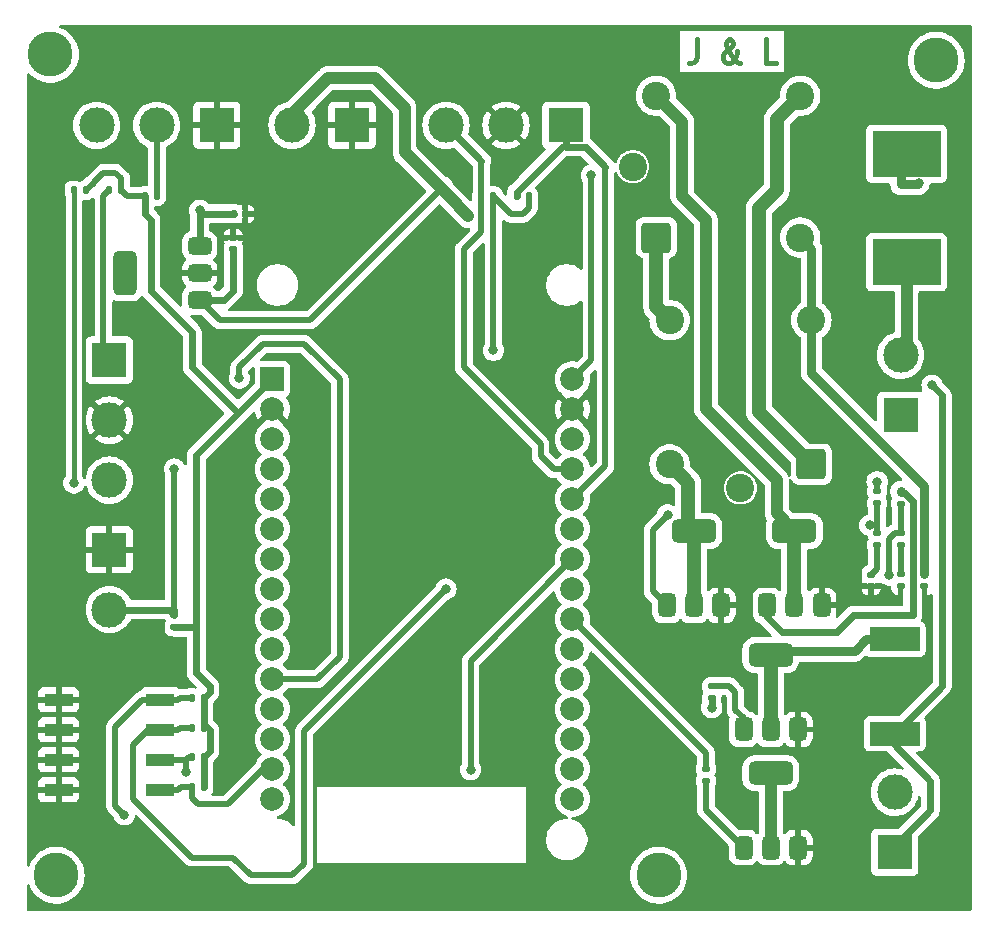
<source format=gbr>
%TF.GenerationSoftware,KiCad,Pcbnew,8.0.2*%
%TF.CreationDate,2025-03-15T23:19:11-04:00*%
%TF.ProjectId,proyecto final,70726f79-6563-4746-9f20-66696e616c2e,rev?*%
%TF.SameCoordinates,Original*%
%TF.FileFunction,Copper,L1,Top*%
%TF.FilePolarity,Positive*%
%FSLAX46Y46*%
G04 Gerber Fmt 4.6, Leading zero omitted, Abs format (unit mm)*
G04 Created by KiCad (PCBNEW 8.0.2) date 2025-03-15 23:19:11*
%MOMM*%
%LPD*%
G01*
G04 APERTURE LIST*
G04 Aperture macros list*
%AMRoundRect*
0 Rectangle with rounded corners*
0 $1 Rounding radius*
0 $2 $3 $4 $5 $6 $7 $8 $9 X,Y pos of 4 corners*
0 Add a 4 corners polygon primitive as box body*
4,1,4,$2,$3,$4,$5,$6,$7,$8,$9,$2,$3,0*
0 Add four circle primitives for the rounded corners*
1,1,$1+$1,$2,$3*
1,1,$1+$1,$4,$5*
1,1,$1+$1,$6,$7*
1,1,$1+$1,$8,$9*
0 Add four rect primitives between the rounded corners*
20,1,$1+$1,$2,$3,$4,$5,0*
20,1,$1+$1,$4,$5,$6,$7,0*
20,1,$1+$1,$6,$7,$8,$9,0*
20,1,$1+$1,$8,$9,$2,$3,0*%
G04 Aperture macros list end*
%ADD10C,0.450000*%
%TA.AperFunction,NonConductor*%
%ADD11C,0.450000*%
%TD*%
%TA.AperFunction,SMDPad,CuDef*%
%ADD12RoundRect,0.140000X0.170000X-0.140000X0.170000X0.140000X-0.170000X0.140000X-0.170000X-0.140000X0*%
%TD*%
%TA.AperFunction,SMDPad,CuDef*%
%ADD13RoundRect,0.140000X-0.140000X-0.170000X0.140000X-0.170000X0.140000X0.170000X-0.140000X0.170000X0*%
%TD*%
%TA.AperFunction,SMDPad,CuDef*%
%ADD14RoundRect,0.375000X0.375000X-0.625000X0.375000X0.625000X-0.375000X0.625000X-0.375000X-0.625000X0*%
%TD*%
%TA.AperFunction,SMDPad,CuDef*%
%ADD15RoundRect,0.500000X1.400000X-0.500000X1.400000X0.500000X-1.400000X0.500000X-1.400000X-0.500000X0*%
%TD*%
%TA.AperFunction,SMDPad,CuDef*%
%ADD16RoundRect,0.135000X0.135000X0.185000X-0.135000X0.185000X-0.135000X-0.185000X0.135000X-0.185000X0*%
%TD*%
%TA.AperFunction,ComponentPad*%
%ADD17C,3.800000*%
%TD*%
%TA.AperFunction,ComponentPad*%
%ADD18R,3.000000X3.000000*%
%TD*%
%TA.AperFunction,ComponentPad*%
%ADD19C,3.000000*%
%TD*%
%TA.AperFunction,SMDPad,CuDef*%
%ADD20RoundRect,0.135000X0.185000X-0.135000X0.185000X0.135000X-0.185000X0.135000X-0.185000X-0.135000X0*%
%TD*%
%TA.AperFunction,SMDPad,CuDef*%
%ADD21RoundRect,0.375000X0.625000X0.375000X-0.625000X0.375000X-0.625000X-0.375000X0.625000X-0.375000X0*%
%TD*%
%TA.AperFunction,SMDPad,CuDef*%
%ADD22RoundRect,0.500000X0.500000X1.400000X-0.500000X1.400000X-0.500000X-1.400000X0.500000X-1.400000X0*%
%TD*%
%TA.AperFunction,SMDPad,CuDef*%
%ADD23R,4.200000X2.000000*%
%TD*%
%TA.AperFunction,SMDPad,CuDef*%
%ADD24RoundRect,0.135000X-0.185000X0.135000X-0.185000X-0.135000X0.185000X-0.135000X0.185000X0.135000X0*%
%TD*%
%TA.AperFunction,SMDPad,CuDef*%
%ADD25RoundRect,0.147500X0.172500X-0.147500X0.172500X0.147500X-0.172500X0.147500X-0.172500X-0.147500X0*%
%TD*%
%TA.AperFunction,SMDPad,CuDef*%
%ADD26RoundRect,0.135000X-0.135000X-0.185000X0.135000X-0.185000X0.135000X0.185000X-0.135000X0.185000X0*%
%TD*%
%TA.AperFunction,SMDPad,CuDef*%
%ADD27R,5.840000X3.940000*%
%TD*%
%TA.AperFunction,ComponentPad*%
%ADD28R,2.000000X2.000000*%
%TD*%
%TA.AperFunction,ComponentPad*%
%ADD29C,2.000000*%
%TD*%
%TA.AperFunction,ComponentPad*%
%ADD30C,2.400000*%
%TD*%
%TA.AperFunction,ComponentPad*%
%ADD31RoundRect,0.250000X1.000000X-1.000000X1.000000X1.000000X-1.000000X1.000000X-1.000000X-1.000000X0*%
%TD*%
%TA.AperFunction,ComponentPad*%
%ADD32RoundRect,0.250000X1.000000X1.000000X-1.000000X1.000000X-1.000000X-1.000000X1.000000X-1.000000X0*%
%TD*%
%TA.AperFunction,SMDPad,CuDef*%
%ADD33R,2.440000X1.120000*%
%TD*%
%TA.AperFunction,ViaPad*%
%ADD34C,0.800000*%
%TD*%
%TA.AperFunction,Conductor*%
%ADD35C,1.000000*%
%TD*%
%TA.AperFunction,Conductor*%
%ADD36C,0.200000*%
%TD*%
%TA.AperFunction,Conductor*%
%ADD37C,0.600000*%
%TD*%
%TA.AperFunction,Conductor*%
%ADD38C,0.500000*%
%TD*%
%TA.AperFunction,Conductor*%
%ADD39C,1.200000*%
%TD*%
%TA.AperFunction,Conductor*%
%ADD40C,0.800000*%
%TD*%
%TA.AperFunction,Conductor*%
%ADD41C,0.400000*%
%TD*%
G04 APERTURE END LIST*
D10*
D11*
X151738909Y-53231838D02*
X151738909Y-54660409D01*
X151738909Y-54660409D02*
X151653194Y-54946123D01*
X151653194Y-54946123D02*
X151481766Y-55136600D01*
X151481766Y-55136600D02*
X151224623Y-55231838D01*
X151224623Y-55231838D02*
X151053194Y-55231838D01*
X155424624Y-55231838D02*
X155338910Y-55231838D01*
X155338910Y-55231838D02*
X155167481Y-55136600D01*
X155167481Y-55136600D02*
X154910338Y-54850885D01*
X154910338Y-54850885D02*
X154481767Y-54279457D01*
X154481767Y-54279457D02*
X154310338Y-53993742D01*
X154310338Y-53993742D02*
X154224624Y-53708028D01*
X154224624Y-53708028D02*
X154224624Y-53517552D01*
X154224624Y-53517552D02*
X154310338Y-53327076D01*
X154310338Y-53327076D02*
X154481767Y-53231838D01*
X154481767Y-53231838D02*
X154567481Y-53231838D01*
X154567481Y-53231838D02*
X154738910Y-53327076D01*
X154738910Y-53327076D02*
X154824624Y-53517552D01*
X154824624Y-53517552D02*
X154824624Y-53612790D01*
X154824624Y-53612790D02*
X154738910Y-53803266D01*
X154738910Y-53803266D02*
X154653195Y-53898504D01*
X154653195Y-53898504D02*
X154138910Y-54279457D01*
X154138910Y-54279457D02*
X154053195Y-54374695D01*
X154053195Y-54374695D02*
X153967481Y-54565171D01*
X153967481Y-54565171D02*
X153967481Y-54850885D01*
X153967481Y-54850885D02*
X154053195Y-55041361D01*
X154053195Y-55041361D02*
X154138910Y-55136600D01*
X154138910Y-55136600D02*
X154310338Y-55231838D01*
X154310338Y-55231838D02*
X154567481Y-55231838D01*
X154567481Y-55231838D02*
X154738910Y-55136600D01*
X154738910Y-55136600D02*
X154824624Y-55041361D01*
X154824624Y-55041361D02*
X155081767Y-54660409D01*
X155081767Y-54660409D02*
X155167481Y-54374695D01*
X155167481Y-54374695D02*
X155167481Y-54184219D01*
X158424624Y-55231838D02*
X157567481Y-55231838D01*
X157567481Y-55231838D02*
X157567481Y-53231838D01*
D12*
%TO.P,C4,1*%
%TO.N,+12V*%
X112500000Y-70980000D03*
%TO.P,C4,2*%
%TO.N,GND*%
X112500000Y-70020000D03*
%TD*%
D13*
%TO.P,C3,1*%
%TO.N,+5V*%
X112520000Y-68000000D03*
%TO.P,C3,2*%
%TO.N,GND*%
X113480000Y-68000000D03*
%TD*%
D14*
%TO.P,Q2,1,B*%
%TO.N,Net-(Q2-B)*%
X155700000Y-121650000D03*
%TO.P,Q2,2,C*%
%TO.N,Net-(J7-Pin_2)*%
X158000000Y-121650000D03*
D15*
X158000000Y-115350000D03*
D14*
%TO.P,Q2,3,E*%
%TO.N,GND*%
X160300000Y-121650000D03*
%TD*%
D16*
%TO.P,R9,1*%
%TO.N,+3.3V*%
X110010000Y-111500000D03*
%TO.P,R9,2*%
%TO.N,Net-(U2-D25)*%
X108990000Y-111500000D03*
%TD*%
D17*
%TO.P,REF\u002A\u002A,1*%
%TO.N,N/C*%
X97000000Y-54500000D03*
%TD*%
D18*
%TO.P,J4,1,Pin_1*%
%TO.N,LSC*%
X140660000Y-60500000D03*
D19*
%TO.P,J4,2,Pin_2*%
%TO.N,GND*%
X135580000Y-60500000D03*
%TO.P,J4,3,Pin_3*%
%TO.N,LSA*%
X130500000Y-60500000D03*
%TD*%
D18*
%TO.P,J5,1,Pin_1*%
%TO.N,GND*%
X102000000Y-96420000D03*
D19*
%TO.P,J5,2,Pin_2*%
%TO.N,pv*%
X102000000Y-101500000D03*
%TD*%
D20*
%TO.P,R15,1*%
%TO.N,GND*%
X171000000Y-99520000D03*
%TO.P,R15,2*%
%TO.N,Net-(K1-Pad14)*%
X171000000Y-98500000D03*
%TD*%
D18*
%TO.P,J3,1,Pin_1*%
%TO.N,GND*%
X111080000Y-60500000D03*
D19*
%TO.P,J3,2,Pin_2*%
%TO.N,Fotocelda*%
X106000000Y-60500000D03*
%TO.P,J3,3,Pin_3*%
%TO.N,+5V*%
X100920000Y-60500000D03*
%TD*%
D16*
%TO.P,R10,1*%
%TO.N,+3.3V*%
X110010000Y-109000000D03*
%TO.P,R10,2*%
%TO.N,Net-(U2-D26)*%
X108990000Y-109000000D03*
%TD*%
D18*
%TO.P,J1,1,Pin_1*%
%TO.N,GND*%
X122540000Y-60500000D03*
D19*
%TO.P,J1,2,Pin_2*%
%TO.N,+12V*%
X117460000Y-60500000D03*
%TD*%
D16*
%TO.P,R3,1*%
%TO.N,+3.3V*%
X134520000Y-66500000D03*
%TO.P,R3,2*%
%TO.N,LSA*%
X133500000Y-66500000D03*
%TD*%
%TO.P,R7,1*%
%TO.N,+3.3V*%
X110010000Y-116500000D03*
%TO.P,R7,2*%
%TO.N,Net-(U2-D22)*%
X108990000Y-116500000D03*
%TD*%
D21*
%TO.P,U1,1,VI*%
%TO.N,+12V*%
X109650000Y-75300000D03*
%TO.P,U1,2,GND*%
%TO.N,GND*%
X109650000Y-73000000D03*
%TO.P,U1,3,VO*%
%TO.N,+5V*%
X109650000Y-70700000D03*
D22*
%TO.P,U1,4*%
%TO.N,N/C*%
X103350000Y-73000000D03*
%TD*%
D20*
%TO.P,R14,1*%
%TO.N,MA*%
X167000000Y-92500000D03*
%TO.P,R14,2*%
%TO.N,Net-(Q3-B)*%
X167000000Y-91480000D03*
%TD*%
%TO.P,R16,1*%
%TO.N,Net-(D3-A)*%
X169000000Y-96020000D03*
%TO.P,R16,2*%
%TO.N,MC*%
X169000000Y-95000000D03*
%TD*%
D18*
%TO.P,J2,1,Pin_1*%
%TO.N,llave B*%
X102000000Y-80380000D03*
D19*
%TO.P,J2,2,Pin_2*%
%TO.N,GND*%
X102000000Y-85460000D03*
%TO.P,J2,3,Pin_3*%
%TO.N,llave A*%
X102000000Y-90540000D03*
%TD*%
D23*
%TO.P,BZ1,1,+*%
%TO.N,+5V*%
X168500000Y-112000000D03*
%TO.P,BZ1,2,-*%
%TO.N,Net-(BZ1--)*%
X168500000Y-104000000D03*
%TD*%
D18*
%TO.P,J7,1,Pin_1*%
%TO.N,+5V*%
X168500000Y-122040000D03*
D19*
%TO.P,J7,2,Pin_2*%
%TO.N,Net-(J7-Pin_2)*%
X168500000Y-116960000D03*
%TD*%
D24*
%TO.P,R12,1*%
%TO.N,LAMP*%
X152500000Y-115000000D03*
%TO.P,R12,2*%
%TO.N,Net-(Q2-B)*%
X152500000Y-116020000D03*
%TD*%
D25*
%TO.P,D3,1,K*%
%TO.N,GND*%
X169000000Y-99495000D03*
%TO.P,D3,2,A*%
%TO.N,Net-(D3-A)*%
X169000000Y-98525000D03*
%TD*%
D20*
%TO.P,R17,1*%
%TO.N,MC*%
X169000000Y-92530000D03*
%TO.P,R17,2*%
%TO.N,Net-(Q4-B)*%
X169000000Y-91510000D03*
%TD*%
D16*
%TO.P,R1,1*%
%TO.N,+3.3V*%
X100010000Y-66000000D03*
%TO.P,R1,2*%
%TO.N,llave A*%
X98990000Y-66000000D03*
%TD*%
D18*
%TO.P,J6,1,Pin_1*%
%TO.N,MO1*%
X169000000Y-85040000D03*
D19*
%TO.P,J6,2,Pin_2*%
%TO.N,Net-(J6-Pin_2)*%
X169000000Y-79960000D03*
%TD*%
D17*
%TO.P,REF\u002A\u002A,1*%
%TO.N,N/C*%
X148500000Y-124000000D03*
%TD*%
D20*
%TO.P,R6,1*%
%TO.N,+3.3V*%
X107500000Y-102980000D03*
%TO.P,R6,2*%
%TO.N,pv*%
X107500000Y-101960000D03*
%TD*%
D16*
%TO.P,R5,1*%
%TO.N,+3.3V*%
X137510000Y-66500000D03*
%TO.P,R5,2*%
%TO.N,LSC*%
X136490000Y-66500000D03*
%TD*%
D20*
%TO.P,R13,1*%
%TO.N,Net-(D2-A)*%
X167000000Y-96020000D03*
%TO.P,R13,2*%
%TO.N,MA*%
X167000000Y-95000000D03*
%TD*%
D26*
%TO.P,R2,1*%
%TO.N,+3.3V*%
X104990000Y-66500000D03*
%TO.P,R2,2*%
%TO.N,Fotocelda*%
X106010000Y-66500000D03*
%TD*%
D16*
%TO.P,R4,1*%
%TO.N,+3.3V*%
X103000000Y-66000000D03*
%TO.P,R4,2*%
%TO.N,llave B*%
X101980000Y-66000000D03*
%TD*%
D17*
%TO.P,REF\u002A\u002A,1*%
%TO.N,N/C*%
X97500000Y-124000000D03*
%TD*%
D27*
%TO.P,R18,1*%
%TO.N,Net-(J6-Pin_2)*%
X169500000Y-72075000D03*
%TO.P,R18,2*%
%TO.N,MO2*%
X169500000Y-62925000D03*
%TD*%
D28*
%TO.P,U2,1,3V3*%
%TO.N,+3.3V*%
X115800000Y-81985000D03*
D29*
%TO.P,U2,2,GND*%
%TO.N,GND*%
X115800000Y-84525000D03*
%TO.P,U2,3,D15*%
%TO.N,unconnected-(U2-D15-Pad3)*%
X115800000Y-87065000D03*
%TO.P,U2,4,D2*%
%TO.N,pv*%
X115800000Y-89605000D03*
%TO.P,U2,5,D4*%
%TO.N,unconnected-(U2-D4-Pad5)*%
X115800000Y-92145000D03*
%TO.P,U2,6,RX2*%
%TO.N,unconnected-(U2-RX2-Pad6)*%
X115800000Y-94685000D03*
%TO.P,U2,7,TX2*%
%TO.N,unconnected-(U2-TX2-Pad7)*%
X115800000Y-97225000D03*
%TO.P,U2,8,D5*%
%TO.N,unconnected-(U2-D5-Pad8)*%
X115800000Y-99765000D03*
%TO.P,U2,9,D18*%
%TO.N,FTC*%
X115800000Y-102305000D03*
%TO.P,U2,10,D19*%
%TO.N,llave A*%
X115800000Y-104845000D03*
%TO.P,U2,11,D21*%
%TO.N,llave B*%
X115800000Y-107385000D03*
%TO.P,U2,12,RX0*%
%TO.N,unconnected-(U2-RX0-Pad12)*%
X115800000Y-109925000D03*
%TO.P,U2,13,TX0*%
%TO.N,unconnected-(U2-TX0-Pad13)*%
X115800000Y-112465000D03*
%TO.P,U2,14,D22*%
%TO.N,Net-(U2-D22)*%
X115800000Y-115005000D03*
%TO.P,U2,15,D23*%
%TO.N,Net-(U2-D23)*%
X115800000Y-117545000D03*
%TO.P,U2,16,EN*%
%TO.N,unconnected-(U2-EN-Pad16)*%
X141200000Y-117545000D03*
%TO.P,U2,17,VP*%
%TO.N,unconnected-(U2-VP-Pad17)*%
X141200000Y-115005000D03*
%TO.P,U2,18,VN*%
%TO.N,unconnected-(U2-VN-Pad18)*%
X141200000Y-112465000D03*
%TO.P,U2,19,D34*%
%TO.N,unconnected-(U2-D34-Pad19)*%
X141200000Y-109925000D03*
%TO.P,U2,20,D35*%
%TO.N,BUZZER*%
X141200000Y-107385000D03*
%TO.P,U2,21,D32*%
%TO.N,MC*%
X141200000Y-104845000D03*
%TO.P,U2,22,D33*%
%TO.N,LAMP*%
X141200000Y-102305000D03*
%TO.P,U2,23,D25*%
%TO.N,Net-(U2-D25)*%
X141200000Y-99765000D03*
%TO.P,U2,24,D26*%
%TO.N,Net-(U2-D26)*%
X141200000Y-97225000D03*
%TO.P,U2,25,D27*%
%TO.N,MA*%
X141200000Y-94685000D03*
%TO.P,U2,26,D14*%
%TO.N,LSC*%
X141200000Y-92145000D03*
%TO.P,U2,27,D12*%
%TO.N,LSA*%
X141200000Y-89605000D03*
%TO.P,U2,28,D13*%
%TO.N,unconnected-(U2-D13-Pad28)*%
X141200000Y-87065000D03*
%TO.P,U2,29,GND*%
%TO.N,GND*%
X141200000Y-84525000D03*
%TO.P,U2,30,VIN*%
%TO.N,+5V*%
X141200000Y-81985000D03*
%TD*%
D14*
%TO.P,Q4,1,B*%
%TO.N,Net-(Q4-B)*%
X157700000Y-101150000D03*
%TO.P,Q4,2,C*%
%TO.N,Net-(Q4-C)*%
X160000000Y-101150000D03*
D15*
X160000000Y-94850000D03*
D14*
%TO.P,Q4,3,E*%
%TO.N,GND*%
X162300000Y-101150000D03*
%TD*%
D16*
%TO.P,R8,1*%
%TO.N,+3.3V*%
X110010000Y-114000000D03*
%TO.P,R8,2*%
%TO.N,Net-(U2-D23)*%
X108990000Y-114000000D03*
%TD*%
D30*
%TO.P,K2,11*%
%TO.N,MO2*%
X146300000Y-64000000D03*
%TO.P,K2,12*%
%TO.N,+12V*%
X160500000Y-58000000D03*
%TO.P,K2,14*%
%TO.N,Net-(K1-Pad14)*%
X160500000Y-70000000D03*
D31*
%TO.P,K2,A1*%
%TO.N,+12V*%
X148300000Y-70000000D03*
D30*
%TO.P,K2,A2*%
%TO.N,Net-(Q4-C)*%
X148300000Y-58000000D03*
%TD*%
D25*
%TO.P,D2,1,K*%
%TO.N,GND*%
X166500000Y-99510000D03*
%TO.P,D2,2,A*%
%TO.N,Net-(D2-A)*%
X166500000Y-98540000D03*
%TD*%
D30*
%TO.P,K1,11*%
%TO.N,MO1*%
X155432500Y-91200000D03*
%TO.P,K1,12*%
%TO.N,+12V*%
X149432500Y-77000000D03*
%TO.P,K1,14*%
%TO.N,Net-(K1-Pad14)*%
X161432500Y-77000000D03*
D32*
%TO.P,K1,A1*%
%TO.N,+12V*%
X161432500Y-89200000D03*
D30*
%TO.P,K1,A2*%
%TO.N,Net-(Q3-C)*%
X149432500Y-89200000D03*
%TD*%
D14*
%TO.P,Q3,1,B*%
%TO.N,Net-(Q3-B)*%
X149200000Y-101150000D03*
%TO.P,Q3,2,C*%
%TO.N,Net-(Q3-C)*%
X151500000Y-101150000D03*
D15*
X151500000Y-94850000D03*
D14*
%TO.P,Q3,3,E*%
%TO.N,GND*%
X153800000Y-101150000D03*
%TD*%
D17*
%TO.P,REF\u002A\u002A,1*%
%TO.N,N/C*%
X172000000Y-55000000D03*
%TD*%
D14*
%TO.P,Q1,1,B*%
%TO.N,Net-(Q1-B)*%
X155700000Y-111650000D03*
%TO.P,Q1,2,C*%
%TO.N,Net-(BZ1--)*%
X158000000Y-111650000D03*
D15*
X158000000Y-105350000D03*
D14*
%TO.P,Q1,3,E*%
%TO.N,GND*%
X160300000Y-111650000D03*
%TD*%
D20*
%TO.P,R11,1*%
%TO.N,BUZZER*%
X153000000Y-109020000D03*
%TO.P,R11,2*%
%TO.N,Net-(Q1-B)*%
X153000000Y-108000000D03*
%TD*%
D33*
%TO.P,SW1,1*%
%TO.N,Net-(U2-D22)*%
X106305000Y-116770000D03*
%TO.P,SW1,2*%
%TO.N,Net-(U2-D23)*%
X106305000Y-114230000D03*
%TO.P,SW1,3*%
%TO.N,Net-(U2-D25)*%
X106305000Y-111690000D03*
%TO.P,SW1,4*%
%TO.N,Net-(U2-D26)*%
X106305000Y-109150000D03*
%TO.P,SW1,5*%
%TO.N,GND*%
X97695000Y-109150000D03*
%TO.P,SW1,6*%
X97695000Y-111690000D03*
%TO.P,SW1,7*%
X97695000Y-114230000D03*
%TO.P,SW1,8*%
X97695000Y-116770000D03*
%TD*%
D34*
%TO.N,+5V*%
X142811000Y-64731500D03*
X171647800Y-82500000D03*
%TO.N,+12V*%
X132379900Y-68297000D03*
X157000000Y-67500000D03*
%TO.N,+5V*%
X109650000Y-67694400D03*
%TO.N,llave B*%
X113000000Y-81907000D03*
%TO.N,llave A*%
X98990000Y-90792500D03*
%TO.N,pv*%
X107500000Y-89605000D03*
%TO.N,Net-(J7-Pin_2)*%
X158000000Y-118063700D03*
%TO.N,MO2*%
X170546700Y-65397700D03*
%TO.N,Net-(Q3-B)*%
X167000000Y-90677400D03*
X149264300Y-93473800D03*
%TO.N,+3.3V*%
X134520000Y-79546000D03*
%TO.N,Net-(U2-D23)*%
X108523400Y-115250000D03*
%TO.N,Net-(U2-D25)*%
X130500000Y-99765000D03*
%TO.N,Net-(U2-D26)*%
X103257800Y-118868900D03*
X132581800Y-115052200D03*
%TO.N,BUZZER*%
X153000000Y-109792900D03*
%TO.N,MA*%
X166392400Y-94360500D03*
%TO.N,MC*%
X168000000Y-98568000D03*
%TD*%
D35*
%TO.N,+12V*%
X127000000Y-59000000D02*
X127000000Y-62787500D01*
X127000000Y-62787500D02*
X130712500Y-66500000D01*
X124500000Y-56500000D02*
X127000000Y-59000000D01*
X120500000Y-56500000D02*
X124500000Y-56500000D01*
X117460000Y-59540000D02*
X120500000Y-56500000D01*
D36*
%TO.N,+5V*%
X109955600Y-68000000D02*
X109650000Y-67694400D01*
D37*
X112520000Y-68000000D02*
X109955600Y-68000000D01*
D38*
%TO.N,+12V*%
X119000000Y-77000000D02*
X130368750Y-65631250D01*
X111350000Y-77000000D02*
X119000000Y-77000000D01*
X109650000Y-75300000D02*
X111350000Y-77000000D01*
D37*
X111700000Y-75300000D02*
X109650000Y-75300000D01*
X112500000Y-74500000D02*
X111700000Y-75300000D01*
X112500000Y-70980000D02*
X112500000Y-74500000D01*
%TO.N,+5V*%
X171500000Y-118500000D02*
X171500000Y-116000000D01*
X172500000Y-83352200D02*
X171647800Y-82500000D01*
X172500000Y-108000000D02*
X172500000Y-83352200D01*
D38*
X141592500Y-81592500D02*
X142811000Y-80374000D01*
D37*
X168500000Y-113000000D02*
X168500000Y-112000000D01*
X168500000Y-112000000D02*
X172500000Y-108000000D01*
X171500000Y-116000000D02*
X168500000Y-113000000D01*
D36*
X141200000Y-81985000D02*
X141592500Y-81592500D01*
D38*
X168500000Y-122040000D02*
X168500000Y-121500000D01*
D37*
X168500000Y-121500000D02*
X171500000Y-118500000D01*
D38*
X142811000Y-80374000D02*
X142811000Y-64731500D01*
D39*
%TO.N,Net-(BZ1--)*%
X158000000Y-111650000D02*
X158000000Y-105350000D01*
D40*
X158350000Y-105000000D02*
X165098300Y-105000000D01*
X166098300Y-104000000D02*
X168500000Y-104000000D01*
D36*
X158000000Y-105350000D02*
X158350000Y-105000000D01*
D40*
X165098300Y-105000000D02*
X166098300Y-104000000D01*
D39*
%TO.N,+12V*%
X161432500Y-89200000D02*
X157000000Y-84767500D01*
D36*
X132379900Y-68297000D02*
X132379900Y-68167400D01*
D39*
X158500000Y-66000000D02*
X158500000Y-60000000D01*
X158500000Y-60000000D02*
X160500000Y-58000000D01*
X149432500Y-77000000D02*
X148300000Y-75867500D01*
X148300000Y-75867500D02*
X148300000Y-70000000D01*
X157000000Y-84767500D02*
X157000000Y-67500000D01*
D40*
X117460000Y-60500000D02*
X117460000Y-59540000D01*
D39*
X157000000Y-67500000D02*
X158500000Y-66000000D01*
D35*
X132379900Y-68167400D02*
X130712500Y-66500000D01*
D37*
%TO.N,+5V*%
X109650000Y-70700000D02*
X109650000Y-67694400D01*
D36*
%TO.N,GND*%
X170982500Y-99502500D02*
X171000000Y-99520000D01*
X169000000Y-99502500D02*
X169000000Y-99495000D01*
X101500000Y-97320800D02*
X101500000Y-96420000D01*
X168992500Y-99510000D02*
X169000000Y-99502500D01*
X97695000Y-111690000D02*
X96934200Y-111690000D01*
X97695000Y-114230000D02*
X96934200Y-114230000D01*
X153915600Y-101034400D02*
X153930800Y-101019200D01*
X153800000Y-101150000D02*
X153915600Y-101034400D01*
X162300000Y-101505000D02*
X162300000Y-101150000D01*
D38*
%TO.N,Net-(D2-A)*%
X166500000Y-98540000D02*
X167000000Y-98040000D01*
X167000000Y-98040000D02*
X167000000Y-96020000D01*
%TO.N,Net-(D3-A)*%
X169000000Y-98525000D02*
X169000000Y-96020000D01*
%TO.N,llave B*%
X102000000Y-80380000D02*
X101500000Y-79880000D01*
X121500000Y-105500000D02*
X119615000Y-107385000D01*
X118500000Y-79000000D02*
X121500000Y-82000000D01*
X115000000Y-79000000D02*
X118500000Y-79000000D01*
X113000000Y-81907000D02*
X113000000Y-81000000D01*
X121500000Y-82000000D02*
X121500000Y-105500000D01*
X119615000Y-107385000D02*
X115800000Y-107385000D01*
X101500000Y-79880000D02*
X101500000Y-66480000D01*
X113000000Y-81000000D02*
X115000000Y-79000000D01*
X101500000Y-66480000D02*
X101980000Y-66000000D01*
D41*
%TO.N,llave A*%
X98990000Y-66000000D02*
X98990000Y-90792500D01*
D38*
%TO.N,Fotocelda*%
X106000000Y-66490000D02*
X106010000Y-66500000D01*
X106000000Y-61080000D02*
X106000000Y-66490000D01*
X105420000Y-60500000D02*
X106000000Y-61080000D01*
%TO.N,LSC*%
X144000000Y-64000000D02*
X144000000Y-89345000D01*
X144000000Y-89345000D02*
X141200000Y-92145000D01*
D37*
X140660000Y-62330000D02*
X142330000Y-62330000D01*
D38*
X140660000Y-62330000D02*
X140311700Y-62330000D01*
D37*
X142330000Y-62330000D02*
X144000000Y-64000000D01*
X140660000Y-61400800D02*
X140660000Y-62330000D01*
X136490000Y-66151700D02*
X136490000Y-66500000D01*
X140660000Y-60500000D02*
X140660000Y-61400800D01*
X140311700Y-62330000D02*
X136490000Y-66151700D01*
D38*
%TO.N,LSA*%
X133500000Y-66500000D02*
X133500000Y-69500000D01*
X133500000Y-69500000D02*
X132000000Y-71000000D01*
D37*
X130500000Y-60500000D02*
X133500000Y-63500000D01*
D38*
X132000000Y-71000000D02*
X132000000Y-81000000D01*
X138500000Y-88500000D02*
X139605000Y-89605000D01*
X139605000Y-89605000D02*
X141200000Y-89605000D01*
X133500000Y-63500000D02*
X133500000Y-66500000D01*
X138500000Y-87500000D02*
X138500000Y-88500000D01*
X132000000Y-81000000D02*
X138500000Y-87500000D01*
D37*
%TO.N,pv*%
X107040000Y-101500000D02*
X101500000Y-101500000D01*
X107500000Y-101960000D02*
X107500000Y-101500000D01*
D38*
X107500000Y-101500000D02*
X107500000Y-89605000D01*
D37*
X107500000Y-101960000D02*
X107040000Y-101500000D01*
D36*
%TO.N,Net-(J6-Pin_2)*%
X169000000Y-79960000D02*
X169500000Y-79460000D01*
D35*
X169500000Y-79460000D02*
X169500000Y-72075000D01*
%TO.N,Net-(J7-Pin_2)*%
X158000000Y-115350000D02*
X158000000Y-118063700D01*
X158000000Y-118063700D02*
X158000000Y-121650000D01*
D39*
%TO.N,Net-(Q3-C)*%
X151000000Y-94350000D02*
X151500000Y-94850000D01*
X151000000Y-90767500D02*
X151000000Y-94350000D01*
X151500000Y-94850000D02*
X151500000Y-101150000D01*
X149432500Y-89200000D02*
X151000000Y-90767500D01*
D40*
%TO.N,Net-(K1-Pad14)*%
X171000000Y-91000000D02*
X171000000Y-98500000D01*
X161432500Y-77000000D02*
X161432500Y-70932500D01*
X161432500Y-81432500D02*
X171000000Y-91000000D01*
X161432500Y-70932500D02*
X160500000Y-70000000D01*
X161432500Y-77000000D02*
X161432500Y-81432500D01*
D36*
%TO.N,MO2*%
X170444400Y-65500000D02*
X170546700Y-65397700D01*
D40*
X169500000Y-62925000D02*
X169000000Y-63425000D01*
X169000000Y-65500000D02*
X170444400Y-65500000D01*
X169000000Y-63425000D02*
X169000000Y-65500000D01*
D35*
%TO.N,Net-(Q4-C)*%
X150500000Y-66500000D02*
X152500000Y-68500000D01*
X152500000Y-84500000D02*
X158500000Y-90500000D01*
X152500000Y-68500000D02*
X152500000Y-84500000D01*
X148300000Y-58000000D02*
X150500000Y-60200000D01*
X158500000Y-93350000D02*
X160000000Y-94850000D01*
D39*
X160000000Y-94850000D02*
X160000000Y-101150000D01*
D35*
X150500000Y-60200000D02*
X150500000Y-66500000D01*
X158500000Y-90500000D02*
X158500000Y-93350000D01*
D38*
%TO.N,Net-(Q1-B)*%
X155000000Y-108500000D02*
X154500000Y-108000000D01*
X155700000Y-110700000D02*
X155000000Y-110000000D01*
X154500000Y-108000000D02*
X153000000Y-108000000D01*
X155000000Y-110000000D02*
X155000000Y-108500000D01*
D36*
X155700000Y-111650000D02*
X155700000Y-110700000D01*
D38*
%TO.N,Net-(Q2-B)*%
X152500000Y-118450000D02*
X152500000Y-116020000D01*
X155700000Y-121650000D02*
X152500000Y-118450000D01*
%TO.N,Net-(Q3-B)*%
X167000000Y-91480000D02*
X167000000Y-90677400D01*
X148000000Y-99950000D02*
X148000000Y-94738100D01*
X148000000Y-94738100D02*
X149264300Y-93473800D01*
X149200000Y-101150000D02*
X148000000Y-99950000D01*
D37*
%TO.N,Net-(Q4-B)*%
X165000000Y-102000000D02*
X170000000Y-102000000D01*
D40*
X169000000Y-91510000D02*
X169000000Y-91500000D01*
D37*
X157700000Y-101150000D02*
X157700000Y-102150000D01*
X163600000Y-103400000D02*
X165000000Y-102000000D01*
X157700000Y-102150000D02*
X158950000Y-103400000D01*
X169201768Y-91510000D02*
X169000000Y-91510000D01*
X158950000Y-103400000D02*
X163600000Y-103400000D01*
X170000000Y-92308232D02*
X169201768Y-91510000D01*
X170000000Y-102000000D02*
X170000000Y-92308232D01*
%TO.N,+3.3V*%
X114445100Y-83339900D02*
X109360500Y-88424500D01*
D38*
X136000000Y-68000000D02*
X137000000Y-68000000D01*
X134520000Y-66520000D02*
X136000000Y-68000000D01*
D37*
X110500000Y-113510000D02*
X110010000Y-114000000D01*
X109000000Y-81000000D02*
X112892500Y-84892500D01*
X109360500Y-102980000D02*
X109360500Y-106860500D01*
X104990000Y-66500000D02*
X104990000Y-67990000D01*
X104990000Y-67990000D02*
X105500000Y-68500000D01*
X109360500Y-106860500D02*
X110500000Y-108000000D01*
D38*
X103000000Y-66000000D02*
X103500000Y-66500000D01*
X137510000Y-67490000D02*
X137510000Y-66500000D01*
D37*
X110010000Y-116500000D02*
X110010000Y-114000000D01*
D38*
X134520000Y-66500000D02*
X134520000Y-79546000D01*
D37*
X110010000Y-110250000D02*
X110010000Y-111500000D01*
X107500000Y-102980000D02*
X109360500Y-102980000D01*
X110500000Y-108000000D02*
X110500000Y-108510000D01*
X110010000Y-110250000D02*
X110010000Y-111221400D01*
X109000000Y-78000000D02*
X109000000Y-81000000D01*
X109360500Y-88424500D02*
X109360500Y-102980000D01*
D38*
X100665100Y-65344900D02*
X100665100Y-65334900D01*
X137000000Y-68000000D02*
X137510000Y-67490000D01*
X134520000Y-66500000D02*
X134520000Y-66520000D01*
D37*
X105500000Y-68500000D02*
X105500000Y-74500000D01*
X115800000Y-81985000D02*
X114445100Y-83339900D01*
X110010000Y-109000000D02*
X110010000Y-110250000D01*
D38*
X103000000Y-65000000D02*
X103000000Y-66000000D01*
X101500000Y-64500000D02*
X102500000Y-64500000D01*
D37*
X105500000Y-74500000D02*
X109000000Y-78000000D01*
D38*
X100010000Y-66000000D02*
X100665100Y-65344900D01*
D37*
X110500000Y-108510000D02*
X110010000Y-109000000D01*
D38*
X104990000Y-66500000D02*
X103500000Y-66500000D01*
X100665100Y-65334900D02*
X101500000Y-64500000D01*
D37*
X110500000Y-111711400D02*
X110500000Y-113510000D01*
D38*
X104990000Y-66500000D02*
X105000000Y-66510000D01*
X102500000Y-64500000D02*
X103000000Y-65000000D01*
D37*
X110010000Y-111221400D02*
X110500000Y-111711400D01*
D38*
%TO.N,Net-(U2-D22)*%
X114995000Y-115005000D02*
X115800000Y-115005000D01*
X108990000Y-116500000D02*
X108990000Y-117490000D01*
X108990000Y-116500000D02*
X108096700Y-116500000D01*
X106305000Y-116770000D02*
X107826700Y-116770000D01*
X109500000Y-118000000D02*
X112000000Y-118000000D01*
X108990000Y-117490000D02*
X109500000Y-118000000D01*
X108096700Y-116500000D02*
X107826700Y-116770000D01*
X112000000Y-118000000D02*
X114995000Y-115005000D01*
%TO.N,Net-(U2-D23)*%
X108523400Y-114230000D02*
X107826700Y-114230000D01*
X108990000Y-114000000D02*
X108753400Y-114000000D01*
X106305000Y-114230000D02*
X107826700Y-114230000D01*
X108753400Y-114000000D02*
X108523400Y-114230000D01*
X108523400Y-114230000D02*
X108523400Y-115250000D01*
%TO.N,Net-(U2-D25)*%
X114000000Y-124000000D02*
X117500000Y-124000000D01*
X112500000Y-122500000D02*
X114000000Y-124000000D01*
X107826700Y-111690000D02*
X108016700Y-111500000D01*
X104000000Y-113000000D02*
X104000000Y-117500000D01*
X104000000Y-117500000D02*
X109000000Y-122500000D01*
X109000000Y-122500000D02*
X112500000Y-122500000D01*
X118500000Y-111765000D02*
X118882500Y-111382500D01*
X130500000Y-99765000D02*
X118882500Y-111382500D01*
X118500000Y-123000000D02*
X118500000Y-111765000D01*
X106305000Y-111690000D02*
X105310000Y-111690000D01*
X106305000Y-111690000D02*
X107826700Y-111690000D01*
X108016700Y-111500000D02*
X108990000Y-111500000D01*
X105310000Y-111690000D02*
X104000000Y-113000000D01*
X117500000Y-124000000D02*
X118500000Y-123000000D01*
%TO.N,Net-(U2-D26)*%
X106305000Y-109150000D02*
X104783300Y-109150000D01*
D36*
X106305000Y-109150000D02*
X106575500Y-109150000D01*
D38*
X107976700Y-109000000D02*
X107826700Y-109150000D01*
X107065900Y-109150000D02*
X107826700Y-109150000D01*
X108990000Y-109000000D02*
X107976700Y-109000000D01*
X102500000Y-111433300D02*
X102500000Y-118111100D01*
X102500000Y-118111100D02*
X103257800Y-118868900D01*
X104783300Y-109150000D02*
X102500000Y-111433300D01*
X132581800Y-105843200D02*
X132581800Y-115052200D01*
X141200000Y-97225000D02*
X132581800Y-105843200D01*
X107065900Y-109150000D02*
X106575500Y-109150000D01*
D37*
%TO.N,BUZZER*%
X153000000Y-109792900D02*
X153000000Y-109020000D01*
D38*
%TO.N,LAMP*%
X152500000Y-115000000D02*
X152500000Y-113605000D01*
X152500000Y-113605000D02*
X141200000Y-102305000D01*
%TO.N,MA*%
X167000000Y-94360500D02*
X166392400Y-94360500D01*
X167000000Y-94360500D02*
X167000000Y-92500000D01*
X167000000Y-95000000D02*
X167000000Y-94360500D01*
%TO.N,MC*%
X169000000Y-92530000D02*
X169000000Y-95000000D01*
X168500000Y-95000000D02*
X168000000Y-95500000D01*
X169000000Y-95000000D02*
X168500000Y-95000000D01*
X168000000Y-95500000D02*
X168000000Y-98568000D01*
%TD*%
%TA.AperFunction,Conductor*%
%TO.N,GND*%
G36*
X115324755Y-84721853D02*
G01*
X115391898Y-84838147D01*
X115486853Y-84933102D01*
X115603147Y-85000245D01*
X115662424Y-85016128D01*
X114929942Y-85748609D01*
X114931343Y-85771177D01*
X114915850Y-85839307D01*
X114883744Y-85876713D01*
X114780258Y-85957260D01*
X114611833Y-86140217D01*
X114475826Y-86348393D01*
X114375936Y-86576118D01*
X114314892Y-86817175D01*
X114314890Y-86817187D01*
X114294357Y-87064994D01*
X114294357Y-87065005D01*
X114314890Y-87312812D01*
X114314892Y-87312824D01*
X114375936Y-87553881D01*
X114475826Y-87781606D01*
X114611833Y-87989782D01*
X114611836Y-87989785D01*
X114780256Y-88172738D01*
X114863008Y-88237147D01*
X114903821Y-88293857D01*
X114907496Y-88363630D01*
X114872864Y-88424313D01*
X114863014Y-88432848D01*
X114804400Y-88478469D01*
X114780257Y-88497261D01*
X114611833Y-88680217D01*
X114475826Y-88888393D01*
X114375936Y-89116118D01*
X114314892Y-89357175D01*
X114314890Y-89357187D01*
X114294357Y-89604994D01*
X114294357Y-89605005D01*
X114314890Y-89852812D01*
X114314892Y-89852824D01*
X114375936Y-90093881D01*
X114475826Y-90321606D01*
X114611833Y-90529782D01*
X114621240Y-90540001D01*
X114780256Y-90712738D01*
X114863008Y-90777147D01*
X114903821Y-90833857D01*
X114907496Y-90903630D01*
X114872864Y-90964313D01*
X114863014Y-90972848D01*
X114811407Y-91013016D01*
X114780257Y-91037261D01*
X114611833Y-91220217D01*
X114475826Y-91428393D01*
X114375936Y-91656118D01*
X114314892Y-91897175D01*
X114314890Y-91897187D01*
X114294357Y-92144994D01*
X114294357Y-92145005D01*
X114314890Y-92392812D01*
X114314892Y-92392824D01*
X114375936Y-92633881D01*
X114475826Y-92861606D01*
X114611833Y-93069782D01*
X114611836Y-93069785D01*
X114780256Y-93252738D01*
X114863008Y-93317147D01*
X114903821Y-93373857D01*
X114907496Y-93443630D01*
X114872864Y-93504313D01*
X114863014Y-93512848D01*
X114804400Y-93558469D01*
X114780257Y-93577261D01*
X114611833Y-93760217D01*
X114475826Y-93968393D01*
X114375936Y-94196118D01*
X114314892Y-94437175D01*
X114314890Y-94437187D01*
X114294357Y-94684994D01*
X114294357Y-94685005D01*
X114314890Y-94932812D01*
X114314892Y-94932824D01*
X114375936Y-95173881D01*
X114475826Y-95401606D01*
X114611833Y-95609782D01*
X114611836Y-95609785D01*
X114780256Y-95792738D01*
X114863008Y-95857147D01*
X114903821Y-95913857D01*
X114907496Y-95983630D01*
X114872864Y-96044313D01*
X114863014Y-96052848D01*
X114804400Y-96098469D01*
X114780257Y-96117261D01*
X114611833Y-96300217D01*
X114475826Y-96508393D01*
X114375936Y-96736118D01*
X114314892Y-96977175D01*
X114314890Y-96977187D01*
X114294357Y-97224994D01*
X114294357Y-97225005D01*
X114314890Y-97472812D01*
X114314892Y-97472824D01*
X114375936Y-97713881D01*
X114475826Y-97941606D01*
X114611833Y-98149782D01*
X114611836Y-98149785D01*
X114780256Y-98332738D01*
X114863008Y-98397147D01*
X114903821Y-98453857D01*
X114907496Y-98523630D01*
X114872864Y-98584313D01*
X114863014Y-98592848D01*
X114804400Y-98638469D01*
X114780257Y-98657261D01*
X114611833Y-98840217D01*
X114475826Y-99048393D01*
X114375936Y-99276118D01*
X114314892Y-99517175D01*
X114314890Y-99517187D01*
X114294357Y-99764994D01*
X114294357Y-99765005D01*
X114314890Y-100012812D01*
X114314892Y-100012824D01*
X114375936Y-100253881D01*
X114475826Y-100481606D01*
X114611833Y-100689782D01*
X114611836Y-100689785D01*
X114780256Y-100872738D01*
X114863008Y-100937147D01*
X114903821Y-100993857D01*
X114907496Y-101063630D01*
X114872864Y-101124313D01*
X114863014Y-101132848D01*
X114804400Y-101178469D01*
X114780257Y-101197261D01*
X114611833Y-101380217D01*
X114475826Y-101588393D01*
X114375936Y-101816118D01*
X114314892Y-102057175D01*
X114314890Y-102057187D01*
X114294357Y-102304994D01*
X114294357Y-102305005D01*
X114314890Y-102552812D01*
X114314892Y-102552824D01*
X114375936Y-102793881D01*
X114475826Y-103021606D01*
X114611833Y-103229782D01*
X114611836Y-103229785D01*
X114780256Y-103412738D01*
X114863008Y-103477147D01*
X114903821Y-103533857D01*
X114907496Y-103603630D01*
X114872864Y-103664313D01*
X114863014Y-103672848D01*
X114824444Y-103702869D01*
X114780257Y-103737261D01*
X114611833Y-103920217D01*
X114475826Y-104128393D01*
X114375936Y-104356118D01*
X114314892Y-104597175D01*
X114314890Y-104597187D01*
X114294357Y-104844994D01*
X114294357Y-104845005D01*
X114314890Y-105092812D01*
X114314892Y-105092824D01*
X114375936Y-105333881D01*
X114475826Y-105561606D01*
X114611833Y-105769782D01*
X114611836Y-105769785D01*
X114780256Y-105952738D01*
X114863008Y-106017147D01*
X114903821Y-106073857D01*
X114907496Y-106143630D01*
X114872864Y-106204313D01*
X114863014Y-106212848D01*
X114849914Y-106223045D01*
X114780257Y-106277261D01*
X114611833Y-106460217D01*
X114475826Y-106668393D01*
X114375936Y-106896118D01*
X114314892Y-107137175D01*
X114314890Y-107137187D01*
X114294357Y-107384994D01*
X114294357Y-107385005D01*
X114314890Y-107632812D01*
X114314892Y-107632824D01*
X114375936Y-107873881D01*
X114475826Y-108101606D01*
X114611833Y-108309782D01*
X114611835Y-108309784D01*
X114611836Y-108309785D01*
X114780256Y-108492738D01*
X114863008Y-108557147D01*
X114903821Y-108613857D01*
X114907496Y-108683630D01*
X114872864Y-108744313D01*
X114863014Y-108752848D01*
X114821975Y-108784791D01*
X114780257Y-108817261D01*
X114611833Y-109000217D01*
X114475826Y-109208393D01*
X114375936Y-109436118D01*
X114314892Y-109677175D01*
X114314890Y-109677187D01*
X114294357Y-109924994D01*
X114294357Y-109925005D01*
X114314890Y-110172812D01*
X114314892Y-110172824D01*
X114375936Y-110413881D01*
X114475826Y-110641606D01*
X114611833Y-110849782D01*
X114611836Y-110849785D01*
X114780256Y-111032738D01*
X114863008Y-111097147D01*
X114903821Y-111153857D01*
X114907496Y-111223630D01*
X114872864Y-111284313D01*
X114863014Y-111292848D01*
X114780256Y-111357262D01*
X114704090Y-111440000D01*
X114611833Y-111540217D01*
X114475826Y-111748393D01*
X114375936Y-111976118D01*
X114314892Y-112217175D01*
X114314890Y-112217187D01*
X114294357Y-112464994D01*
X114294357Y-112465005D01*
X114314890Y-112712812D01*
X114314892Y-112712824D01*
X114375936Y-112953881D01*
X114475826Y-113181606D01*
X114611833Y-113389782D01*
X114611836Y-113389785D01*
X114780256Y-113572738D01*
X114863008Y-113637147D01*
X114903821Y-113693857D01*
X114907496Y-113763630D01*
X114872864Y-113824313D01*
X114863014Y-113832848D01*
X114827985Y-113860113D01*
X114780257Y-113897261D01*
X114611833Y-114080217D01*
X114475826Y-114288393D01*
X114375939Y-114516112D01*
X114375936Y-114516120D01*
X114368523Y-114545394D01*
X114335999Y-114602632D01*
X111725451Y-117213181D01*
X111664128Y-117246666D01*
X111637770Y-117249500D01*
X110766868Y-117249500D01*
X110699829Y-117229815D01*
X110654074Y-117177011D01*
X110644130Y-117107853D01*
X110660136Y-117062379D01*
X110732868Y-116939394D01*
X110732869Y-116939393D01*
X110777665Y-116785204D01*
X110780500Y-116749181D01*
X110780499Y-116741876D01*
X110782881Y-116717685D01*
X110810500Y-116578842D01*
X110810500Y-114382940D01*
X110830185Y-114315901D01*
X110846819Y-114295259D01*
X111121786Y-114020292D01*
X111121789Y-114020289D01*
X111209394Y-113889179D01*
X111269738Y-113743497D01*
X111300500Y-113588842D01*
X111300500Y-113431157D01*
X111300500Y-111632558D01*
X111288836Y-111573917D01*
X111283301Y-111546092D01*
X111269739Y-111477910D01*
X111269738Y-111477903D01*
X111209394Y-111332221D01*
X111209392Y-111332218D01*
X111209390Y-111332214D01*
X111121789Y-111201111D01*
X111121786Y-111201107D01*
X110846819Y-110926140D01*
X110813334Y-110864817D01*
X110810500Y-110838459D01*
X110810500Y-109382940D01*
X110830185Y-109315901D01*
X110846819Y-109295259D01*
X111121786Y-109020292D01*
X111121789Y-109020289D01*
X111209394Y-108889179D01*
X111269738Y-108743497D01*
X111300500Y-108588842D01*
X111300500Y-108431157D01*
X111300500Y-107921158D01*
X111293947Y-107888211D01*
X111293947Y-107888209D01*
X111293947Y-107888208D01*
X111269738Y-107766507D01*
X111269737Y-107766506D01*
X111269737Y-107766502D01*
X111246126Y-107709500D01*
X111246126Y-107709499D01*
X111209397Y-107620827D01*
X111209390Y-107620814D01*
X111121790Y-107489712D01*
X111104474Y-107472396D01*
X111010289Y-107378211D01*
X110197319Y-106565241D01*
X110163834Y-106503918D01*
X110161000Y-106477560D01*
X110161000Y-88807438D01*
X110180685Y-88740399D01*
X110197314Y-88719762D01*
X114126513Y-84790562D01*
X114187832Y-84757080D01*
X114257524Y-84762064D01*
X114313457Y-84803936D01*
X114334395Y-84847805D01*
X114376408Y-85013707D01*
X114376411Y-85013715D01*
X114476266Y-85241364D01*
X114576564Y-85394882D01*
X115308871Y-84662574D01*
X115324755Y-84721853D01*
G37*
%TD.AperFunction*%
%TA.AperFunction,Conductor*%
G36*
X118204809Y-79770185D02*
G01*
X118225451Y-79786819D01*
X120713181Y-82274548D01*
X120746666Y-82335871D01*
X120749500Y-82362229D01*
X120749500Y-105137770D01*
X120729815Y-105204809D01*
X120713181Y-105225451D01*
X119340451Y-106598181D01*
X119279128Y-106631666D01*
X119252770Y-106634500D01*
X117169136Y-106634500D01*
X117102097Y-106614815D01*
X117065327Y-106578322D01*
X117033052Y-106528922D01*
X116988164Y-106460215D01*
X116819744Y-106277262D01*
X116736991Y-106212852D01*
X116696179Y-106156143D01*
X116692504Y-106086370D01*
X116727136Y-106025687D01*
X116736985Y-106017151D01*
X116819744Y-105952738D01*
X116988164Y-105769785D01*
X117124173Y-105561607D01*
X117224063Y-105333881D01*
X117285108Y-105092821D01*
X117288279Y-105054556D01*
X117305643Y-104845005D01*
X117305643Y-104844994D01*
X117285109Y-104597187D01*
X117285107Y-104597175D01*
X117224063Y-104356118D01*
X117124173Y-104128393D01*
X116988166Y-103920217D01*
X116922775Y-103849184D01*
X116819744Y-103737262D01*
X116736991Y-103672852D01*
X116696179Y-103616143D01*
X116692504Y-103546370D01*
X116727136Y-103485687D01*
X116736985Y-103477151D01*
X116819744Y-103412738D01*
X116988164Y-103229785D01*
X117124173Y-103021607D01*
X117224063Y-102793881D01*
X117285108Y-102552821D01*
X117288109Y-102516607D01*
X117305643Y-102305005D01*
X117305643Y-102304994D01*
X117285109Y-102057187D01*
X117285107Y-102057175D01*
X117224063Y-101816118D01*
X117124173Y-101588393D01*
X116988166Y-101380217D01*
X116966557Y-101356744D01*
X116819744Y-101197262D01*
X116736991Y-101132852D01*
X116696179Y-101076143D01*
X116692504Y-101006370D01*
X116727136Y-100945687D01*
X116736985Y-100937151D01*
X116819744Y-100872738D01*
X116988164Y-100689785D01*
X117124173Y-100481607D01*
X117224063Y-100253881D01*
X117285108Y-100012821D01*
X117288279Y-99974555D01*
X117305643Y-99765005D01*
X117305643Y-99764994D01*
X117285109Y-99517187D01*
X117285107Y-99517175D01*
X117224063Y-99276118D01*
X117124173Y-99048393D01*
X116988166Y-98840217D01*
X116941642Y-98789679D01*
X116819744Y-98657262D01*
X116736991Y-98592852D01*
X116696179Y-98536143D01*
X116692504Y-98466370D01*
X116727136Y-98405687D01*
X116736985Y-98397151D01*
X116819744Y-98332738D01*
X116988164Y-98149785D01*
X117124173Y-97941607D01*
X117224063Y-97713881D01*
X117285108Y-97472821D01*
X117305643Y-97225000D01*
X117301914Y-97180000D01*
X117285109Y-96977187D01*
X117285107Y-96977175D01*
X117224063Y-96736118D01*
X117124173Y-96508393D01*
X116988166Y-96300217D01*
X116894359Y-96198316D01*
X116819744Y-96117262D01*
X116736991Y-96052852D01*
X116696179Y-95996143D01*
X116692504Y-95926370D01*
X116727136Y-95865687D01*
X116736985Y-95857151D01*
X116819744Y-95792738D01*
X116988164Y-95609785D01*
X117124173Y-95401607D01*
X117224063Y-95173881D01*
X117285108Y-94932821D01*
X117288431Y-94892716D01*
X117305643Y-94685005D01*
X117305643Y-94684994D01*
X117285109Y-94437187D01*
X117285107Y-94437175D01*
X117224063Y-94196118D01*
X117124173Y-93968393D01*
X116988166Y-93760217D01*
X116921327Y-93687611D01*
X116819744Y-93577262D01*
X116736991Y-93512852D01*
X116696179Y-93456143D01*
X116692504Y-93386370D01*
X116727136Y-93325687D01*
X116736985Y-93317151D01*
X116819744Y-93252738D01*
X116988164Y-93069785D01*
X117124173Y-92861607D01*
X117224063Y-92633881D01*
X117285108Y-92392821D01*
X117286463Y-92376468D01*
X117305643Y-92145005D01*
X117305643Y-92144994D01*
X117285109Y-91897187D01*
X117285107Y-91897175D01*
X117224063Y-91656118D01*
X117124173Y-91428393D01*
X116988166Y-91220217D01*
X116933447Y-91160777D01*
X116819744Y-91037262D01*
X116736991Y-90972852D01*
X116696179Y-90916143D01*
X116692504Y-90846370D01*
X116727136Y-90785687D01*
X116736985Y-90777151D01*
X116819744Y-90712738D01*
X116988164Y-90529785D01*
X117124173Y-90321607D01*
X117224063Y-90093881D01*
X117285108Y-89852821D01*
X117288138Y-89816255D01*
X117305643Y-89605005D01*
X117305643Y-89604994D01*
X117285109Y-89357187D01*
X117285107Y-89357175D01*
X117224063Y-89116118D01*
X117124173Y-88888393D01*
X116988166Y-88680217D01*
X116928710Y-88615631D01*
X116819744Y-88497262D01*
X116736991Y-88432852D01*
X116696179Y-88376143D01*
X116692504Y-88306370D01*
X116727136Y-88245687D01*
X116736985Y-88237151D01*
X116819744Y-88172738D01*
X116988164Y-87989785D01*
X117124173Y-87781607D01*
X117224063Y-87553881D01*
X117285108Y-87312821D01*
X117290133Y-87252180D01*
X117305643Y-87065005D01*
X117305643Y-87064994D01*
X117285109Y-86817187D01*
X117285107Y-86817175D01*
X117224063Y-86576118D01*
X117124173Y-86348393D01*
X116988166Y-86140217D01*
X116905419Y-86050330D01*
X116819744Y-85957262D01*
X116716253Y-85876712D01*
X116675442Y-85820003D01*
X116668655Y-85771176D01*
X116670056Y-85748609D01*
X115937575Y-85016128D01*
X115996853Y-85000245D01*
X116113147Y-84933102D01*
X116208102Y-84838147D01*
X116275245Y-84721853D01*
X116291127Y-84662575D01*
X117023434Y-85394882D01*
X117123731Y-85241369D01*
X117223587Y-85013717D01*
X117284612Y-84772738D01*
X117284614Y-84772729D01*
X117305141Y-84525005D01*
X117305141Y-84524994D01*
X117284614Y-84277270D01*
X117284612Y-84277261D01*
X117223587Y-84036282D01*
X117123733Y-83808635D01*
X116992817Y-83608252D01*
X116972630Y-83541362D01*
X116991810Y-83474176D01*
X117037203Y-83431595D01*
X117042321Y-83428799D01*
X117042331Y-83428796D01*
X117157546Y-83342546D01*
X117243796Y-83227331D01*
X117294091Y-83092483D01*
X117300500Y-83032873D01*
X117300499Y-80937128D01*
X117294091Y-80877517D01*
X117262628Y-80793161D01*
X117243797Y-80742671D01*
X117243793Y-80742664D01*
X117157547Y-80627455D01*
X117157544Y-80627452D01*
X117042335Y-80541206D01*
X117042328Y-80541202D01*
X116907482Y-80490908D01*
X116907483Y-80490908D01*
X116847883Y-80484501D01*
X116847881Y-80484500D01*
X116847873Y-80484500D01*
X116847865Y-80484500D01*
X114876228Y-80484500D01*
X114809189Y-80464815D01*
X114763434Y-80412011D01*
X114753490Y-80342853D01*
X114782515Y-80279297D01*
X114788533Y-80272833D01*
X115274548Y-79786819D01*
X115335871Y-79753334D01*
X115362229Y-79750500D01*
X118137770Y-79750500D01*
X118204809Y-79770185D01*
G37*
%TD.AperFunction*%
%TA.AperFunction,Conductor*%
G36*
X143168834Y-81180046D02*
G01*
X143224767Y-81221918D01*
X143249184Y-81287382D01*
X143249500Y-81296228D01*
X143249500Y-88982769D01*
X143229815Y-89049808D01*
X143213181Y-89070450D01*
X142888189Y-89395442D01*
X142826866Y-89428927D01*
X142757174Y-89423943D01*
X142701241Y-89382071D01*
X142680302Y-89338201D01*
X142624063Y-89116118D01*
X142524173Y-88888393D01*
X142388166Y-88680217D01*
X142328710Y-88615631D01*
X142219744Y-88497262D01*
X142136991Y-88432852D01*
X142096179Y-88376143D01*
X142092504Y-88306370D01*
X142127136Y-88245687D01*
X142136985Y-88237151D01*
X142219744Y-88172738D01*
X142388164Y-87989785D01*
X142524173Y-87781607D01*
X142624063Y-87553881D01*
X142685108Y-87312821D01*
X142690133Y-87252180D01*
X142705643Y-87065005D01*
X142705643Y-87064994D01*
X142685109Y-86817187D01*
X142685107Y-86817175D01*
X142624063Y-86576118D01*
X142524173Y-86348393D01*
X142388166Y-86140217D01*
X142305419Y-86050330D01*
X142219744Y-85957262D01*
X142116253Y-85876712D01*
X142075442Y-85820003D01*
X142068655Y-85771176D01*
X142070056Y-85748609D01*
X141337575Y-85016128D01*
X141396853Y-85000245D01*
X141513147Y-84933102D01*
X141608102Y-84838147D01*
X141675245Y-84721853D01*
X141691127Y-84662575D01*
X142423434Y-85394882D01*
X142523731Y-85241369D01*
X142623587Y-85013717D01*
X142684612Y-84772738D01*
X142684614Y-84772729D01*
X142705141Y-84525005D01*
X142705141Y-84524994D01*
X142684614Y-84277270D01*
X142684612Y-84277261D01*
X142623587Y-84036282D01*
X142523731Y-83808630D01*
X142423434Y-83655116D01*
X141691127Y-84387423D01*
X141675245Y-84328147D01*
X141608102Y-84211853D01*
X141513147Y-84116898D01*
X141396853Y-84049755D01*
X141337575Y-84033872D01*
X142070056Y-83301390D01*
X142068655Y-83278825D01*
X142084147Y-83210694D01*
X142116250Y-83173290D01*
X142219744Y-83092738D01*
X142388164Y-82909785D01*
X142524173Y-82701607D01*
X142624063Y-82473881D01*
X142685108Y-82232821D01*
X142688052Y-82197294D01*
X142705643Y-81985005D01*
X142705643Y-81984994D01*
X142685109Y-81737187D01*
X142685108Y-81737184D01*
X142685108Y-81737179D01*
X142666856Y-81665105D01*
X142669480Y-81595288D01*
X142699378Y-81546987D01*
X143037820Y-81208546D01*
X143099142Y-81175062D01*
X143168834Y-81180046D01*
G37*
%TD.AperFunction*%
%TA.AperFunction,Conductor*%
G36*
X142014099Y-63150185D02*
G01*
X142034741Y-63166819D01*
X142546906Y-63678984D01*
X142580391Y-63740307D01*
X142575407Y-63809999D01*
X142533535Y-63865932D01*
X142509661Y-63879944D01*
X142358270Y-63947348D01*
X142358265Y-63947351D01*
X142205129Y-64058611D01*
X142078466Y-64199285D01*
X141983821Y-64363215D01*
X141983818Y-64363222D01*
X141925327Y-64543240D01*
X141925326Y-64543244D01*
X141905540Y-64731500D01*
X141925326Y-64919756D01*
X141925327Y-64919759D01*
X141983818Y-65099777D01*
X141983821Y-65099784D01*
X142043887Y-65203821D01*
X142060500Y-65265821D01*
X142060500Y-72588025D01*
X142040815Y-72655064D01*
X141988011Y-72700819D01*
X141918853Y-72710763D01*
X141861014Y-72686401D01*
X141704612Y-72566389D01*
X141505888Y-72451656D01*
X141505876Y-72451650D01*
X141293887Y-72363842D01*
X141072238Y-72304452D01*
X141034215Y-72299446D01*
X140844741Y-72274500D01*
X140844734Y-72274500D01*
X140615266Y-72274500D01*
X140615258Y-72274500D01*
X140398715Y-72303009D01*
X140387762Y-72304452D01*
X140324227Y-72321476D01*
X140166112Y-72363842D01*
X139954123Y-72451650D01*
X139954109Y-72451657D01*
X139755382Y-72566392D01*
X139573338Y-72706081D01*
X139411081Y-72868338D01*
X139271392Y-73050382D01*
X139156657Y-73249109D01*
X139156650Y-73249123D01*
X139068842Y-73461112D01*
X139009453Y-73682759D01*
X139009451Y-73682770D01*
X138979500Y-73910258D01*
X138979500Y-74139741D01*
X138998931Y-74287328D01*
X139009452Y-74367238D01*
X139066151Y-74578844D01*
X139068842Y-74588887D01*
X139156650Y-74800876D01*
X139156657Y-74800890D01*
X139271392Y-74999617D01*
X139411081Y-75181661D01*
X139411089Y-75181670D01*
X139573330Y-75343911D01*
X139573338Y-75343918D01*
X139573339Y-75343919D01*
X139585501Y-75353251D01*
X139755382Y-75483607D01*
X139755385Y-75483608D01*
X139755388Y-75483611D01*
X139954112Y-75598344D01*
X139954117Y-75598346D01*
X139954123Y-75598349D01*
X140045480Y-75636190D01*
X140166113Y-75686158D01*
X140387762Y-75745548D01*
X140615266Y-75775500D01*
X140615273Y-75775500D01*
X140844727Y-75775500D01*
X140844734Y-75775500D01*
X141072238Y-75745548D01*
X141293887Y-75686158D01*
X141505888Y-75598344D01*
X141704612Y-75483611D01*
X141861014Y-75363598D01*
X141926182Y-75338404D01*
X141994627Y-75352442D01*
X142044617Y-75401256D01*
X142060500Y-75461974D01*
X142060500Y-80011769D01*
X142040815Y-80078808D01*
X142024181Y-80099450D01*
X141639247Y-80484383D01*
X141577924Y-80517868D01*
X141531157Y-80519011D01*
X141324335Y-80484500D01*
X141075665Y-80484500D01*
X140830383Y-80525429D01*
X140595197Y-80606169D01*
X140595188Y-80606172D01*
X140376493Y-80724524D01*
X140180257Y-80877261D01*
X140011833Y-81060217D01*
X139875826Y-81268393D01*
X139775936Y-81496118D01*
X139714892Y-81737175D01*
X139714890Y-81737187D01*
X139694357Y-81984994D01*
X139694357Y-81985005D01*
X139714890Y-82232812D01*
X139714892Y-82232824D01*
X139775936Y-82473881D01*
X139875826Y-82701606D01*
X140011833Y-82909782D01*
X140011836Y-82909785D01*
X140180256Y-83092738D01*
X140180259Y-83092740D01*
X140180262Y-83092743D01*
X140283743Y-83173286D01*
X140324556Y-83229996D01*
X140331343Y-83278823D01*
X140329941Y-83301389D01*
X141062424Y-84033871D01*
X141003147Y-84049755D01*
X140886853Y-84116898D01*
X140791898Y-84211853D01*
X140724755Y-84328147D01*
X140708872Y-84387424D01*
X139976564Y-83655116D01*
X139876267Y-83808632D01*
X139776412Y-84036282D01*
X139715387Y-84277261D01*
X139715385Y-84277270D01*
X139694859Y-84524994D01*
X139694859Y-84525005D01*
X139715385Y-84772729D01*
X139715387Y-84772738D01*
X139776412Y-85013717D01*
X139876266Y-85241364D01*
X139976564Y-85394882D01*
X140708871Y-84662575D01*
X140724755Y-84721853D01*
X140791898Y-84838147D01*
X140886853Y-84933102D01*
X141003147Y-85000245D01*
X141062424Y-85016128D01*
X140329942Y-85748609D01*
X140331343Y-85771177D01*
X140315850Y-85839307D01*
X140283744Y-85876713D01*
X140180258Y-85957260D01*
X140011833Y-86140217D01*
X139875826Y-86348393D01*
X139775936Y-86576118D01*
X139714892Y-86817175D01*
X139714890Y-86817187D01*
X139694357Y-87064994D01*
X139694357Y-87065005D01*
X139714890Y-87312812D01*
X139714892Y-87312824D01*
X139775936Y-87553881D01*
X139875826Y-87781606D01*
X140011833Y-87989782D01*
X140011836Y-87989785D01*
X140180256Y-88172738D01*
X140263008Y-88237147D01*
X140303821Y-88293857D01*
X140307496Y-88363630D01*
X140272864Y-88424313D01*
X140263014Y-88432848D01*
X140204400Y-88478469D01*
X140180257Y-88497261D01*
X140011837Y-88680213D01*
X140011834Y-88680217D01*
X139988559Y-88715843D01*
X139935413Y-88761200D01*
X139866181Y-88770623D01*
X139802846Y-88741121D01*
X139797070Y-88735702D01*
X139286819Y-88225451D01*
X139253334Y-88164128D01*
X139250500Y-88137770D01*
X139250500Y-87426079D01*
X139221659Y-87281092D01*
X139221658Y-87281091D01*
X139221658Y-87281087D01*
X139221656Y-87281082D01*
X139165087Y-87144511D01*
X139165080Y-87144498D01*
X139082952Y-87021585D01*
X139045160Y-86983793D01*
X138978416Y-86917049D01*
X135941249Y-83879882D01*
X132786819Y-80725451D01*
X132753334Y-80664128D01*
X132750500Y-80637770D01*
X132750500Y-71362229D01*
X132770185Y-71295190D01*
X132786819Y-71274548D01*
X133557819Y-70503548D01*
X133619142Y-70470063D01*
X133688834Y-70475047D01*
X133744767Y-70516919D01*
X133769184Y-70582383D01*
X133769500Y-70591229D01*
X133769500Y-79011677D01*
X133752887Y-79073677D01*
X133692821Y-79177714D01*
X133634327Y-79357740D01*
X133634326Y-79357744D01*
X133614540Y-79546000D01*
X133634326Y-79734256D01*
X133634327Y-79734259D01*
X133692818Y-79914277D01*
X133692821Y-79914284D01*
X133787467Y-80078216D01*
X133914129Y-80218888D01*
X134067265Y-80330148D01*
X134067270Y-80330151D01*
X134240192Y-80407142D01*
X134240197Y-80407144D01*
X134425354Y-80446500D01*
X134425355Y-80446500D01*
X134614644Y-80446500D01*
X134614646Y-80446500D01*
X134799803Y-80407144D01*
X134972730Y-80330151D01*
X135125871Y-80218888D01*
X135252533Y-80078216D01*
X135347179Y-79914284D01*
X135405674Y-79734256D01*
X135425460Y-79546000D01*
X135405674Y-79357744D01*
X135347179Y-79177716D01*
X135347178Y-79177714D01*
X135287113Y-79073677D01*
X135270500Y-79011677D01*
X135270500Y-68631230D01*
X135290185Y-68564191D01*
X135342989Y-68518436D01*
X135412147Y-68508492D01*
X135475703Y-68537517D01*
X135482181Y-68543549D01*
X135521584Y-68582952D01*
X135539054Y-68594624D01*
X135547847Y-68600500D01*
X135547849Y-68600501D01*
X135644505Y-68665084D01*
X135644506Y-68665084D01*
X135644507Y-68665085D01*
X135679825Y-68679714D01*
X135781087Y-68721658D01*
X135781091Y-68721658D01*
X135781092Y-68721659D01*
X135926079Y-68750500D01*
X135926082Y-68750500D01*
X137073920Y-68750500D01*
X137171462Y-68731096D01*
X137218913Y-68721658D01*
X137355495Y-68665084D01*
X137452151Y-68600501D01*
X137478416Y-68582952D01*
X138092952Y-67968416D01*
X138159857Y-67868284D01*
X138175084Y-67845495D01*
X138231658Y-67708913D01*
X138246675Y-67633418D01*
X138260500Y-67563920D01*
X138260500Y-66861932D01*
X138265424Y-66827336D01*
X138277665Y-66785204D01*
X138280500Y-66749181D01*
X138280499Y-66250820D01*
X138277665Y-66214796D01*
X138232869Y-66060607D01*
X138151135Y-65922402D01*
X138151133Y-65922400D01*
X138151130Y-65922396D01*
X138088936Y-65860202D01*
X138055451Y-65798879D01*
X138060435Y-65729187D01*
X138088934Y-65684842D01*
X140606959Y-63166819D01*
X140668282Y-63133334D01*
X140694640Y-63130500D01*
X140738842Y-63130500D01*
X141947060Y-63130500D01*
X142014099Y-63150185D01*
G37*
%TD.AperFunction*%
%TA.AperFunction,Conductor*%
G36*
X174942539Y-52020185D02*
G01*
X174988294Y-52072989D01*
X174999500Y-52124500D01*
X174999500Y-126875500D01*
X174979815Y-126942539D01*
X174927011Y-126988294D01*
X174875500Y-126999500D01*
X95124500Y-126999500D01*
X95057461Y-126979815D01*
X95011706Y-126927011D01*
X95000500Y-126875500D01*
X95000500Y-124858415D01*
X95020185Y-124791376D01*
X95072989Y-124745621D01*
X95142147Y-124735677D01*
X95205703Y-124764702D01*
X95242431Y-124820097D01*
X95263659Y-124885431D01*
X95263661Y-124885436D01*
X95392265Y-125158732D01*
X95392268Y-125158738D01*
X95554111Y-125413763D01*
X95746652Y-125646505D01*
X95966836Y-125853272D01*
X95966846Y-125853280D01*
X96211193Y-126030808D01*
X96211198Y-126030810D01*
X96211205Y-126030816D01*
X96475896Y-126176332D01*
X96475901Y-126176334D01*
X96475903Y-126176335D01*
X96475904Y-126176336D01*
X96756734Y-126287524D01*
X96756737Y-126287525D01*
X96854259Y-126312564D01*
X97049302Y-126362642D01*
X97196039Y-126381179D01*
X97348963Y-126400499D01*
X97348969Y-126400499D01*
X97348973Y-126400500D01*
X97348975Y-126400500D01*
X97651025Y-126400500D01*
X97651027Y-126400500D01*
X97651032Y-126400499D01*
X97651036Y-126400499D01*
X97730591Y-126390448D01*
X97950698Y-126362642D01*
X98243262Y-126287525D01*
X98243265Y-126287524D01*
X98524095Y-126176336D01*
X98524096Y-126176335D01*
X98524094Y-126176335D01*
X98524104Y-126176332D01*
X98788795Y-126030816D01*
X99033162Y-125853274D01*
X99253349Y-125646504D01*
X99445885Y-125413768D01*
X99607733Y-125158736D01*
X99736341Y-124885430D01*
X99829681Y-124598160D01*
X99886280Y-124301457D01*
X99905246Y-124000000D01*
X99904226Y-123983793D01*
X99886281Y-123698553D01*
X99886280Y-123698546D01*
X99886280Y-123698543D01*
X99829681Y-123401840D01*
X99736341Y-123114570D01*
X99730034Y-123101168D01*
X99634300Y-122897722D01*
X99607733Y-122841264D01*
X99572418Y-122785616D01*
X99445888Y-122586236D01*
X99445885Y-122586232D01*
X99253349Y-122353496D01*
X99033162Y-122146726D01*
X99033159Y-122146724D01*
X99033153Y-122146719D01*
X98788806Y-121969191D01*
X98788799Y-121969186D01*
X98788795Y-121969184D01*
X98524104Y-121823668D01*
X98524101Y-121823666D01*
X98524096Y-121823664D01*
X98524095Y-121823663D01*
X98243265Y-121712475D01*
X98243262Y-121712474D01*
X97950695Y-121637357D01*
X97651036Y-121599500D01*
X97651027Y-121599500D01*
X97348973Y-121599500D01*
X97348963Y-121599500D01*
X97049304Y-121637357D01*
X96756737Y-121712474D01*
X96756734Y-121712475D01*
X96475904Y-121823663D01*
X96475903Y-121823664D01*
X96211205Y-121969184D01*
X96211193Y-121969191D01*
X95966846Y-122146719D01*
X95966836Y-122146727D01*
X95746652Y-122353494D01*
X95554111Y-122586236D01*
X95392268Y-122841261D01*
X95392265Y-122841267D01*
X95263661Y-123114563D01*
X95263659Y-123114568D01*
X95242431Y-123179902D01*
X95202993Y-123237578D01*
X95138635Y-123264776D01*
X95069788Y-123252861D01*
X95018313Y-123205617D01*
X95000500Y-123141584D01*
X95000500Y-117377844D01*
X95975000Y-117377844D01*
X95981401Y-117437372D01*
X95981403Y-117437379D01*
X96031645Y-117572086D01*
X96031649Y-117572093D01*
X96117809Y-117687187D01*
X96117812Y-117687190D01*
X96232906Y-117773350D01*
X96232913Y-117773354D01*
X96367620Y-117823596D01*
X96367627Y-117823598D01*
X96427155Y-117829999D01*
X96427172Y-117830000D01*
X97445000Y-117830000D01*
X97945000Y-117830000D01*
X98962828Y-117830000D01*
X98962844Y-117829999D01*
X99022372Y-117823598D01*
X99022379Y-117823596D01*
X99157086Y-117773354D01*
X99157093Y-117773350D01*
X99272187Y-117687190D01*
X99272190Y-117687187D01*
X99358350Y-117572093D01*
X99358354Y-117572086D01*
X99408596Y-117437379D01*
X99408598Y-117437372D01*
X99414999Y-117377844D01*
X99415000Y-117377827D01*
X99415000Y-117020000D01*
X97945000Y-117020000D01*
X97945000Y-117830000D01*
X97445000Y-117830000D01*
X97445000Y-117020000D01*
X95975000Y-117020000D01*
X95975000Y-117377844D01*
X95000500Y-117377844D01*
X95000500Y-116162155D01*
X95975000Y-116162155D01*
X95975000Y-116520000D01*
X97445000Y-116520000D01*
X97945000Y-116520000D01*
X99415000Y-116520000D01*
X99415000Y-116162172D01*
X99414999Y-116162155D01*
X99408598Y-116102627D01*
X99408596Y-116102620D01*
X99358354Y-115967913D01*
X99358350Y-115967906D01*
X99272190Y-115852812D01*
X99272187Y-115852809D01*
X99157093Y-115766649D01*
X99157086Y-115766645D01*
X99022379Y-115716403D01*
X99022372Y-115716401D01*
X98962844Y-115710000D01*
X97945000Y-115710000D01*
X97945000Y-116520000D01*
X97445000Y-116520000D01*
X97445000Y-115710000D01*
X96427155Y-115710000D01*
X96367627Y-115716401D01*
X96367620Y-115716403D01*
X96232913Y-115766645D01*
X96232906Y-115766649D01*
X96117812Y-115852809D01*
X96117809Y-115852812D01*
X96031649Y-115967906D01*
X96031645Y-115967913D01*
X95981403Y-116102620D01*
X95981401Y-116102627D01*
X95975000Y-116162155D01*
X95000500Y-116162155D01*
X95000500Y-114837844D01*
X95975000Y-114837844D01*
X95981401Y-114897372D01*
X95981403Y-114897379D01*
X96031645Y-115032086D01*
X96031649Y-115032093D01*
X96117809Y-115147187D01*
X96117812Y-115147190D01*
X96232906Y-115233350D01*
X96232913Y-115233354D01*
X96367620Y-115283596D01*
X96367627Y-115283598D01*
X96427155Y-115289999D01*
X96427172Y-115290000D01*
X97445000Y-115290000D01*
X97945000Y-115290000D01*
X98962828Y-115290000D01*
X98962844Y-115289999D01*
X99022372Y-115283598D01*
X99022379Y-115283596D01*
X99157086Y-115233354D01*
X99157093Y-115233350D01*
X99272187Y-115147190D01*
X99272190Y-115147187D01*
X99358350Y-115032093D01*
X99358354Y-115032086D01*
X99408596Y-114897379D01*
X99408598Y-114897372D01*
X99414999Y-114837844D01*
X99415000Y-114837827D01*
X99415000Y-114480000D01*
X97945000Y-114480000D01*
X97945000Y-115290000D01*
X97445000Y-115290000D01*
X97445000Y-114480000D01*
X95975000Y-114480000D01*
X95975000Y-114837844D01*
X95000500Y-114837844D01*
X95000500Y-113622155D01*
X95975000Y-113622155D01*
X95975000Y-113980000D01*
X97445000Y-113980000D01*
X97945000Y-113980000D01*
X99415000Y-113980000D01*
X99415000Y-113622172D01*
X99414999Y-113622155D01*
X99408598Y-113562627D01*
X99408596Y-113562620D01*
X99358354Y-113427913D01*
X99358350Y-113427906D01*
X99272190Y-113312812D01*
X99272187Y-113312809D01*
X99157093Y-113226649D01*
X99157086Y-113226645D01*
X99022379Y-113176403D01*
X99022372Y-113176401D01*
X98962844Y-113170000D01*
X97945000Y-113170000D01*
X97945000Y-113980000D01*
X97445000Y-113980000D01*
X97445000Y-113170000D01*
X96427155Y-113170000D01*
X96367627Y-113176401D01*
X96367620Y-113176403D01*
X96232913Y-113226645D01*
X96232906Y-113226649D01*
X96117812Y-113312809D01*
X96117809Y-113312812D01*
X96031649Y-113427906D01*
X96031645Y-113427913D01*
X95981403Y-113562620D01*
X95981401Y-113562627D01*
X95975000Y-113622155D01*
X95000500Y-113622155D01*
X95000500Y-112297844D01*
X95975000Y-112297844D01*
X95981401Y-112357372D01*
X95981403Y-112357379D01*
X96031645Y-112492086D01*
X96031649Y-112492093D01*
X96117809Y-112607187D01*
X96117812Y-112607190D01*
X96232906Y-112693350D01*
X96232913Y-112693354D01*
X96367620Y-112743596D01*
X96367627Y-112743598D01*
X96427155Y-112749999D01*
X96427172Y-112750000D01*
X97445000Y-112750000D01*
X97945000Y-112750000D01*
X98962828Y-112750000D01*
X98962844Y-112749999D01*
X99022372Y-112743598D01*
X99022379Y-112743596D01*
X99157086Y-112693354D01*
X99157093Y-112693350D01*
X99272187Y-112607190D01*
X99272190Y-112607187D01*
X99358350Y-112492093D01*
X99358354Y-112492086D01*
X99408596Y-112357379D01*
X99408598Y-112357372D01*
X99414999Y-112297844D01*
X99415000Y-112297827D01*
X99415000Y-111940000D01*
X97945000Y-111940000D01*
X97945000Y-112750000D01*
X97445000Y-112750000D01*
X97445000Y-111940000D01*
X95975000Y-111940000D01*
X95975000Y-112297844D01*
X95000500Y-112297844D01*
X95000500Y-111082155D01*
X95975000Y-111082155D01*
X95975000Y-111440000D01*
X97445000Y-111440000D01*
X97945000Y-111440000D01*
X99415000Y-111440000D01*
X99415000Y-111082172D01*
X99414999Y-111082155D01*
X99408598Y-111022627D01*
X99408596Y-111022620D01*
X99358354Y-110887913D01*
X99358350Y-110887906D01*
X99272190Y-110772812D01*
X99272187Y-110772809D01*
X99157093Y-110686649D01*
X99157086Y-110686645D01*
X99022379Y-110636403D01*
X99022372Y-110636401D01*
X98962844Y-110630000D01*
X97945000Y-110630000D01*
X97945000Y-111440000D01*
X97445000Y-111440000D01*
X97445000Y-110630000D01*
X96427155Y-110630000D01*
X96367627Y-110636401D01*
X96367620Y-110636403D01*
X96232913Y-110686645D01*
X96232906Y-110686649D01*
X96117812Y-110772809D01*
X96117809Y-110772812D01*
X96031649Y-110887906D01*
X96031645Y-110887913D01*
X95981403Y-111022620D01*
X95981401Y-111022627D01*
X95975000Y-111082155D01*
X95000500Y-111082155D01*
X95000500Y-109757844D01*
X95975000Y-109757844D01*
X95981401Y-109817372D01*
X95981403Y-109817379D01*
X96031645Y-109952086D01*
X96031649Y-109952093D01*
X96117809Y-110067187D01*
X96117812Y-110067190D01*
X96232906Y-110153350D01*
X96232913Y-110153354D01*
X96367620Y-110203596D01*
X96367627Y-110203598D01*
X96427155Y-110209999D01*
X96427172Y-110210000D01*
X97445000Y-110210000D01*
X97945000Y-110210000D01*
X98962828Y-110210000D01*
X98962844Y-110209999D01*
X99022372Y-110203598D01*
X99022379Y-110203596D01*
X99157086Y-110153354D01*
X99157093Y-110153350D01*
X99272187Y-110067190D01*
X99272190Y-110067187D01*
X99358350Y-109952093D01*
X99358354Y-109952086D01*
X99408596Y-109817379D01*
X99408598Y-109817372D01*
X99414999Y-109757844D01*
X99415000Y-109757827D01*
X99415000Y-109400000D01*
X97945000Y-109400000D01*
X97945000Y-110210000D01*
X97445000Y-110210000D01*
X97445000Y-109400000D01*
X95975000Y-109400000D01*
X95975000Y-109757844D01*
X95000500Y-109757844D01*
X95000500Y-108542155D01*
X95975000Y-108542155D01*
X95975000Y-108900000D01*
X97445000Y-108900000D01*
X97945000Y-108900000D01*
X99415000Y-108900000D01*
X99415000Y-108542172D01*
X99414999Y-108542155D01*
X99408598Y-108482627D01*
X99408596Y-108482620D01*
X99358354Y-108347913D01*
X99358350Y-108347906D01*
X99272190Y-108232812D01*
X99272187Y-108232809D01*
X99157093Y-108146649D01*
X99157086Y-108146645D01*
X99022379Y-108096403D01*
X99022372Y-108096401D01*
X98962844Y-108090000D01*
X97945000Y-108090000D01*
X97945000Y-108900000D01*
X97445000Y-108900000D01*
X97445000Y-108090000D01*
X96427155Y-108090000D01*
X96367627Y-108096401D01*
X96367620Y-108096403D01*
X96232913Y-108146645D01*
X96232906Y-108146649D01*
X96117812Y-108232809D01*
X96117809Y-108232812D01*
X96031649Y-108347906D01*
X96031645Y-108347913D01*
X95981403Y-108482620D01*
X95981401Y-108482627D01*
X95975000Y-108542155D01*
X95000500Y-108542155D01*
X95000500Y-94872155D01*
X100000000Y-94872155D01*
X100000000Y-96170000D01*
X101280936Y-96170000D01*
X101269207Y-96198316D01*
X101240000Y-96345147D01*
X101240000Y-96494853D01*
X101269207Y-96641684D01*
X101280936Y-96670000D01*
X100000000Y-96670000D01*
X100000000Y-97967844D01*
X100006401Y-98027372D01*
X100006403Y-98027379D01*
X100056645Y-98162086D01*
X100056649Y-98162093D01*
X100142809Y-98277187D01*
X100142812Y-98277190D01*
X100257906Y-98363350D01*
X100257913Y-98363354D01*
X100392620Y-98413596D01*
X100392627Y-98413598D01*
X100452155Y-98419999D01*
X100452172Y-98420000D01*
X101750000Y-98420000D01*
X101750000Y-97139064D01*
X101778316Y-97150793D01*
X101925147Y-97180000D01*
X102074853Y-97180000D01*
X102221684Y-97150793D01*
X102250000Y-97139064D01*
X102250000Y-98420000D01*
X103547828Y-98420000D01*
X103547844Y-98419999D01*
X103607372Y-98413598D01*
X103607379Y-98413596D01*
X103742086Y-98363354D01*
X103742093Y-98363350D01*
X103857187Y-98277190D01*
X103857190Y-98277187D01*
X103943350Y-98162093D01*
X103943354Y-98162086D01*
X103993596Y-98027379D01*
X103993598Y-98027372D01*
X103999999Y-97967844D01*
X104000000Y-97967827D01*
X104000000Y-96670000D01*
X102719064Y-96670000D01*
X102730793Y-96641684D01*
X102760000Y-96494853D01*
X102760000Y-96345147D01*
X102730793Y-96198316D01*
X102719064Y-96170000D01*
X104000000Y-96170000D01*
X104000000Y-94872172D01*
X103999999Y-94872155D01*
X103993598Y-94812627D01*
X103993596Y-94812620D01*
X103943354Y-94677913D01*
X103943350Y-94677906D01*
X103857190Y-94562812D01*
X103857187Y-94562809D01*
X103742093Y-94476649D01*
X103742086Y-94476645D01*
X103607379Y-94426403D01*
X103607372Y-94426401D01*
X103547844Y-94420000D01*
X102250000Y-94420000D01*
X102250000Y-95700935D01*
X102221684Y-95689207D01*
X102074853Y-95660000D01*
X101925147Y-95660000D01*
X101778316Y-95689207D01*
X101750000Y-95700935D01*
X101750000Y-94420000D01*
X100452155Y-94420000D01*
X100392627Y-94426401D01*
X100392620Y-94426403D01*
X100257913Y-94476645D01*
X100257906Y-94476649D01*
X100142812Y-94562809D01*
X100142809Y-94562812D01*
X100056649Y-94677906D01*
X100056645Y-94677913D01*
X100006403Y-94812620D01*
X100006401Y-94812627D01*
X100000000Y-94872155D01*
X95000500Y-94872155D01*
X95000500Y-90792500D01*
X98084540Y-90792500D01*
X98104326Y-90980756D01*
X98104327Y-90980759D01*
X98162818Y-91160777D01*
X98162821Y-91160784D01*
X98257467Y-91324716D01*
X98353443Y-91431308D01*
X98384129Y-91465388D01*
X98537265Y-91576648D01*
X98537270Y-91576651D01*
X98710192Y-91653642D01*
X98710197Y-91653644D01*
X98895354Y-91693000D01*
X98895355Y-91693000D01*
X99084644Y-91693000D01*
X99084646Y-91693000D01*
X99269803Y-91653644D01*
X99442730Y-91576651D01*
X99595871Y-91465388D01*
X99722533Y-91324716D01*
X99817179Y-91160784D01*
X99837614Y-91097890D01*
X99877050Y-91040215D01*
X99941409Y-91013016D01*
X100010255Y-91024930D01*
X100061732Y-91072174D01*
X100074516Y-91101252D01*
X100075626Y-91105031D01*
X100075630Y-91105042D01*
X100075631Y-91105046D01*
X100157563Y-91324714D01*
X100175635Y-91373166D01*
X100312770Y-91624309D01*
X100312775Y-91624317D01*
X100484254Y-91853387D01*
X100484270Y-91853405D01*
X100686594Y-92055729D01*
X100686612Y-92055745D01*
X100915682Y-92227224D01*
X100915690Y-92227229D01*
X101166833Y-92364364D01*
X101166832Y-92364364D01*
X101166836Y-92364365D01*
X101166839Y-92364367D01*
X101434954Y-92464369D01*
X101434960Y-92464370D01*
X101434962Y-92464371D01*
X101714566Y-92525195D01*
X101714568Y-92525195D01*
X101714572Y-92525196D01*
X101968220Y-92543337D01*
X101999999Y-92545610D01*
X102000000Y-92545610D01*
X102000001Y-92545610D01*
X102028595Y-92543564D01*
X102285428Y-92525196D01*
X102461312Y-92486935D01*
X102565037Y-92464371D01*
X102565037Y-92464370D01*
X102565046Y-92464369D01*
X102833161Y-92364367D01*
X103084315Y-92227226D01*
X103313395Y-92055739D01*
X103515739Y-91853395D01*
X103687226Y-91624315D01*
X103824367Y-91373161D01*
X103924369Y-91105046D01*
X103924372Y-91105031D01*
X103985195Y-90825433D01*
X103985195Y-90825432D01*
X103985196Y-90825428D01*
X104005610Y-90540000D01*
X104004879Y-90529785D01*
X103999036Y-90448086D01*
X103985196Y-90254572D01*
X103985153Y-90254376D01*
X103924371Y-89974962D01*
X103924370Y-89974960D01*
X103924369Y-89974954D01*
X103824367Y-89706839D01*
X103820901Y-89700492D01*
X103687229Y-89455690D01*
X103687224Y-89455682D01*
X103515745Y-89226612D01*
X103515729Y-89226594D01*
X103313405Y-89024270D01*
X103313387Y-89024254D01*
X103084317Y-88852775D01*
X103084309Y-88852770D01*
X102833166Y-88715635D01*
X102833167Y-88715635D01*
X102725915Y-88675632D01*
X102565046Y-88615631D01*
X102565043Y-88615630D01*
X102565037Y-88615628D01*
X102285433Y-88554804D01*
X102000001Y-88534390D01*
X101999999Y-88534390D01*
X101714566Y-88554804D01*
X101434962Y-88615628D01*
X101166833Y-88715635D01*
X100915690Y-88852770D01*
X100915682Y-88852775D01*
X100686612Y-89024254D01*
X100686594Y-89024270D01*
X100484270Y-89226594D01*
X100484254Y-89226612D01*
X100312775Y-89455682D01*
X100312770Y-89455690D01*
X100175635Y-89706833D01*
X100075628Y-89974962D01*
X100014804Y-90254566D01*
X100011077Y-90306678D01*
X99986660Y-90372142D01*
X99930726Y-90414013D01*
X99861034Y-90418997D01*
X99799711Y-90385512D01*
X99780008Y-90359834D01*
X99722533Y-90260284D01*
X99722344Y-90260074D01*
X99722273Y-90259927D01*
X99718714Y-90255028D01*
X99719610Y-90254376D01*
X99692119Y-90197080D01*
X99690500Y-90177108D01*
X99690500Y-85459998D01*
X99994891Y-85459998D01*
X99994891Y-85460001D01*
X100015300Y-85745362D01*
X100076109Y-86024895D01*
X100176091Y-86292958D01*
X100313191Y-86544038D01*
X100313196Y-86544046D01*
X100419882Y-86686561D01*
X100419883Y-86686562D01*
X101314767Y-85791677D01*
X101326497Y-85819995D01*
X101409670Y-85944472D01*
X101515528Y-86050330D01*
X101640005Y-86133503D01*
X101668320Y-86145231D01*
X100773436Y-87040115D01*
X100915960Y-87146807D01*
X100915961Y-87146808D01*
X101167042Y-87283908D01*
X101167041Y-87283908D01*
X101435104Y-87383890D01*
X101714637Y-87444699D01*
X101999999Y-87465109D01*
X102000001Y-87465109D01*
X102285362Y-87444699D01*
X102564895Y-87383890D01*
X102832958Y-87283908D01*
X103084047Y-87146803D01*
X103226561Y-87040116D01*
X103226562Y-87040115D01*
X102331679Y-86145231D01*
X102359995Y-86133503D01*
X102484472Y-86050330D01*
X102590330Y-85944472D01*
X102673503Y-85819995D01*
X102685231Y-85791678D01*
X103580115Y-86686562D01*
X103580116Y-86686561D01*
X103686803Y-86544047D01*
X103823908Y-86292958D01*
X103923890Y-86024895D01*
X103984699Y-85745362D01*
X104005109Y-85460001D01*
X104005109Y-85459998D01*
X103984699Y-85174637D01*
X103923890Y-84895104D01*
X103823908Y-84627041D01*
X103686808Y-84375961D01*
X103686807Y-84375960D01*
X103580115Y-84233436D01*
X102685231Y-85128320D01*
X102673503Y-85100005D01*
X102590330Y-84975528D01*
X102484472Y-84869670D01*
X102359995Y-84786497D01*
X102331678Y-84774767D01*
X103226562Y-83879883D01*
X103226561Y-83879882D01*
X103084046Y-83773196D01*
X103084038Y-83773191D01*
X102832957Y-83636091D01*
X102832958Y-83636091D01*
X102564895Y-83536109D01*
X102285362Y-83475300D01*
X102000001Y-83454891D01*
X101999999Y-83454891D01*
X101714637Y-83475300D01*
X101435104Y-83536109D01*
X101167041Y-83636091D01*
X100915961Y-83773191D01*
X100915953Y-83773196D01*
X100773437Y-83879882D01*
X100773436Y-83879883D01*
X101668321Y-84774767D01*
X101640005Y-84786497D01*
X101515528Y-84869670D01*
X101409670Y-84975528D01*
X101326497Y-85100005D01*
X101314768Y-85128321D01*
X100419883Y-84233436D01*
X100419882Y-84233437D01*
X100313196Y-84375953D01*
X100313191Y-84375961D01*
X100176091Y-84627041D01*
X100076109Y-84895104D01*
X100015300Y-85174637D01*
X99994891Y-85459998D01*
X99690500Y-85459998D01*
X99690500Y-66944499D01*
X99710185Y-66877460D01*
X99762989Y-66831705D01*
X99814495Y-66820499D01*
X100209180Y-66820499D01*
X100245204Y-66817665D01*
X100399393Y-66772869D01*
X100537598Y-66691135D01*
X100537603Y-66691130D01*
X100537819Y-66690915D01*
X100538029Y-66690800D01*
X100543764Y-66686352D01*
X100544481Y-66687277D01*
X100599142Y-66657430D01*
X100668834Y-66662414D01*
X100724767Y-66704286D01*
X100749184Y-66769750D01*
X100749500Y-66778596D01*
X100749500Y-78255500D01*
X100729815Y-78322539D01*
X100677011Y-78368294D01*
X100625501Y-78379500D01*
X100452130Y-78379500D01*
X100452123Y-78379501D01*
X100392516Y-78385908D01*
X100257671Y-78436202D01*
X100257664Y-78436206D01*
X100142455Y-78522452D01*
X100142452Y-78522455D01*
X100056206Y-78637664D01*
X100056202Y-78637671D01*
X100005908Y-78772517D01*
X99999501Y-78832116D01*
X99999501Y-78832123D01*
X99999500Y-78832135D01*
X99999500Y-81927870D01*
X99999501Y-81927876D01*
X100005908Y-81987483D01*
X100056202Y-82122328D01*
X100056206Y-82122335D01*
X100142452Y-82237544D01*
X100142455Y-82237547D01*
X100257664Y-82323793D01*
X100257671Y-82323797D01*
X100392517Y-82374091D01*
X100392516Y-82374091D01*
X100399444Y-82374835D01*
X100452127Y-82380500D01*
X103547872Y-82380499D01*
X103607483Y-82374091D01*
X103742331Y-82323796D01*
X103857546Y-82237546D01*
X103943796Y-82122331D01*
X103994091Y-81987483D01*
X104000500Y-81927873D01*
X104000499Y-78832128D01*
X103994091Y-78772517D01*
X103967230Y-78700500D01*
X103943797Y-78637671D01*
X103943793Y-78637664D01*
X103857547Y-78522455D01*
X103857544Y-78522452D01*
X103742335Y-78436206D01*
X103742328Y-78436202D01*
X103607482Y-78385908D01*
X103607483Y-78385908D01*
X103547883Y-78379501D01*
X103547881Y-78379500D01*
X103547873Y-78379500D01*
X103547865Y-78379500D01*
X102374500Y-78379500D01*
X102307461Y-78359815D01*
X102261706Y-78307011D01*
X102250500Y-78255500D01*
X102250500Y-75420290D01*
X102270185Y-75353251D01*
X102322989Y-75307496D01*
X102392147Y-75297552D01*
X102431907Y-75310380D01*
X102476951Y-75333909D01*
X102672582Y-75389886D01*
X102791963Y-75400500D01*
X103908036Y-75400499D01*
X104027418Y-75389886D01*
X104223049Y-75333909D01*
X104403407Y-75239698D01*
X104561109Y-75111109D01*
X104666410Y-74981966D01*
X104724031Y-74942450D01*
X104793869Y-74940358D01*
X104853752Y-74976356D01*
X104865614Y-74991437D01*
X104878210Y-75010288D01*
X104878213Y-75010292D01*
X108163181Y-78295259D01*
X108196666Y-78356582D01*
X108199500Y-78382940D01*
X108199500Y-81078846D01*
X108230261Y-81233489D01*
X108230264Y-81233501D01*
X108290602Y-81379172D01*
X108290609Y-81379185D01*
X108378210Y-81510288D01*
X108378213Y-81510292D01*
X111672740Y-84804818D01*
X111706225Y-84866141D01*
X111701241Y-84935833D01*
X111672740Y-84980180D01*
X108832770Y-87820151D01*
X108738713Y-87914207D01*
X108738710Y-87914211D01*
X108651109Y-88045314D01*
X108651102Y-88045327D01*
X108590764Y-88190998D01*
X108590761Y-88191010D01*
X108560000Y-88345653D01*
X108560000Y-89177200D01*
X108540315Y-89244239D01*
X108487511Y-89289994D01*
X108418353Y-89299938D01*
X108354797Y-89270913D01*
X108328613Y-89239200D01*
X108305983Y-89200004D01*
X108232533Y-89072784D01*
X108105871Y-88932112D01*
X108038745Y-88883342D01*
X107952734Y-88820851D01*
X107952729Y-88820848D01*
X107779807Y-88743857D01*
X107779802Y-88743855D01*
X107634001Y-88712865D01*
X107594646Y-88704500D01*
X107405354Y-88704500D01*
X107372897Y-88711398D01*
X107220197Y-88743855D01*
X107220192Y-88743857D01*
X107047270Y-88820848D01*
X107047265Y-88820851D01*
X106894129Y-88932111D01*
X106767466Y-89072785D01*
X106672821Y-89236715D01*
X106672818Y-89236722D01*
X106625592Y-89382071D01*
X106614326Y-89416744D01*
X106594540Y-89605000D01*
X106614326Y-89793256D01*
X106614327Y-89793259D01*
X106672818Y-89973277D01*
X106672821Y-89973284D01*
X106717441Y-90050569D01*
X106732887Y-90077321D01*
X106749500Y-90139321D01*
X106749500Y-100575500D01*
X106729815Y-100642539D01*
X106677011Y-100688294D01*
X106625500Y-100699500D01*
X103915774Y-100699500D01*
X103848735Y-100679815D01*
X103806942Y-100634927D01*
X103687229Y-100415690D01*
X103687224Y-100415682D01*
X103515745Y-100186612D01*
X103515729Y-100186594D01*
X103313405Y-99984270D01*
X103313387Y-99984254D01*
X103084317Y-99812775D01*
X103084309Y-99812770D01*
X102833166Y-99675635D01*
X102833167Y-99675635D01*
X102725915Y-99635632D01*
X102565046Y-99575631D01*
X102565043Y-99575630D01*
X102565037Y-99575628D01*
X102285433Y-99514804D01*
X102000001Y-99494390D01*
X101999999Y-99494390D01*
X101714566Y-99514804D01*
X101434962Y-99575628D01*
X101166833Y-99675635D01*
X100915690Y-99812770D01*
X100915682Y-99812775D01*
X100686612Y-99984254D01*
X100686594Y-99984270D01*
X100484270Y-100186594D01*
X100484254Y-100186612D01*
X100312775Y-100415682D01*
X100312770Y-100415690D01*
X100175635Y-100666833D01*
X100075628Y-100934962D01*
X100014804Y-101214566D01*
X99994390Y-101499998D01*
X99994390Y-101500001D01*
X100014804Y-101785433D01*
X100075628Y-102065037D01*
X100075630Y-102065043D01*
X100075631Y-102065046D01*
X100170793Y-102320185D01*
X100175635Y-102333166D01*
X100312770Y-102584309D01*
X100312775Y-102584317D01*
X100484254Y-102813387D01*
X100484270Y-102813405D01*
X100686594Y-103015729D01*
X100686612Y-103015745D01*
X100915682Y-103187224D01*
X100915690Y-103187229D01*
X101166833Y-103324364D01*
X101166832Y-103324364D01*
X101166836Y-103324365D01*
X101166839Y-103324367D01*
X101434954Y-103424369D01*
X101434960Y-103424370D01*
X101434962Y-103424371D01*
X101714566Y-103485195D01*
X101714568Y-103485195D01*
X101714572Y-103485196D01*
X101968220Y-103503337D01*
X101999999Y-103505610D01*
X102000000Y-103505610D01*
X102000001Y-103505610D01*
X102028595Y-103503564D01*
X102285428Y-103485196D01*
X102322434Y-103477146D01*
X102565037Y-103424371D01*
X102565037Y-103424370D01*
X102565046Y-103424369D01*
X102833161Y-103324367D01*
X103084315Y-103187226D01*
X103313395Y-103015739D01*
X103515739Y-102813395D01*
X103687226Y-102584315D01*
X103789114Y-102397722D01*
X103806942Y-102365073D01*
X103856347Y-102315668D01*
X103915774Y-102300500D01*
X106627488Y-102300500D01*
X106694527Y-102320185D01*
X106734219Y-102361379D01*
X106739815Y-102370840D01*
X106761129Y-102406882D01*
X106778309Y-102474606D01*
X106761128Y-102533119D01*
X106727132Y-102590604D01*
X106727129Y-102590611D01*
X106682335Y-102744791D01*
X106682334Y-102744797D01*
X106679500Y-102780811D01*
X106679500Y-103179169D01*
X106679501Y-103179181D01*
X106682335Y-103215205D01*
X106727129Y-103369388D01*
X106727131Y-103369393D01*
X106808863Y-103507595D01*
X106808869Y-103507603D01*
X106922396Y-103621130D01*
X106922400Y-103621133D01*
X106922402Y-103621135D01*
X107060607Y-103702869D01*
X107101268Y-103714682D01*
X107214791Y-103747664D01*
X107214794Y-103747664D01*
X107214796Y-103747665D01*
X107250819Y-103750500D01*
X107258121Y-103750499D01*
X107282314Y-103752881D01*
X107388596Y-103774022D01*
X107421157Y-103780500D01*
X107421158Y-103780500D01*
X108436000Y-103780500D01*
X108503039Y-103800185D01*
X108548794Y-103852989D01*
X108560000Y-103904500D01*
X108560000Y-106939346D01*
X108590761Y-107093989D01*
X108590764Y-107094001D01*
X108651102Y-107239672D01*
X108651109Y-107239685D01*
X108738710Y-107370788D01*
X108738713Y-107370792D01*
X109341869Y-107973947D01*
X109375354Y-108035270D01*
X109370370Y-108104961D01*
X109328499Y-108160895D01*
X109263034Y-108185312D01*
X109231702Y-108182002D01*
X109231434Y-108183473D01*
X109225202Y-108182334D01*
X109189181Y-108179500D01*
X108790830Y-108179500D01*
X108790808Y-108179501D01*
X108754794Y-108182335D01*
X108600611Y-108227129D01*
X108600606Y-108227131D01*
X108591982Y-108232232D01*
X108528861Y-108249500D01*
X107946589Y-108249500D01*
X107879550Y-108229815D01*
X107872278Y-108224767D01*
X107767331Y-108146204D01*
X107767328Y-108146202D01*
X107632482Y-108095908D01*
X107632483Y-108095908D01*
X107572883Y-108089501D01*
X107572881Y-108089500D01*
X107572873Y-108089500D01*
X107572864Y-108089500D01*
X105037129Y-108089500D01*
X105037123Y-108089501D01*
X104977516Y-108095908D01*
X104842671Y-108146202D01*
X104842664Y-108146206D01*
X104727455Y-108232452D01*
X104727452Y-108232455D01*
X104641205Y-108347665D01*
X104641204Y-108347668D01*
X104638512Y-108354885D01*
X104596637Y-108410816D01*
X104569786Y-108426105D01*
X104427809Y-108484914D01*
X104427800Y-108484918D01*
X104416101Y-108492736D01*
X104416099Y-108492738D01*
X104304879Y-108567051D01*
X101917052Y-110954878D01*
X101917046Y-110954885D01*
X101871857Y-111022516D01*
X101871858Y-111022517D01*
X101834914Y-111077808D01*
X101778343Y-111214382D01*
X101778340Y-111214392D01*
X101749500Y-111359379D01*
X101749500Y-111359382D01*
X101749500Y-118185018D01*
X101749500Y-118185020D01*
X101749499Y-118185020D01*
X101778340Y-118330007D01*
X101778343Y-118330017D01*
X101834913Y-118466590D01*
X101834917Y-118466597D01*
X101841022Y-118475733D01*
X101841024Y-118475740D01*
X101841026Y-118475739D01*
X101912663Y-118582954D01*
X101917051Y-118589520D01*
X101917052Y-118589521D01*
X102345028Y-119017496D01*
X102375278Y-119066858D01*
X102430619Y-119237180D01*
X102430621Y-119237184D01*
X102525267Y-119401116D01*
X102629060Y-119516389D01*
X102651929Y-119541788D01*
X102805065Y-119653048D01*
X102805070Y-119653051D01*
X102977992Y-119730042D01*
X102977997Y-119730044D01*
X103163154Y-119769400D01*
X103163155Y-119769400D01*
X103352444Y-119769400D01*
X103352446Y-119769400D01*
X103537603Y-119730044D01*
X103710530Y-119653051D01*
X103863671Y-119541788D01*
X103990333Y-119401116D01*
X104084979Y-119237184D01*
X104143474Y-119057156D01*
X104149807Y-118996892D01*
X104176390Y-118932282D01*
X104233686Y-118892297D01*
X104303505Y-118889636D01*
X104360808Y-118922176D01*
X108521586Y-123082954D01*
X108548847Y-123101168D01*
X108595270Y-123132186D01*
X108644505Y-123165084D01*
X108644506Y-123165084D01*
X108644507Y-123165085D01*
X108644509Y-123165086D01*
X108781082Y-123221656D01*
X108781087Y-123221658D01*
X108781091Y-123221658D01*
X108781092Y-123221659D01*
X108926079Y-123250500D01*
X108926082Y-123250500D01*
X108926083Y-123250500D01*
X109073918Y-123250500D01*
X112137770Y-123250500D01*
X112204809Y-123270185D01*
X112225451Y-123286819D01*
X113521580Y-124582948D01*
X113521584Y-124582951D01*
X113644498Y-124665080D01*
X113644511Y-124665087D01*
X113781082Y-124721656D01*
X113781087Y-124721658D01*
X113781091Y-124721658D01*
X113781092Y-124721659D01*
X113926079Y-124750500D01*
X113926082Y-124750500D01*
X117573920Y-124750500D01*
X117671462Y-124731096D01*
X117718913Y-124721658D01*
X117855495Y-124665084D01*
X117931381Y-124614379D01*
X117978416Y-124582952D01*
X118561373Y-123999994D01*
X146094754Y-123999994D01*
X146094754Y-124000005D01*
X146113718Y-124301446D01*
X146113719Y-124301453D01*
X146170320Y-124598164D01*
X146263659Y-124885431D01*
X146263661Y-124885436D01*
X146392265Y-125158732D01*
X146392268Y-125158738D01*
X146554111Y-125413763D01*
X146746652Y-125646505D01*
X146966836Y-125853272D01*
X146966846Y-125853280D01*
X147211193Y-126030808D01*
X147211198Y-126030810D01*
X147211205Y-126030816D01*
X147475896Y-126176332D01*
X147475901Y-126176334D01*
X147475903Y-126176335D01*
X147475904Y-126176336D01*
X147756734Y-126287524D01*
X147756737Y-126287525D01*
X147854259Y-126312564D01*
X148049302Y-126362642D01*
X148196039Y-126381179D01*
X148348963Y-126400499D01*
X148348969Y-126400499D01*
X148348973Y-126400500D01*
X148348975Y-126400500D01*
X148651025Y-126400500D01*
X148651027Y-126400500D01*
X148651032Y-126400499D01*
X148651036Y-126400499D01*
X148730591Y-126390448D01*
X148950698Y-126362642D01*
X149243262Y-126287525D01*
X149243265Y-126287524D01*
X149524095Y-126176336D01*
X149524096Y-126176335D01*
X149524094Y-126176335D01*
X149524104Y-126176332D01*
X149788795Y-126030816D01*
X150033162Y-125853274D01*
X150253349Y-125646504D01*
X150445885Y-125413768D01*
X150607733Y-125158736D01*
X150736341Y-124885430D01*
X150829681Y-124598160D01*
X150886280Y-124301457D01*
X150905246Y-124000000D01*
X150904226Y-123983793D01*
X150886281Y-123698553D01*
X150886280Y-123698546D01*
X150886280Y-123698543D01*
X150829681Y-123401840D01*
X150736341Y-123114570D01*
X150730034Y-123101168D01*
X150634300Y-122897722D01*
X150607733Y-122841264D01*
X150572418Y-122785616D01*
X150445888Y-122586236D01*
X150445885Y-122586232D01*
X150253349Y-122353496D01*
X150033162Y-122146726D01*
X150033159Y-122146724D01*
X150033153Y-122146719D01*
X149788806Y-121969191D01*
X149788799Y-121969186D01*
X149788795Y-121969184D01*
X149524104Y-121823668D01*
X149524101Y-121823666D01*
X149524096Y-121823664D01*
X149524095Y-121823663D01*
X149243265Y-121712475D01*
X149243262Y-121712474D01*
X148950695Y-121637357D01*
X148651036Y-121599500D01*
X148651027Y-121599500D01*
X148348973Y-121599500D01*
X148348963Y-121599500D01*
X148049304Y-121637357D01*
X147756737Y-121712474D01*
X147756734Y-121712475D01*
X147475904Y-121823663D01*
X147475903Y-121823664D01*
X147211205Y-121969184D01*
X147211193Y-121969191D01*
X146966846Y-122146719D01*
X146966836Y-122146727D01*
X146746652Y-122353494D01*
X146554111Y-122586236D01*
X146392268Y-122841261D01*
X146392265Y-122841267D01*
X146263661Y-123114563D01*
X146263659Y-123114568D01*
X146170320Y-123401835D01*
X146113719Y-123698546D01*
X146113718Y-123698553D01*
X146094754Y-123999994D01*
X118561373Y-123999994D01*
X119082952Y-123478415D01*
X119134117Y-123401840D01*
X119144954Y-123385622D01*
X119155052Y-123370507D01*
X119165084Y-123355495D01*
X119200720Y-123269463D01*
X119221659Y-123218912D01*
X119250500Y-123073917D01*
X119250500Y-122975000D01*
X119590000Y-122975000D01*
X137280000Y-122975000D01*
X137280000Y-116485000D01*
X119590000Y-116485000D01*
X119590000Y-122975000D01*
X119250500Y-122975000D01*
X119250500Y-122926082D01*
X119250500Y-112127229D01*
X119270185Y-112060190D01*
X119286815Y-112039551D01*
X119350706Y-111975659D01*
X119350710Y-111975657D01*
X119360914Y-111965452D01*
X119360916Y-111965452D01*
X130652771Y-100673595D01*
X130714092Y-100640112D01*
X130714448Y-100640034D01*
X130779803Y-100626144D01*
X130952730Y-100549151D01*
X131105871Y-100437888D01*
X131232533Y-100297216D01*
X131327179Y-100133284D01*
X131385674Y-99953256D01*
X131405460Y-99765000D01*
X131385674Y-99576744D01*
X131327179Y-99396716D01*
X131232533Y-99232784D01*
X131105871Y-99092112D01*
X131105870Y-99092111D01*
X130952734Y-98980851D01*
X130952729Y-98980848D01*
X130779807Y-98903857D01*
X130779802Y-98903855D01*
X130634001Y-98872865D01*
X130594646Y-98864500D01*
X130405354Y-98864500D01*
X130372897Y-98871398D01*
X130220197Y-98903855D01*
X130220192Y-98903857D01*
X130047270Y-98980848D01*
X130047265Y-98980851D01*
X129894129Y-99092111D01*
X129767466Y-99232785D01*
X129672821Y-99396715D01*
X129672819Y-99396719D01*
X129617479Y-99567039D01*
X129587229Y-99616401D01*
X118299548Y-110904084D01*
X117917048Y-111286583D01*
X117906234Y-111302769D01*
X117869824Y-111357262D01*
X117834914Y-111409507D01*
X117834913Y-111409509D01*
X117778343Y-111546082D01*
X117778340Y-111546092D01*
X117749500Y-111691079D01*
X117749500Y-119729557D01*
X117729815Y-119796596D01*
X117677011Y-119842351D01*
X117607853Y-119852295D01*
X117544297Y-119823270D01*
X117537819Y-119817238D01*
X117376670Y-119656089D01*
X117376661Y-119656081D01*
X117194617Y-119516392D01*
X116995890Y-119401657D01*
X116995876Y-119401650D01*
X116783887Y-119313842D01*
X116562238Y-119254452D01*
X116524215Y-119249446D01*
X116334741Y-119224500D01*
X116334734Y-119224500D01*
X116272075Y-119224500D01*
X116205036Y-119204815D01*
X116159281Y-119152011D01*
X116149337Y-119082853D01*
X116178362Y-119019297D01*
X116231812Y-118983219D01*
X116310976Y-118956040D01*
X116404810Y-118923828D01*
X116623509Y-118805474D01*
X116819744Y-118652738D01*
X116988164Y-118469785D01*
X117124173Y-118261607D01*
X117224063Y-118033881D01*
X117285108Y-117792821D01*
X117285109Y-117792812D01*
X117305643Y-117545005D01*
X117305643Y-117544994D01*
X117285109Y-117297187D01*
X117285107Y-117297175D01*
X117224063Y-117056118D01*
X117124173Y-116828393D01*
X116988166Y-116620217D01*
X116933753Y-116561109D01*
X116819744Y-116437262D01*
X116736991Y-116372852D01*
X116696179Y-116316143D01*
X116692504Y-116246370D01*
X116727136Y-116185687D01*
X116736985Y-116177151D01*
X116819744Y-116112738D01*
X116988164Y-115929785D01*
X117124173Y-115721607D01*
X117224063Y-115493881D01*
X117285108Y-115252821D01*
X117285109Y-115252812D01*
X117305643Y-115005005D01*
X117305643Y-115004994D01*
X117285109Y-114757187D01*
X117285107Y-114757175D01*
X117224063Y-114516118D01*
X117124173Y-114288393D01*
X116988166Y-114080217D01*
X116923806Y-114010304D01*
X116819744Y-113897262D01*
X116736991Y-113832852D01*
X116696179Y-113776143D01*
X116692504Y-113706370D01*
X116727136Y-113645687D01*
X116736985Y-113637151D01*
X116819744Y-113572738D01*
X116988164Y-113389785D01*
X117124173Y-113181607D01*
X117224063Y-112953881D01*
X117285108Y-112712821D01*
X117285109Y-112712812D01*
X117305643Y-112465005D01*
X117305643Y-112464994D01*
X117285109Y-112217187D01*
X117285107Y-112217175D01*
X117224063Y-111976118D01*
X117124173Y-111748393D01*
X116988166Y-111540217D01*
X116930801Y-111477902D01*
X116819744Y-111357262D01*
X116736991Y-111292852D01*
X116696179Y-111236143D01*
X116692504Y-111166370D01*
X116727136Y-111105687D01*
X116736985Y-111097151D01*
X116819744Y-111032738D01*
X116988164Y-110849785D01*
X117124173Y-110641607D01*
X117224063Y-110413881D01*
X117285108Y-110172821D01*
X117285567Y-110167286D01*
X117305643Y-109925005D01*
X117305643Y-109924994D01*
X117285109Y-109677187D01*
X117285107Y-109677175D01*
X117224063Y-109436118D01*
X117124173Y-109208393D01*
X116988166Y-109000217D01*
X116966557Y-108976744D01*
X116819744Y-108817262D01*
X116736991Y-108752852D01*
X116696179Y-108696143D01*
X116692504Y-108626370D01*
X116727136Y-108565687D01*
X116736985Y-108557151D01*
X116819744Y-108492738D01*
X116988164Y-108309785D01*
X117065327Y-108191677D01*
X117118474Y-108146322D01*
X117169136Y-108135500D01*
X119688920Y-108135500D01*
X119786462Y-108116096D01*
X119833913Y-108106658D01*
X119970495Y-108050084D01*
X120019729Y-108017186D01*
X120093416Y-107967952D01*
X122082952Y-105978415D01*
X122118356Y-105925429D01*
X122165084Y-105855495D01*
X122200795Y-105769282D01*
X122221659Y-105718912D01*
X122248935Y-105581785D01*
X122250500Y-105573918D01*
X122250500Y-81926082D01*
X122250500Y-81926079D01*
X122237166Y-81859047D01*
X122233419Y-81840210D01*
X122221659Y-81781088D01*
X122167408Y-81650117D01*
X122165765Y-81645525D01*
X122165084Y-81644505D01*
X122110205Y-81562373D01*
X122082952Y-81521585D01*
X121342449Y-80781082D01*
X118978421Y-78417052D01*
X118978414Y-78417046D01*
X118904729Y-78367812D01*
X118904729Y-78367813D01*
X118855491Y-78334913D01*
X118718917Y-78278343D01*
X118718907Y-78278340D01*
X118573920Y-78249500D01*
X118573918Y-78249500D01*
X114926082Y-78249500D01*
X114926080Y-78249500D01*
X114781092Y-78278340D01*
X114781082Y-78278343D01*
X114644508Y-78334913D01*
X114521584Y-78417048D01*
X114521584Y-78417049D01*
X112417047Y-80521584D01*
X112417045Y-80521586D01*
X112386969Y-80566602D01*
X112386967Y-80566605D01*
X112334919Y-80644498D01*
X112334912Y-80644511D01*
X112278343Y-80781082D01*
X112278340Y-80781092D01*
X112249500Y-80926079D01*
X112249500Y-81372677D01*
X112232887Y-81434677D01*
X112172821Y-81538714D01*
X112115266Y-81715851D01*
X112114326Y-81718744D01*
X112094540Y-81907000D01*
X112114326Y-82095256D01*
X112114327Y-82095259D01*
X112172818Y-82275277D01*
X112172821Y-82275284D01*
X112267467Y-82439216D01*
X112394129Y-82579888D01*
X112547265Y-82691148D01*
X112547270Y-82691151D01*
X112720192Y-82768142D01*
X112720197Y-82768144D01*
X112905354Y-82807500D01*
X112905355Y-82807500D01*
X113094644Y-82807500D01*
X113094646Y-82807500D01*
X113279803Y-82768144D01*
X113452730Y-82691151D01*
X113605871Y-82579888D01*
X113732533Y-82439216D01*
X113827179Y-82275284D01*
X113885674Y-82095256D01*
X113905460Y-81907000D01*
X113885674Y-81718744D01*
X113827179Y-81538716D01*
X113827178Y-81538714D01*
X113767113Y-81434677D01*
X113750500Y-81372677D01*
X113750500Y-81362229D01*
X113770185Y-81295190D01*
X113786819Y-81274548D01*
X114087819Y-80973548D01*
X114149142Y-80940063D01*
X114218834Y-80945047D01*
X114274767Y-80986919D01*
X114299184Y-81052383D01*
X114299500Y-81061229D01*
X114299500Y-82302059D01*
X114279815Y-82369098D01*
X114263181Y-82389740D01*
X113823311Y-82829611D01*
X113823309Y-82829613D01*
X112980180Y-83672741D01*
X112918857Y-83706226D01*
X112849165Y-83701242D01*
X112804818Y-83672741D01*
X111329371Y-82197294D01*
X109836819Y-80704741D01*
X109803334Y-80643418D01*
X109800500Y-80617060D01*
X109800500Y-77921161D01*
X109800500Y-77921158D01*
X109791827Y-77877553D01*
X109769737Y-77766502D01*
X109751162Y-77721658D01*
X109709394Y-77620821D01*
X109709393Y-77620820D01*
X109709390Y-77620814D01*
X109621790Y-77489712D01*
X109621789Y-77489711D01*
X109510289Y-77378211D01*
X109386232Y-77254154D01*
X108894259Y-76762180D01*
X108860774Y-76700857D01*
X108865758Y-76631165D01*
X108907630Y-76575232D01*
X108973094Y-76550815D01*
X108981913Y-76550499D01*
X109787769Y-76550499D01*
X109854808Y-76570184D01*
X109875450Y-76586818D01*
X110871586Y-77582954D01*
X110901058Y-77602645D01*
X110945270Y-77632186D01*
X110994505Y-77665084D01*
X110994506Y-77665084D01*
X110994507Y-77665085D01*
X110994509Y-77665086D01*
X111131082Y-77721656D01*
X111131087Y-77721658D01*
X111131091Y-77721658D01*
X111131092Y-77721659D01*
X111276079Y-77750500D01*
X111276082Y-77750500D01*
X119073920Y-77750500D01*
X119171462Y-77731096D01*
X119218913Y-77721658D01*
X119355495Y-77665084D01*
X119404729Y-77632186D01*
X119404734Y-77632183D01*
X119429071Y-77615921D01*
X119478416Y-77582952D01*
X129841793Y-67219572D01*
X129903114Y-67186089D01*
X129972806Y-67191073D01*
X130017153Y-67219574D01*
X131742119Y-68944540D01*
X131742124Y-68944544D01*
X131752036Y-68951167D01*
X131768950Y-68965804D01*
X131769193Y-68965535D01*
X131774024Y-68969885D01*
X131927165Y-69081148D01*
X131927170Y-69081151D01*
X132100092Y-69158142D01*
X132100097Y-69158144D01*
X132285254Y-69197500D01*
X132285255Y-69197500D01*
X132441770Y-69197500D01*
X132508809Y-69217185D01*
X132554564Y-69269989D01*
X132564508Y-69339147D01*
X132535483Y-69402703D01*
X132529451Y-69409181D01*
X131417047Y-70521584D01*
X131417043Y-70521589D01*
X131375609Y-70583603D01*
X131375608Y-70583605D01*
X131334919Y-70644499D01*
X131334912Y-70644511D01*
X131278343Y-70781082D01*
X131278340Y-70781092D01*
X131249500Y-70926079D01*
X131249500Y-70926082D01*
X131249500Y-81073918D01*
X131249500Y-81073920D01*
X131249499Y-81073920D01*
X131278340Y-81218907D01*
X131278343Y-81218917D01*
X131330075Y-81343808D01*
X131334916Y-81355495D01*
X131350741Y-81379179D01*
X131350740Y-81379179D01*
X131417046Y-81478414D01*
X131417052Y-81478421D01*
X137713181Y-87774548D01*
X137746666Y-87835871D01*
X137749500Y-87862229D01*
X137749500Y-88573918D01*
X137749500Y-88573920D01*
X137749499Y-88573920D01*
X137778340Y-88718907D01*
X137778343Y-88718917D01*
X137834913Y-88855490D01*
X137834914Y-88855491D01*
X137834916Y-88855495D01*
X137853523Y-88883342D01*
X137886109Y-88932112D01*
X137917051Y-88978420D01*
X137917052Y-88978421D01*
X139126584Y-90187952D01*
X139126586Y-90187954D01*
X139135152Y-90193677D01*
X139200270Y-90237186D01*
X139249505Y-90270084D01*
X139249506Y-90270084D01*
X139249507Y-90270085D01*
X139249509Y-90270086D01*
X139386082Y-90326656D01*
X139386087Y-90326658D01*
X139386091Y-90326658D01*
X139386092Y-90326659D01*
X139531079Y-90355500D01*
X139531082Y-90355500D01*
X139531083Y-90355500D01*
X139678917Y-90355500D01*
X139830864Y-90355500D01*
X139897903Y-90375185D01*
X139934672Y-90411677D01*
X140011836Y-90529785D01*
X140180256Y-90712738D01*
X140263008Y-90777147D01*
X140303821Y-90833857D01*
X140307496Y-90903630D01*
X140272864Y-90964313D01*
X140263014Y-90972848D01*
X140211407Y-91013016D01*
X140180257Y-91037261D01*
X140011833Y-91220217D01*
X139875826Y-91428393D01*
X139775936Y-91656118D01*
X139714892Y-91897175D01*
X139714890Y-91897187D01*
X139694357Y-92144994D01*
X139694357Y-92145005D01*
X139714890Y-92392812D01*
X139714892Y-92392824D01*
X139775936Y-92633881D01*
X139875826Y-92861606D01*
X140011833Y-93069782D01*
X140011836Y-93069785D01*
X140180256Y-93252738D01*
X140263008Y-93317147D01*
X140303821Y-93373857D01*
X140307496Y-93443630D01*
X140272864Y-93504313D01*
X140263014Y-93512848D01*
X140204400Y-93558469D01*
X140180257Y-93577261D01*
X140011833Y-93760217D01*
X139875826Y-93968393D01*
X139775936Y-94196118D01*
X139714892Y-94437175D01*
X139714890Y-94437187D01*
X139694357Y-94684994D01*
X139694357Y-94685005D01*
X139714890Y-94932812D01*
X139714892Y-94932824D01*
X139775936Y-95173881D01*
X139875826Y-95401606D01*
X140011833Y-95609782D01*
X140011836Y-95609785D01*
X140180256Y-95792738D01*
X140263008Y-95857147D01*
X140303821Y-95913857D01*
X140307496Y-95983630D01*
X140272864Y-96044313D01*
X140263014Y-96052848D01*
X140204400Y-96098469D01*
X140180257Y-96117261D01*
X140011833Y-96300217D01*
X139875826Y-96508393D01*
X139775936Y-96736118D01*
X139714892Y-96977175D01*
X139714890Y-96977187D01*
X139694357Y-97224994D01*
X139694357Y-97225005D01*
X139714891Y-97472817D01*
X139733143Y-97544892D01*
X139730518Y-97614712D01*
X139700618Y-97663013D01*
X131998849Y-105364782D01*
X131957892Y-105426081D01*
X131957891Y-105426082D01*
X131916714Y-105487707D01*
X131860143Y-105624282D01*
X131860140Y-105624292D01*
X131831300Y-105769279D01*
X131831300Y-114517877D01*
X131814687Y-114579877D01*
X131754621Y-114683914D01*
X131716636Y-114800820D01*
X131696126Y-114863944D01*
X131676340Y-115052200D01*
X131696126Y-115240456D01*
X131696127Y-115240459D01*
X131754618Y-115420477D01*
X131754621Y-115420484D01*
X131849267Y-115584416D01*
X131961894Y-115709501D01*
X131975929Y-115725088D01*
X132129065Y-115836348D01*
X132129070Y-115836351D01*
X132301992Y-115913342D01*
X132301997Y-115913344D01*
X132487154Y-115952700D01*
X132487155Y-115952700D01*
X132676444Y-115952700D01*
X132676446Y-115952700D01*
X132861603Y-115913344D01*
X133034530Y-115836351D01*
X133187671Y-115725088D01*
X133314333Y-115584416D01*
X133408979Y-115420484D01*
X133467474Y-115240456D01*
X133487260Y-115052200D01*
X133467474Y-114863944D01*
X133408979Y-114683916D01*
X133402436Y-114672583D01*
X133348913Y-114579877D01*
X133332300Y-114517877D01*
X133332300Y-106205428D01*
X133351985Y-106138389D01*
X133368614Y-106117752D01*
X139511812Y-99974553D01*
X139573133Y-99941070D01*
X139642825Y-99946054D01*
X139698758Y-99987926D01*
X139719697Y-100031796D01*
X139775936Y-100253881D01*
X139875826Y-100481606D01*
X140011833Y-100689782D01*
X140011836Y-100689785D01*
X140180256Y-100872738D01*
X140263008Y-100937147D01*
X140303821Y-100993857D01*
X140307496Y-101063630D01*
X140272864Y-101124313D01*
X140263014Y-101132848D01*
X140204400Y-101178469D01*
X140180257Y-101197261D01*
X140011833Y-101380217D01*
X139875826Y-101588393D01*
X139775936Y-101816118D01*
X139714892Y-102057175D01*
X139714890Y-102057187D01*
X139694357Y-102304994D01*
X139694357Y-102305005D01*
X139714890Y-102552812D01*
X139714892Y-102552824D01*
X139775936Y-102793881D01*
X139875826Y-103021606D01*
X140011833Y-103229782D01*
X140011836Y-103229785D01*
X140180256Y-103412738D01*
X140263008Y-103477147D01*
X140303821Y-103533857D01*
X140307496Y-103603630D01*
X140272864Y-103664313D01*
X140263014Y-103672848D01*
X140224444Y-103702869D01*
X140180257Y-103737261D01*
X140011833Y-103920217D01*
X139875826Y-104128393D01*
X139775936Y-104356118D01*
X139714892Y-104597175D01*
X139714890Y-104597187D01*
X139694357Y-104844994D01*
X139694357Y-104845005D01*
X139714890Y-105092812D01*
X139714892Y-105092824D01*
X139775936Y-105333881D01*
X139875826Y-105561606D01*
X140011833Y-105769782D01*
X140011836Y-105769785D01*
X140180256Y-105952738D01*
X140263008Y-106017147D01*
X140303821Y-106073857D01*
X140307496Y-106143630D01*
X140272864Y-106204313D01*
X140263014Y-106212848D01*
X140249914Y-106223045D01*
X140180257Y-106277261D01*
X140011833Y-106460217D01*
X139875826Y-106668393D01*
X139775936Y-106896118D01*
X139714892Y-107137175D01*
X139714890Y-107137187D01*
X139694357Y-107384994D01*
X139694357Y-107385005D01*
X139714890Y-107632812D01*
X139714892Y-107632824D01*
X139775936Y-107873881D01*
X139875826Y-108101606D01*
X140011833Y-108309782D01*
X140011835Y-108309784D01*
X140011836Y-108309785D01*
X140180256Y-108492738D01*
X140263008Y-108557147D01*
X140303821Y-108613857D01*
X140307496Y-108683630D01*
X140272864Y-108744313D01*
X140263014Y-108752848D01*
X140221975Y-108784791D01*
X140180257Y-108817261D01*
X140011833Y-109000217D01*
X139875826Y-109208393D01*
X139775936Y-109436118D01*
X139714892Y-109677175D01*
X139714890Y-109677187D01*
X139694357Y-109924994D01*
X139694357Y-109925005D01*
X139714890Y-110172812D01*
X139714892Y-110172824D01*
X139775936Y-110413881D01*
X139875826Y-110641606D01*
X140011833Y-110849782D01*
X140011836Y-110849785D01*
X140180256Y-111032738D01*
X140263008Y-111097147D01*
X140303821Y-111153857D01*
X140307496Y-111223630D01*
X140272864Y-111284313D01*
X140263014Y-111292848D01*
X140180256Y-111357262D01*
X140104090Y-111440000D01*
X140011833Y-111540217D01*
X139875826Y-111748393D01*
X139775936Y-111976118D01*
X139714892Y-112217175D01*
X139714890Y-112217187D01*
X139694357Y-112464994D01*
X139694357Y-112465005D01*
X139714890Y-112712812D01*
X139714892Y-112712824D01*
X139775936Y-112953881D01*
X139875826Y-113181606D01*
X140011833Y-113389782D01*
X140011836Y-113389785D01*
X140180256Y-113572738D01*
X140263008Y-113637147D01*
X140303821Y-113693857D01*
X140307496Y-113763630D01*
X140272864Y-113824313D01*
X140263014Y-113832848D01*
X140227985Y-113860113D01*
X140180257Y-113897261D01*
X140011833Y-114080217D01*
X139875826Y-114288393D01*
X139775936Y-114516118D01*
X139714892Y-114757175D01*
X139714890Y-114757187D01*
X139694357Y-115004994D01*
X139694357Y-115005005D01*
X139714890Y-115252812D01*
X139714892Y-115252824D01*
X139775936Y-115493881D01*
X139875826Y-115721606D01*
X140011833Y-115929782D01*
X140011836Y-115929785D01*
X140180256Y-116112738D01*
X140263008Y-116177147D01*
X140303821Y-116233857D01*
X140307496Y-116303630D01*
X140272864Y-116364313D01*
X140263014Y-116372848D01*
X140216062Y-116409393D01*
X140180257Y-116437261D01*
X140011833Y-116620217D01*
X139875826Y-116828393D01*
X139775936Y-117056118D01*
X139714892Y-117297175D01*
X139714890Y-117297187D01*
X139694357Y-117544994D01*
X139694357Y-117545005D01*
X139714890Y-117792812D01*
X139714892Y-117792824D01*
X139775936Y-118033881D01*
X139875826Y-118261606D01*
X140011833Y-118469782D01*
X140044245Y-118504991D01*
X140180256Y-118652738D01*
X140376491Y-118805474D01*
X140595190Y-118923828D01*
X140619816Y-118932282D01*
X140768188Y-118983219D01*
X140825203Y-119023605D01*
X140851334Y-119088404D01*
X140838282Y-119157044D01*
X140790194Y-119207732D01*
X140727925Y-119224500D01*
X140615258Y-119224500D01*
X140399474Y-119252910D01*
X140387762Y-119254452D01*
X140294076Y-119279554D01*
X140166112Y-119313842D01*
X139954123Y-119401650D01*
X139954109Y-119401657D01*
X139755382Y-119516392D01*
X139573338Y-119656081D01*
X139411081Y-119818338D01*
X139271392Y-120000382D01*
X139156657Y-120199109D01*
X139156650Y-120199123D01*
X139068842Y-120411112D01*
X139009453Y-120632759D01*
X139009451Y-120632770D01*
X138979500Y-120860258D01*
X138979500Y-121089741D01*
X139004446Y-121279215D01*
X139009452Y-121317238D01*
X139047937Y-121460867D01*
X139068842Y-121538887D01*
X139156650Y-121750876D01*
X139156657Y-121750890D01*
X139271392Y-121949617D01*
X139411081Y-122131661D01*
X139411089Y-122131670D01*
X139573330Y-122293911D01*
X139573338Y-122293918D01*
X139755382Y-122433607D01*
X139755385Y-122433608D01*
X139755388Y-122433611D01*
X139954112Y-122548344D01*
X139954117Y-122548346D01*
X139954123Y-122548349D01*
X140027388Y-122578696D01*
X140166113Y-122636158D01*
X140387762Y-122695548D01*
X140604312Y-122724057D01*
X140614893Y-122725451D01*
X140615266Y-122725500D01*
X140615273Y-122725500D01*
X140844727Y-122725500D01*
X140844734Y-122725500D01*
X141072238Y-122695548D01*
X141293887Y-122636158D01*
X141505888Y-122548344D01*
X141704612Y-122433611D01*
X141886661Y-122293919D01*
X141886665Y-122293914D01*
X141886670Y-122293911D01*
X142048911Y-122131670D01*
X142048914Y-122131665D01*
X142048919Y-122131661D01*
X142188611Y-121949612D01*
X142303344Y-121750888D01*
X142391158Y-121538887D01*
X142450548Y-121317238D01*
X142480500Y-121089734D01*
X142480500Y-120860266D01*
X142450548Y-120632762D01*
X142391158Y-120411113D01*
X142303344Y-120199112D01*
X142188611Y-120000388D01*
X142188608Y-120000385D01*
X142188607Y-120000382D01*
X142087764Y-119868962D01*
X142048919Y-119818339D01*
X142048918Y-119818338D01*
X142048911Y-119818330D01*
X141886670Y-119656089D01*
X141886661Y-119656081D01*
X141704617Y-119516392D01*
X141505890Y-119401657D01*
X141505876Y-119401650D01*
X141293887Y-119313842D01*
X141202197Y-119289274D01*
X141142538Y-119252910D01*
X141112009Y-119190063D01*
X141120304Y-119120688D01*
X141164789Y-119066810D01*
X141231341Y-119045535D01*
X141234292Y-119045500D01*
X141324335Y-119045500D01*
X141569614Y-119004571D01*
X141804810Y-118923828D01*
X142023509Y-118805474D01*
X142219744Y-118652738D01*
X142388164Y-118469785D01*
X142524173Y-118261607D01*
X142624063Y-118033881D01*
X142685108Y-117792821D01*
X142685109Y-117792812D01*
X142705643Y-117545005D01*
X142705643Y-117544994D01*
X142685109Y-117297187D01*
X142685107Y-117297175D01*
X142624063Y-117056118D01*
X142524173Y-116828393D01*
X142388166Y-116620217D01*
X142333753Y-116561109D01*
X142219744Y-116437262D01*
X142136991Y-116372852D01*
X142096179Y-116316143D01*
X142092504Y-116246370D01*
X142127136Y-116185687D01*
X142136985Y-116177151D01*
X142219744Y-116112738D01*
X142388164Y-115929785D01*
X142524173Y-115721607D01*
X142624063Y-115493881D01*
X142685108Y-115252821D01*
X142685109Y-115252812D01*
X142705643Y-115005005D01*
X142705643Y-115004994D01*
X142685109Y-114757187D01*
X142685107Y-114757175D01*
X142624063Y-114516118D01*
X142524173Y-114288393D01*
X142388166Y-114080217D01*
X142323806Y-114010304D01*
X142219744Y-113897262D01*
X142136991Y-113832852D01*
X142096179Y-113776143D01*
X142092504Y-113706370D01*
X142127136Y-113645687D01*
X142136985Y-113637151D01*
X142219744Y-113572738D01*
X142388164Y-113389785D01*
X142524173Y-113181607D01*
X142624063Y-112953881D01*
X142685108Y-112712821D01*
X142685109Y-112712812D01*
X142705643Y-112465005D01*
X142705643Y-112464994D01*
X142685109Y-112217187D01*
X142685107Y-112217175D01*
X142624063Y-111976118D01*
X142524173Y-111748393D01*
X142388166Y-111540217D01*
X142330801Y-111477902D01*
X142219744Y-111357262D01*
X142136991Y-111292852D01*
X142096179Y-111236143D01*
X142092504Y-111166370D01*
X142127136Y-111105687D01*
X142136985Y-111097151D01*
X142219744Y-111032738D01*
X142388164Y-110849785D01*
X142524173Y-110641607D01*
X142624063Y-110413881D01*
X142685108Y-110172821D01*
X142685567Y-110167286D01*
X142705643Y-109925005D01*
X142705643Y-109924994D01*
X142685109Y-109677187D01*
X142685107Y-109677175D01*
X142624063Y-109436118D01*
X142524173Y-109208393D01*
X142388166Y-109000217D01*
X142366557Y-108976744D01*
X142219744Y-108817262D01*
X142136991Y-108752852D01*
X142096179Y-108696143D01*
X142092504Y-108626370D01*
X142127136Y-108565687D01*
X142136985Y-108557151D01*
X142219744Y-108492738D01*
X142388164Y-108309785D01*
X142524173Y-108101607D01*
X142624063Y-107873881D01*
X142685108Y-107632821D01*
X142686102Y-107620827D01*
X142705643Y-107385005D01*
X142705643Y-107384994D01*
X142685109Y-107137187D01*
X142685107Y-107137175D01*
X142624063Y-106896118D01*
X142524173Y-106668393D01*
X142388166Y-106460217D01*
X142335870Y-106403409D01*
X142219744Y-106277262D01*
X142136991Y-106212852D01*
X142096179Y-106156143D01*
X142092504Y-106086370D01*
X142127136Y-106025687D01*
X142136985Y-106017151D01*
X142219744Y-105952738D01*
X142388164Y-105769785D01*
X142524173Y-105561607D01*
X142624063Y-105333881D01*
X142680303Y-105111795D01*
X142715842Y-105051641D01*
X142778262Y-105020249D01*
X142847745Y-105027587D01*
X142888189Y-105054556D01*
X151713181Y-113879548D01*
X151746666Y-113940871D01*
X151749500Y-113967229D01*
X151749500Y-114538859D01*
X151732235Y-114601976D01*
X151727132Y-114610605D01*
X151727129Y-114610611D01*
X151682335Y-114764791D01*
X151682334Y-114764797D01*
X151679500Y-114800811D01*
X151679500Y-115199169D01*
X151679501Y-115199191D01*
X151682335Y-115235205D01*
X151727129Y-115389388D01*
X151727132Y-115389395D01*
X151761128Y-115446881D01*
X151778309Y-115514605D01*
X151761128Y-115573119D01*
X151727132Y-115630604D01*
X151727129Y-115630611D01*
X151682335Y-115784791D01*
X151682334Y-115784797D01*
X151679500Y-115820811D01*
X151679500Y-116219169D01*
X151679501Y-116219191D01*
X151682335Y-116255205D01*
X151727129Y-116409388D01*
X151727131Y-116409393D01*
X151732232Y-116418018D01*
X151749500Y-116481139D01*
X151749500Y-118523918D01*
X151749500Y-118523920D01*
X151749499Y-118523920D01*
X151778340Y-118668907D01*
X151778343Y-118668917D01*
X151834913Y-118805490D01*
X151834915Y-118805493D01*
X151834916Y-118805495D01*
X151853133Y-118832758D01*
X151853135Y-118832761D01*
X151917043Y-118928410D01*
X151917047Y-118928415D01*
X151917048Y-118928416D01*
X153171087Y-120182455D01*
X154413181Y-121424548D01*
X154446666Y-121485871D01*
X154449500Y-121512229D01*
X154449500Y-122351122D01*
X154449501Y-122351125D01*
X154452399Y-122393886D01*
X154452399Y-122393887D01*
X154462277Y-122433607D01*
X154490811Y-122548344D01*
X154498360Y-122578696D01*
X154582967Y-122749292D01*
X154582969Y-122749295D01*
X154702277Y-122897721D01*
X154702278Y-122897722D01*
X154850704Y-123017030D01*
X154850707Y-123017032D01*
X155021302Y-123101639D01*
X155021303Y-123101639D01*
X155021307Y-123101641D01*
X155206111Y-123147600D01*
X155248877Y-123150500D01*
X156151122Y-123150499D01*
X156193889Y-123147600D01*
X156378693Y-123101641D01*
X156549296Y-123017030D01*
X156697722Y-122897722D01*
X156753353Y-122828514D01*
X156810696Y-122788595D01*
X156880518Y-122786015D01*
X156940651Y-122821594D01*
X156946647Y-122828514D01*
X157002277Y-122897721D01*
X157002278Y-122897722D01*
X157150704Y-123017030D01*
X157150707Y-123017032D01*
X157321302Y-123101639D01*
X157321303Y-123101639D01*
X157321307Y-123101641D01*
X157506111Y-123147600D01*
X157548877Y-123150500D01*
X158451122Y-123150499D01*
X158493889Y-123147600D01*
X158678693Y-123101641D01*
X158849296Y-123017030D01*
X158997722Y-122897722D01*
X159053675Y-122828112D01*
X159111015Y-122788196D01*
X159180837Y-122785616D01*
X159240970Y-122821194D01*
X159246967Y-122828115D01*
X159302632Y-122897366D01*
X159302633Y-122897367D01*
X159450974Y-123016607D01*
X159450977Y-123016609D01*
X159621476Y-123101168D01*
X159806175Y-123147102D01*
X159848903Y-123150000D01*
X160050000Y-123150000D01*
X160550000Y-123150000D01*
X160751097Y-123150000D01*
X160793824Y-123147102D01*
X160978523Y-123101168D01*
X161149022Y-123016609D01*
X161149025Y-123016607D01*
X161297366Y-122897367D01*
X161297367Y-122897366D01*
X161416607Y-122749025D01*
X161416609Y-122749022D01*
X161501168Y-122578523D01*
X161547102Y-122393824D01*
X161550000Y-122351096D01*
X161550000Y-121900000D01*
X160550000Y-121900000D01*
X160550000Y-123150000D01*
X160050000Y-123150000D01*
X160050000Y-121400000D01*
X160550000Y-121400000D01*
X161550000Y-121400000D01*
X161550000Y-120948903D01*
X161547102Y-120906175D01*
X161501168Y-120721476D01*
X161416609Y-120550977D01*
X161416607Y-120550974D01*
X161297367Y-120402633D01*
X161297366Y-120402632D01*
X161149025Y-120283392D01*
X161149022Y-120283390D01*
X160978523Y-120198831D01*
X160793824Y-120152897D01*
X160751097Y-120150000D01*
X160550000Y-120150000D01*
X160550000Y-121400000D01*
X160050000Y-121400000D01*
X160050000Y-120150000D01*
X159848903Y-120150000D01*
X159806175Y-120152897D01*
X159621476Y-120198831D01*
X159450977Y-120283390D01*
X159450974Y-120283392D01*
X159302633Y-120402632D01*
X159302631Y-120402634D01*
X159246966Y-120471884D01*
X159189623Y-120511803D01*
X159119801Y-120514382D01*
X159059668Y-120478803D01*
X159053671Y-120471881D01*
X159027851Y-120439758D01*
X159001194Y-120375173D01*
X159000500Y-120362073D01*
X159000500Y-116974499D01*
X159020185Y-116907460D01*
X159072989Y-116861705D01*
X159124500Y-116850499D01*
X159458028Y-116850499D01*
X159458036Y-116850499D01*
X159577418Y-116839886D01*
X159773049Y-116783909D01*
X159953407Y-116689698D01*
X160111109Y-116561109D01*
X160239698Y-116403407D01*
X160333909Y-116223049D01*
X160389886Y-116027418D01*
X160400500Y-115908037D01*
X160400499Y-114791964D01*
X160389886Y-114672582D01*
X160345012Y-114515756D01*
X160333910Y-114476954D01*
X160333909Y-114476953D01*
X160333909Y-114476951D01*
X160239698Y-114296593D01*
X160187684Y-114232803D01*
X160111109Y-114138890D01*
X159995933Y-114044977D01*
X159953407Y-114010302D01*
X159773049Y-113916091D01*
X159773048Y-113916090D01*
X159773045Y-113916089D01*
X159645337Y-113879548D01*
X159577418Y-113860114D01*
X159577415Y-113860113D01*
X159577413Y-113860113D01*
X159511102Y-113854217D01*
X159458037Y-113849500D01*
X159458032Y-113849500D01*
X156541971Y-113849500D01*
X156541965Y-113849500D01*
X156541964Y-113849501D01*
X156530316Y-113850536D01*
X156422584Y-113860113D01*
X156226954Y-113916089D01*
X156179512Y-113940871D01*
X156046593Y-114010302D01*
X156046591Y-114010303D01*
X156046590Y-114010304D01*
X155888890Y-114138890D01*
X155760304Y-114296590D01*
X155760302Y-114296593D01*
X155715198Y-114382940D01*
X155666089Y-114476954D01*
X155610114Y-114672583D01*
X155610113Y-114672586D01*
X155599500Y-114791966D01*
X155599500Y-115908028D01*
X155599500Y-115908033D01*
X155599501Y-115908036D01*
X155600668Y-115921158D01*
X155610113Y-116027415D01*
X155666089Y-116223045D01*
X155666090Y-116223048D01*
X155666091Y-116223049D01*
X155760302Y-116403407D01*
X155760304Y-116403409D01*
X155888890Y-116561109D01*
X155961379Y-116620215D01*
X156046593Y-116689698D01*
X156226951Y-116783909D01*
X156226953Y-116783909D01*
X156226954Y-116783910D01*
X156246355Y-116789461D01*
X156422582Y-116839886D01*
X156541963Y-116850500D01*
X156875500Y-116850499D01*
X156942539Y-116870183D01*
X156988294Y-116922987D01*
X156999500Y-116974499D01*
X156999500Y-120362073D01*
X156979815Y-120429112D01*
X156972148Y-120439760D01*
X156946647Y-120471485D01*
X156889304Y-120511404D01*
X156819482Y-120513984D01*
X156759349Y-120478406D01*
X156753352Y-120471485D01*
X156697722Y-120402278D01*
X156697721Y-120402277D01*
X156549295Y-120282969D01*
X156549292Y-120282967D01*
X156378697Y-120198360D01*
X156193892Y-120152400D01*
X156168229Y-120150660D01*
X156151123Y-120149500D01*
X156151121Y-120149500D01*
X155312230Y-120149500D01*
X155245191Y-120129815D01*
X155224549Y-120113181D01*
X153286819Y-118175451D01*
X153253334Y-118114128D01*
X153250500Y-118087770D01*
X153250500Y-116481139D01*
X153267768Y-116418018D01*
X153272869Y-116409393D01*
X153317665Y-116255204D01*
X153320500Y-116219181D01*
X153320499Y-115820820D01*
X153317665Y-115784796D01*
X153272869Y-115630607D01*
X153238869Y-115573117D01*
X153221688Y-115505398D01*
X153238869Y-115446882D01*
X153272869Y-115389393D01*
X153276176Y-115378012D01*
X153317664Y-115235208D01*
X153317664Y-115235206D01*
X153317665Y-115235204D01*
X153320500Y-115199181D01*
X153320499Y-114800820D01*
X153317665Y-114764796D01*
X153272869Y-114610607D01*
X153267765Y-114601976D01*
X153250500Y-114538859D01*
X153250500Y-113531079D01*
X153221659Y-113386092D01*
X153221658Y-113386091D01*
X153221658Y-113386087D01*
X153218797Y-113379179D01*
X153165087Y-113249511D01*
X153165080Y-113249498D01*
X153082952Y-113126585D01*
X153053378Y-113097011D01*
X152978416Y-113022049D01*
X147844575Y-107888208D01*
X142699381Y-102743013D01*
X142665896Y-102681690D01*
X142666857Y-102624890D01*
X142685106Y-102552829D01*
X142685107Y-102552824D01*
X142685108Y-102552821D01*
X142688109Y-102516607D01*
X142705643Y-102305005D01*
X142705643Y-102304994D01*
X142685109Y-102057187D01*
X142685107Y-102057175D01*
X142624063Y-101816118D01*
X142524173Y-101588393D01*
X142388166Y-101380217D01*
X142366557Y-101356744D01*
X142219744Y-101197262D01*
X142136991Y-101132852D01*
X142096179Y-101076143D01*
X142092504Y-101006370D01*
X142127136Y-100945687D01*
X142136985Y-100937151D01*
X142219744Y-100872738D01*
X142388164Y-100689785D01*
X142524173Y-100481607D01*
X142624063Y-100253881D01*
X142682297Y-100023920D01*
X147249499Y-100023920D01*
X147278340Y-100168907D01*
X147278343Y-100168917D01*
X147334315Y-100304044D01*
X147334916Y-100305495D01*
X147352525Y-100331849D01*
X147352524Y-100331849D01*
X147417046Y-100428414D01*
X147417052Y-100428421D01*
X147913181Y-100924548D01*
X147946666Y-100985871D01*
X147949500Y-101012229D01*
X147949500Y-101851122D01*
X147949501Y-101851125D01*
X147952399Y-101893886D01*
X147952399Y-101893887D01*
X147998360Y-102078696D01*
X148082967Y-102249292D01*
X148082969Y-102249295D01*
X148202277Y-102397721D01*
X148202278Y-102397722D01*
X148350704Y-102517030D01*
X148350707Y-102517032D01*
X148521302Y-102601639D01*
X148521303Y-102601639D01*
X148521307Y-102601641D01*
X148706111Y-102647600D01*
X148748877Y-102650500D01*
X149651122Y-102650499D01*
X149693889Y-102647600D01*
X149878693Y-102601641D01*
X150049296Y-102517030D01*
X150197722Y-102397722D01*
X150245800Y-102337909D01*
X150253353Y-102328514D01*
X150310696Y-102288595D01*
X150380518Y-102286015D01*
X150440651Y-102321594D01*
X150446647Y-102328514D01*
X150502277Y-102397721D01*
X150502278Y-102397722D01*
X150650704Y-102517030D01*
X150650707Y-102517032D01*
X150821302Y-102601639D01*
X150821303Y-102601639D01*
X150821307Y-102601641D01*
X151006111Y-102647600D01*
X151048877Y-102650500D01*
X151951122Y-102650499D01*
X151993889Y-102647600D01*
X152178693Y-102601641D01*
X152349296Y-102517030D01*
X152497722Y-102397722D01*
X152553675Y-102328112D01*
X152611015Y-102288196D01*
X152680837Y-102285616D01*
X152740970Y-102321194D01*
X152746967Y-102328115D01*
X152802632Y-102397366D01*
X152802633Y-102397367D01*
X152950974Y-102516607D01*
X152950977Y-102516609D01*
X153121476Y-102601168D01*
X153306175Y-102647102D01*
X153348903Y-102650000D01*
X153550000Y-102650000D01*
X154050000Y-102650000D01*
X154251097Y-102650000D01*
X154293824Y-102647102D01*
X154478523Y-102601168D01*
X154649022Y-102516609D01*
X154649025Y-102516607D01*
X154797366Y-102397367D01*
X154797367Y-102397366D01*
X154916607Y-102249025D01*
X154916609Y-102249022D01*
X155001168Y-102078523D01*
X155047102Y-101893824D01*
X155050000Y-101851096D01*
X155050000Y-101400000D01*
X154050000Y-101400000D01*
X154050000Y-102650000D01*
X153550000Y-102650000D01*
X153550000Y-100900000D01*
X154050000Y-100900000D01*
X155050000Y-100900000D01*
X155050000Y-100448903D01*
X155047102Y-100406175D01*
X155001168Y-100221476D01*
X154916609Y-100050977D01*
X154916607Y-100050974D01*
X154797367Y-99902633D01*
X154797366Y-99902632D01*
X154649025Y-99783392D01*
X154649022Y-99783390D01*
X154478523Y-99698831D01*
X154293824Y-99652897D01*
X154251097Y-99650000D01*
X154050000Y-99650000D01*
X154050000Y-100900000D01*
X153550000Y-100900000D01*
X153550000Y-99650000D01*
X153348903Y-99650000D01*
X153306175Y-99652897D01*
X153121476Y-99698831D01*
X152950977Y-99783390D01*
X152950974Y-99783392D01*
X152802187Y-99902991D01*
X152737603Y-99929650D01*
X152668859Y-99917159D01*
X152617780Y-99869486D01*
X152600500Y-99806344D01*
X152600500Y-96474499D01*
X152620185Y-96407460D01*
X152672989Y-96361705D01*
X152724500Y-96350499D01*
X152958028Y-96350499D01*
X152958036Y-96350499D01*
X153077418Y-96339886D01*
X153273049Y-96283909D01*
X153453407Y-96189698D01*
X153611109Y-96061109D01*
X153739698Y-95903407D01*
X153833909Y-95723049D01*
X153889886Y-95527418D01*
X153900500Y-95408037D01*
X153900499Y-94291964D01*
X153889886Y-94172582D01*
X153833909Y-93976951D01*
X153739698Y-93796593D01*
X153650835Y-93687611D01*
X153611109Y-93638890D01*
X153495933Y-93544977D01*
X153453407Y-93510302D01*
X153273049Y-93416091D01*
X153273048Y-93416090D01*
X153273045Y-93416089D01*
X153155829Y-93382550D01*
X153077418Y-93360114D01*
X153077415Y-93360113D01*
X153077413Y-93360113D01*
X153004631Y-93353642D01*
X152958037Y-93349500D01*
X152958033Y-93349500D01*
X152224500Y-93349500D01*
X152157461Y-93329815D01*
X152111706Y-93277011D01*
X152100500Y-93225500D01*
X152100500Y-91199993D01*
X154027200Y-91199993D01*
X154027200Y-91200006D01*
X154046364Y-91431297D01*
X154046366Y-91431308D01*
X154103342Y-91656300D01*
X154196575Y-91868848D01*
X154323516Y-92063147D01*
X154323519Y-92063151D01*
X154323521Y-92063153D01*
X154480716Y-92233913D01*
X154480719Y-92233915D01*
X154480722Y-92233918D01*
X154663865Y-92376464D01*
X154663871Y-92376468D01*
X154663874Y-92376470D01*
X154867997Y-92486936D01*
X154979442Y-92525195D01*
X155087515Y-92562297D01*
X155087517Y-92562297D01*
X155087519Y-92562298D01*
X155316451Y-92600500D01*
X155316452Y-92600500D01*
X155548548Y-92600500D01*
X155548549Y-92600500D01*
X155777481Y-92562298D01*
X155997003Y-92486936D01*
X156201126Y-92376470D01*
X156384284Y-92233913D01*
X156541479Y-92063153D01*
X156668424Y-91868849D01*
X156761657Y-91656300D01*
X156818634Y-91431305D01*
X156818635Y-91431297D01*
X156837800Y-91200006D01*
X156837800Y-91199993D01*
X156818635Y-90968702D01*
X156818633Y-90968691D01*
X156761657Y-90743699D01*
X156668424Y-90531151D01*
X156541483Y-90336852D01*
X156541480Y-90336849D01*
X156541479Y-90336847D01*
X156384284Y-90166087D01*
X156384279Y-90166083D01*
X156384277Y-90166081D01*
X156201134Y-90023535D01*
X156201128Y-90023531D01*
X155997004Y-89913064D01*
X155996995Y-89913061D01*
X155777484Y-89837702D01*
X155605782Y-89809050D01*
X155548549Y-89799500D01*
X155316451Y-89799500D01*
X155270664Y-89807140D01*
X155087515Y-89837702D01*
X154868004Y-89913061D01*
X154867995Y-89913064D01*
X154663871Y-90023531D01*
X154663865Y-90023535D01*
X154480722Y-90166081D01*
X154480719Y-90166084D01*
X154480716Y-90166086D01*
X154480716Y-90166087D01*
X154465313Y-90182819D01*
X154323516Y-90336852D01*
X154196575Y-90531151D01*
X154103342Y-90743699D01*
X154046366Y-90968691D01*
X154046364Y-90968702D01*
X154027200Y-91199993D01*
X152100500Y-91199993D01*
X152100500Y-90680889D01*
X152093090Y-90634103D01*
X152073402Y-90509799D01*
X152019873Y-90345055D01*
X151941232Y-90190712D01*
X151839414Y-90050572D01*
X151716928Y-89928086D01*
X151167608Y-89378766D01*
X151134123Y-89317443D01*
X151131636Y-89281817D01*
X151134453Y-89244239D01*
X151137768Y-89200000D01*
X151136059Y-89177200D01*
X151118722Y-88945844D01*
X151105609Y-88888393D01*
X151062008Y-88697363D01*
X150968893Y-88460112D01*
X150841459Y-88239388D01*
X150682550Y-88040123D01*
X150495717Y-87866768D01*
X150285134Y-87723195D01*
X150285130Y-87723193D01*
X150285127Y-87723191D01*
X150285126Y-87723190D01*
X150055506Y-87612612D01*
X150055508Y-87612612D01*
X149811966Y-87537489D01*
X149811962Y-87537488D01*
X149811958Y-87537487D01*
X149690731Y-87519214D01*
X149559940Y-87499500D01*
X149559935Y-87499500D01*
X149305065Y-87499500D01*
X149305059Y-87499500D01*
X149148109Y-87523157D01*
X149053042Y-87537487D01*
X149053039Y-87537488D01*
X149053033Y-87537489D01*
X148809492Y-87612612D01*
X148579873Y-87723190D01*
X148579872Y-87723191D01*
X148369282Y-87866768D01*
X148182452Y-88040121D01*
X148182450Y-88040123D01*
X148023541Y-88239388D01*
X147896108Y-88460109D01*
X147802992Y-88697362D01*
X147802990Y-88697369D01*
X147746277Y-88945845D01*
X147727232Y-89199995D01*
X147727232Y-89200004D01*
X147746277Y-89454154D01*
X147780705Y-89604994D01*
X147802992Y-89702637D01*
X147896107Y-89939888D01*
X148023541Y-90160612D01*
X148182450Y-90359877D01*
X148369283Y-90533232D01*
X148579866Y-90676805D01*
X148579871Y-90676807D01*
X148579872Y-90676808D01*
X148579873Y-90676809D01*
X148701828Y-90735538D01*
X148809492Y-90787387D01*
X148809493Y-90787387D01*
X148809496Y-90787389D01*
X149053042Y-90862513D01*
X149305065Y-90900500D01*
X149525296Y-90900500D01*
X149592335Y-90920185D01*
X149612977Y-90936819D01*
X149863181Y-91187023D01*
X149896666Y-91248346D01*
X149899500Y-91274704D01*
X149899500Y-92580224D01*
X149879815Y-92647263D01*
X149827011Y-92693018D01*
X149757853Y-92702962D01*
X149723507Y-92691076D01*
X149722966Y-92692292D01*
X149544107Y-92612657D01*
X149544102Y-92612655D01*
X149391521Y-92580224D01*
X149358946Y-92573300D01*
X149169654Y-92573300D01*
X149137197Y-92580198D01*
X148984497Y-92612655D01*
X148984492Y-92612657D01*
X148811570Y-92689648D01*
X148811565Y-92689651D01*
X148658429Y-92800911D01*
X148531766Y-92941585D01*
X148437121Y-93105515D01*
X148437119Y-93105519D01*
X148381778Y-93275841D01*
X148351528Y-93325203D01*
X147417050Y-94259680D01*
X147417044Y-94259688D01*
X147367812Y-94333368D01*
X147367813Y-94333369D01*
X147334921Y-94382596D01*
X147334914Y-94382608D01*
X147278342Y-94519186D01*
X147278340Y-94519192D01*
X147249500Y-94664179D01*
X147249500Y-94664182D01*
X147249500Y-100023918D01*
X147249500Y-100023920D01*
X147249499Y-100023920D01*
X142682297Y-100023920D01*
X142685108Y-100012821D01*
X142688279Y-99974555D01*
X142705643Y-99765005D01*
X142705643Y-99764994D01*
X142685109Y-99517187D01*
X142685107Y-99517175D01*
X142624063Y-99276118D01*
X142524173Y-99048393D01*
X142388166Y-98840217D01*
X142341642Y-98789679D01*
X142219744Y-98657262D01*
X142136991Y-98592852D01*
X142096179Y-98536143D01*
X142092504Y-98466370D01*
X142127136Y-98405687D01*
X142136985Y-98397151D01*
X142219744Y-98332738D01*
X142388164Y-98149785D01*
X142524173Y-97941607D01*
X142624063Y-97713881D01*
X142685108Y-97472821D01*
X142705643Y-97225000D01*
X142701914Y-97180000D01*
X142685109Y-96977187D01*
X142685107Y-96977175D01*
X142624063Y-96736118D01*
X142524173Y-96508393D01*
X142388166Y-96300217D01*
X142294359Y-96198316D01*
X142219744Y-96117262D01*
X142136991Y-96052852D01*
X142096179Y-95996143D01*
X142092504Y-95926370D01*
X142127136Y-95865687D01*
X142136985Y-95857151D01*
X142219744Y-95792738D01*
X142388164Y-95609785D01*
X142524173Y-95401607D01*
X142624063Y-95173881D01*
X142685108Y-94932821D01*
X142688431Y-94892716D01*
X142705643Y-94685005D01*
X142705643Y-94684994D01*
X142685109Y-94437187D01*
X142685107Y-94437175D01*
X142624063Y-94196118D01*
X142524173Y-93968393D01*
X142388166Y-93760217D01*
X142321327Y-93687611D01*
X142219744Y-93577262D01*
X142136991Y-93512852D01*
X142096179Y-93456143D01*
X142092504Y-93386370D01*
X142127136Y-93325687D01*
X142136985Y-93317151D01*
X142219744Y-93252738D01*
X142388164Y-93069785D01*
X142524173Y-92861607D01*
X142624063Y-92633881D01*
X142685108Y-92392821D01*
X142686463Y-92376468D01*
X142705643Y-92145005D01*
X142705643Y-92144994D01*
X142685109Y-91897187D01*
X142685108Y-91897184D01*
X142685108Y-91897179D01*
X142678072Y-91869395D01*
X142666857Y-91825107D01*
X142669481Y-91755287D01*
X142699379Y-91706987D01*
X144582952Y-89823416D01*
X144633591Y-89747627D01*
X144665084Y-89700495D01*
X144721658Y-89563913D01*
X144731096Y-89516462D01*
X144750500Y-89418920D01*
X144750500Y-68949983D01*
X146549500Y-68949983D01*
X146549500Y-71050001D01*
X146549501Y-71050018D01*
X146560000Y-71152796D01*
X146560001Y-71152799D01*
X146600345Y-71274548D01*
X146615186Y-71319334D01*
X146707288Y-71468656D01*
X146831344Y-71592712D01*
X146980666Y-71684814D01*
X147114505Y-71729164D01*
X147171949Y-71768936D01*
X147198772Y-71833451D01*
X147199500Y-71846869D01*
X147199500Y-75954110D01*
X147222685Y-76100500D01*
X147226598Y-76125201D01*
X147280127Y-76289945D01*
X147358768Y-76444288D01*
X147460586Y-76584428D01*
X147460588Y-76584430D01*
X147697391Y-76821233D01*
X147730876Y-76882556D01*
X147733363Y-76918180D01*
X147727232Y-76999995D01*
X147727232Y-77000004D01*
X147746277Y-77254154D01*
X147800041Y-77489711D01*
X147802992Y-77502637D01*
X147888951Y-77721656D01*
X147896108Y-77739890D01*
X147923036Y-77786531D01*
X148023541Y-77960612D01*
X148182450Y-78159877D01*
X148369283Y-78333232D01*
X148579866Y-78476805D01*
X148579871Y-78476807D01*
X148579872Y-78476808D01*
X148579873Y-78476809D01*
X148674653Y-78522452D01*
X148809492Y-78587387D01*
X148809493Y-78587387D01*
X148809496Y-78587389D01*
X149053042Y-78662513D01*
X149305065Y-78700500D01*
X149559935Y-78700500D01*
X149811958Y-78662513D01*
X150055504Y-78587389D01*
X150285134Y-78476805D01*
X150495717Y-78333232D01*
X150682550Y-78159877D01*
X150841459Y-77960612D01*
X150968893Y-77739888D01*
X151062008Y-77502637D01*
X151118722Y-77254157D01*
X151137768Y-77000000D01*
X151118722Y-76745843D01*
X151062008Y-76497363D01*
X150968893Y-76260112D01*
X150841459Y-76039388D01*
X150682550Y-75840123D01*
X150495717Y-75666768D01*
X150285134Y-75523195D01*
X150285130Y-75523193D01*
X150285127Y-75523191D01*
X150285126Y-75523190D01*
X150055506Y-75412612D01*
X150055508Y-75412612D01*
X149811966Y-75337489D01*
X149811962Y-75337488D01*
X149811958Y-75337487D01*
X149690731Y-75319214D01*
X149559940Y-75299500D01*
X149559935Y-75299500D01*
X149524500Y-75299500D01*
X149457461Y-75279815D01*
X149411706Y-75227011D01*
X149400500Y-75175500D01*
X149400500Y-71846869D01*
X149420185Y-71779830D01*
X149472989Y-71734075D01*
X149485486Y-71729166D01*
X149619334Y-71684814D01*
X149768656Y-71592712D01*
X149892712Y-71468656D01*
X149984814Y-71319334D01*
X150039999Y-71152797D01*
X150050500Y-71050009D01*
X150050499Y-68949992D01*
X150049942Y-68944544D01*
X150039999Y-68847203D01*
X150039998Y-68847200D01*
X150025850Y-68804504D01*
X149984814Y-68680666D01*
X149892712Y-68531344D01*
X149768656Y-68407288D01*
X149619334Y-68315186D01*
X149452797Y-68260001D01*
X149452795Y-68260000D01*
X149350010Y-68249500D01*
X147249998Y-68249500D01*
X147249981Y-68249501D01*
X147147203Y-68260000D01*
X147147200Y-68260001D01*
X146980668Y-68315185D01*
X146980663Y-68315187D01*
X146831342Y-68407289D01*
X146707289Y-68531342D01*
X146615187Y-68680663D01*
X146615185Y-68680668D01*
X146587349Y-68764670D01*
X146560001Y-68847203D01*
X146560001Y-68847204D01*
X146560000Y-68847204D01*
X146549500Y-68949983D01*
X144750500Y-68949983D01*
X144750500Y-64545351D01*
X144770185Y-64478312D01*
X144822989Y-64432557D01*
X144892147Y-64422613D01*
X144955703Y-64451638D01*
X144988056Y-64495541D01*
X145064075Y-64668848D01*
X145191016Y-64863147D01*
X145191019Y-64863151D01*
X145191021Y-64863153D01*
X145348216Y-65033913D01*
X145348219Y-65033915D01*
X145348222Y-65033918D01*
X145531365Y-65176464D01*
X145531371Y-65176468D01*
X145531374Y-65176470D01*
X145735497Y-65286936D01*
X145799386Y-65308869D01*
X145955015Y-65362297D01*
X145955017Y-65362297D01*
X145955019Y-65362298D01*
X146183951Y-65400500D01*
X146183952Y-65400500D01*
X146416048Y-65400500D01*
X146416049Y-65400500D01*
X146644981Y-65362298D01*
X146864503Y-65286936D01*
X147068626Y-65176470D01*
X147085545Y-65163302D01*
X147130129Y-65128600D01*
X147251784Y-65033913D01*
X147408979Y-64863153D01*
X147535924Y-64668849D01*
X147629157Y-64456300D01*
X147686134Y-64231305D01*
X147686135Y-64231297D01*
X147705300Y-64000006D01*
X147705300Y-63999993D01*
X147686135Y-63768702D01*
X147686133Y-63768691D01*
X147629157Y-63543699D01*
X147535924Y-63331151D01*
X147408983Y-63136852D01*
X147408980Y-63136849D01*
X147408979Y-63136847D01*
X147251784Y-62966087D01*
X147251779Y-62966083D01*
X147251777Y-62966081D01*
X147068634Y-62823535D01*
X147068628Y-62823531D01*
X146864504Y-62713064D01*
X146864495Y-62713061D01*
X146644984Y-62637702D01*
X146469456Y-62608412D01*
X146416049Y-62599500D01*
X146183951Y-62599500D01*
X146138164Y-62607140D01*
X145955015Y-62637702D01*
X145735504Y-62713061D01*
X145735495Y-62713064D01*
X145531371Y-62823531D01*
X145531365Y-62823535D01*
X145348222Y-62966081D01*
X145348219Y-62966084D01*
X145191016Y-63136852D01*
X145064075Y-63331151D01*
X144970841Y-63543703D01*
X144970840Y-63543704D01*
X144951272Y-63620978D01*
X144915732Y-63681134D01*
X144853312Y-63712525D01*
X144783829Y-63705187D01*
X144729343Y-63661447D01*
X144716506Y-63637990D01*
X144709395Y-63620824D01*
X144709394Y-63620821D01*
X144709392Y-63620818D01*
X144709390Y-63620814D01*
X144621789Y-63489711D01*
X144621786Y-63489707D01*
X142840292Y-61708213D01*
X142840288Y-61708210D01*
X142715608Y-61624901D01*
X142670803Y-61571289D01*
X142660499Y-61521799D01*
X142660499Y-58952129D01*
X142660498Y-58952123D01*
X142660497Y-58952116D01*
X142654091Y-58892517D01*
X142624506Y-58813196D01*
X142603797Y-58757671D01*
X142603793Y-58757664D01*
X142517547Y-58642455D01*
X142517544Y-58642452D01*
X142402335Y-58556206D01*
X142402328Y-58556202D01*
X142267482Y-58505908D01*
X142267483Y-58505908D01*
X142207883Y-58499501D01*
X142207881Y-58499500D01*
X142207873Y-58499500D01*
X142207864Y-58499500D01*
X139112129Y-58499500D01*
X139112123Y-58499501D01*
X139052516Y-58505908D01*
X138917671Y-58556202D01*
X138917664Y-58556206D01*
X138802455Y-58642452D01*
X138802452Y-58642455D01*
X138716206Y-58757664D01*
X138716202Y-58757671D01*
X138665908Y-58892517D01*
X138659501Y-58952116D01*
X138659501Y-58952123D01*
X138659500Y-58952135D01*
X138659500Y-62047870D01*
X138659501Y-62047876D01*
X138665908Y-62107483D01*
X138716202Y-62242328D01*
X138716206Y-62242335D01*
X138777614Y-62324364D01*
X138802454Y-62357546D01*
X138887838Y-62421465D01*
X138929709Y-62477398D01*
X138934693Y-62547090D01*
X138901208Y-62608412D01*
X136653142Y-64856480D01*
X135979711Y-65529911D01*
X135949787Y-65559835D01*
X135868209Y-65641412D01*
X135780609Y-65772514D01*
X135780602Y-65772527D01*
X135720264Y-65918198D01*
X135720261Y-65918210D01*
X135689500Y-66072853D01*
X135689500Y-66328770D01*
X135669815Y-66395809D01*
X135617011Y-66441564D01*
X135547853Y-66451508D01*
X135484297Y-66422483D01*
X135477819Y-66416451D01*
X135314887Y-66253519D01*
X135283492Y-66200434D01*
X135242869Y-66060607D01*
X135161135Y-65922402D01*
X135161133Y-65922400D01*
X135161130Y-65922396D01*
X135047603Y-65808869D01*
X135047595Y-65808863D01*
X134909393Y-65727131D01*
X134909388Y-65727129D01*
X134755208Y-65682335D01*
X134755202Y-65682334D01*
X134719188Y-65679500D01*
X134374500Y-65679500D01*
X134307461Y-65659815D01*
X134261706Y-65607011D01*
X134250500Y-65555500D01*
X134250500Y-63804606D01*
X134259939Y-63757153D01*
X134263109Y-63749500D01*
X134269738Y-63733497D01*
X134300500Y-63578843D01*
X134300500Y-63421158D01*
X134269738Y-63266503D01*
X134209394Y-63120821D01*
X134209392Y-63120818D01*
X134209390Y-63120814D01*
X134121789Y-62989711D01*
X134121786Y-62989707D01*
X132418985Y-61286907D01*
X132385500Y-61225584D01*
X132390483Y-61155895D01*
X132424369Y-61065046D01*
X132458723Y-60907123D01*
X132485195Y-60785433D01*
X132485195Y-60785432D01*
X132485196Y-60785428D01*
X132505610Y-60500000D01*
X132505610Y-60499998D01*
X133574891Y-60499998D01*
X133574891Y-60500001D01*
X133595300Y-60785362D01*
X133656109Y-61064895D01*
X133756091Y-61332958D01*
X133893191Y-61584038D01*
X133893196Y-61584046D01*
X133999882Y-61726561D01*
X133999883Y-61726562D01*
X134894767Y-60831677D01*
X134906497Y-60859995D01*
X134989670Y-60984472D01*
X135095528Y-61090330D01*
X135220005Y-61173503D01*
X135248320Y-61185231D01*
X134353436Y-62080115D01*
X134495960Y-62186807D01*
X134495961Y-62186808D01*
X134747042Y-62323908D01*
X134747041Y-62323908D01*
X135015104Y-62423890D01*
X135294637Y-62484699D01*
X135579999Y-62505109D01*
X135580001Y-62505109D01*
X135865362Y-62484699D01*
X136144895Y-62423890D01*
X136412958Y-62323908D01*
X136664047Y-62186803D01*
X136806561Y-62080116D01*
X136806562Y-62080115D01*
X135911679Y-61185231D01*
X135939995Y-61173503D01*
X136064472Y-61090330D01*
X136170330Y-60984472D01*
X136253503Y-60859995D01*
X136265231Y-60831678D01*
X137160115Y-61726562D01*
X137160116Y-61726561D01*
X137266803Y-61584047D01*
X137403908Y-61332958D01*
X137503890Y-61064895D01*
X137564699Y-60785362D01*
X137585109Y-60500001D01*
X137585109Y-60499998D01*
X137564699Y-60214637D01*
X137503890Y-59935104D01*
X137403908Y-59667041D01*
X137266808Y-59415961D01*
X137266807Y-59415960D01*
X137160115Y-59273436D01*
X136265231Y-60168320D01*
X136253503Y-60140005D01*
X136170330Y-60015528D01*
X136064472Y-59909670D01*
X135939995Y-59826497D01*
X135911678Y-59814767D01*
X136806562Y-58919883D01*
X136806561Y-58919882D01*
X136664046Y-58813196D01*
X136664038Y-58813191D01*
X136412957Y-58676091D01*
X136412958Y-58676091D01*
X136144895Y-58576109D01*
X135865362Y-58515300D01*
X135580001Y-58494891D01*
X135579999Y-58494891D01*
X135294637Y-58515300D01*
X135015104Y-58576109D01*
X134747041Y-58676091D01*
X134495961Y-58813191D01*
X134495953Y-58813196D01*
X134353437Y-58919882D01*
X134353436Y-58919883D01*
X135248321Y-59814767D01*
X135220005Y-59826497D01*
X135095528Y-59909670D01*
X134989670Y-60015528D01*
X134906497Y-60140005D01*
X134894768Y-60168321D01*
X133999883Y-59273436D01*
X133999882Y-59273437D01*
X133893196Y-59415953D01*
X133893191Y-59415961D01*
X133756091Y-59667041D01*
X133656109Y-59935104D01*
X133595300Y-60214637D01*
X133574891Y-60499998D01*
X132505610Y-60499998D01*
X132485196Y-60214572D01*
X132424369Y-59934954D01*
X132324367Y-59666839D01*
X132275612Y-59577552D01*
X132187229Y-59415690D01*
X132187224Y-59415682D01*
X132015745Y-59186612D01*
X132015729Y-59186594D01*
X131813405Y-58984270D01*
X131813387Y-58984254D01*
X131584317Y-58812775D01*
X131584309Y-58812770D01*
X131333166Y-58675635D01*
X131333167Y-58675635D01*
X131225915Y-58635632D01*
X131065046Y-58575631D01*
X131065043Y-58575630D01*
X131065037Y-58575628D01*
X130785433Y-58514804D01*
X130500001Y-58494390D01*
X130499999Y-58494390D01*
X130214566Y-58514804D01*
X129934962Y-58575628D01*
X129666833Y-58675635D01*
X129415690Y-58812770D01*
X129415682Y-58812775D01*
X129186612Y-58984254D01*
X129186594Y-58984270D01*
X128984270Y-59186594D01*
X128984254Y-59186612D01*
X128812775Y-59415682D01*
X128812770Y-59415690D01*
X128675635Y-59666833D01*
X128575628Y-59934962D01*
X128514804Y-60214566D01*
X128494390Y-60499998D01*
X128494390Y-60500001D01*
X128514804Y-60785433D01*
X128575628Y-61065037D01*
X128575630Y-61065043D01*
X128575631Y-61065046D01*
X128635509Y-61225584D01*
X128675635Y-61333166D01*
X128812770Y-61584309D01*
X128812775Y-61584317D01*
X128984254Y-61813387D01*
X128984270Y-61813405D01*
X129186594Y-62015729D01*
X129186612Y-62015745D01*
X129415682Y-62187224D01*
X129415690Y-62187229D01*
X129666833Y-62324364D01*
X129666832Y-62324364D01*
X129666836Y-62324365D01*
X129666839Y-62324367D01*
X129934954Y-62424369D01*
X129934960Y-62424370D01*
X129934962Y-62424371D01*
X130214566Y-62485195D01*
X130214568Y-62485195D01*
X130214572Y-62485196D01*
X130468220Y-62503337D01*
X130499999Y-62505610D01*
X130500000Y-62505610D01*
X130500001Y-62505610D01*
X130528595Y-62503564D01*
X130785428Y-62485196D01*
X130790729Y-62484043D01*
X131065037Y-62424371D01*
X131065037Y-62424370D01*
X131065046Y-62424369D01*
X131155895Y-62390483D01*
X131225584Y-62385500D01*
X131286904Y-62418982D01*
X131286907Y-62418985D01*
X132713181Y-63845259D01*
X132746666Y-63906582D01*
X132749500Y-63932940D01*
X132749500Y-66138064D01*
X132744577Y-66172657D01*
X132732336Y-66214792D01*
X132732334Y-66214802D01*
X132729500Y-66250811D01*
X132729500Y-66749169D01*
X132729501Y-66749191D01*
X132732335Y-66785204D01*
X132732356Y-66785319D01*
X132732349Y-66785383D01*
X132732832Y-66791520D01*
X132731692Y-66791609D01*
X132725031Y-66854804D01*
X132681303Y-66909298D01*
X132615055Y-66931501D01*
X132547320Y-66914362D01*
X132522691Y-66895270D01*
X131350281Y-65722861D01*
X131129582Y-65502162D01*
X131096097Y-65440839D01*
X131095661Y-65438752D01*
X131090408Y-65412338D01*
X131067778Y-65357705D01*
X131033837Y-65275762D01*
X131033830Y-65275749D01*
X130951701Y-65152835D01*
X130951698Y-65152831D01*
X130847168Y-65048301D01*
X130847164Y-65048298D01*
X130724250Y-64966169D01*
X130724237Y-64966162D01*
X130587666Y-64909593D01*
X130587656Y-64909590D01*
X130561326Y-64904353D01*
X130499415Y-64871968D01*
X130497837Y-64870417D01*
X128036819Y-62409399D01*
X128003334Y-62348076D01*
X128000500Y-62321718D01*
X128000500Y-58901456D01*
X127962052Y-58708170D01*
X127962051Y-58708169D01*
X127962051Y-58708165D01*
X127962049Y-58708160D01*
X127947962Y-58674151D01*
X127947942Y-58674104D01*
X127907633Y-58576788D01*
X127886632Y-58526086D01*
X127869202Y-58500000D01*
X127777139Y-58362217D01*
X127634686Y-58219764D01*
X127634655Y-58219735D01*
X127414915Y-57999995D01*
X146594732Y-57999995D01*
X146594732Y-58000004D01*
X146613777Y-58254154D01*
X146668609Y-58494390D01*
X146670492Y-58502637D01*
X146763607Y-58739888D01*
X146891041Y-58960612D01*
X147049950Y-59159877D01*
X147236783Y-59333232D01*
X147447366Y-59476805D01*
X147447371Y-59476807D01*
X147447372Y-59476808D01*
X147447373Y-59476809D01*
X147569328Y-59535538D01*
X147676992Y-59587387D01*
X147676993Y-59587387D01*
X147676996Y-59587389D01*
X147920542Y-59662513D01*
X148172565Y-59700500D01*
X148427429Y-59700500D01*
X148427435Y-59700500D01*
X148502968Y-59689114D01*
X148572189Y-59698586D01*
X148609128Y-59724048D01*
X149463181Y-60578101D01*
X149496666Y-60639424D01*
X149499500Y-60665782D01*
X149499500Y-66598541D01*
X149499500Y-66598543D01*
X149499499Y-66598543D01*
X149537947Y-66791829D01*
X149537950Y-66791839D01*
X149613364Y-66973907D01*
X149613371Y-66973920D01*
X149722860Y-67137781D01*
X149722863Y-67137785D01*
X149866537Y-67281459D01*
X149866559Y-67281479D01*
X151463181Y-68878101D01*
X151496666Y-68939424D01*
X151499500Y-68965782D01*
X151499500Y-84598541D01*
X151499500Y-84598543D01*
X151499499Y-84598543D01*
X151537947Y-84791829D01*
X151537950Y-84791839D01*
X151613364Y-84973907D01*
X151613371Y-84973920D01*
X151722859Y-85137780D01*
X151722860Y-85137781D01*
X151722861Y-85137782D01*
X151862218Y-85277139D01*
X151862219Y-85277139D01*
X151869286Y-85284206D01*
X151869285Y-85284206D01*
X151869289Y-85284209D01*
X157463181Y-90878101D01*
X157496666Y-90939424D01*
X157499500Y-90965782D01*
X157499500Y-93448542D01*
X157509608Y-93499355D01*
X157509608Y-93499357D01*
X157537947Y-93641828D01*
X157537949Y-93641836D01*
X157551479Y-93674500D01*
X157613366Y-93823910D01*
X157613370Y-93823917D01*
X157649025Y-93877279D01*
X157669902Y-93943957D01*
X157665138Y-93980280D01*
X157610114Y-94172583D01*
X157610113Y-94172586D01*
X157608021Y-94196118D01*
X157599979Y-94286582D01*
X157599500Y-94291966D01*
X157599500Y-95408028D01*
X157599501Y-95408034D01*
X157610113Y-95527415D01*
X157666089Y-95723045D01*
X157666090Y-95723048D01*
X157666091Y-95723049D01*
X157760302Y-95903407D01*
X157760304Y-95903409D01*
X157888890Y-96061109D01*
X157957756Y-96117261D01*
X158046593Y-96189698D01*
X158226951Y-96283909D01*
X158422582Y-96339886D01*
X158541963Y-96350500D01*
X158775500Y-96350499D01*
X158842539Y-96370183D01*
X158888294Y-96422987D01*
X158899500Y-96474499D01*
X158899500Y-99805704D01*
X158879815Y-99872743D01*
X158827011Y-99918498D01*
X158757853Y-99928442D01*
X158697813Y-99902351D01*
X158549295Y-99782969D01*
X158549292Y-99782967D01*
X158378697Y-99698360D01*
X158193892Y-99652400D01*
X158172506Y-99650950D01*
X158151123Y-99649500D01*
X158151120Y-99649500D01*
X157248877Y-99649500D01*
X157248874Y-99649501D01*
X157206113Y-99652399D01*
X157206112Y-99652399D01*
X157021303Y-99698360D01*
X156850707Y-99782967D01*
X156850704Y-99782969D01*
X156702278Y-99902277D01*
X156702277Y-99902278D01*
X156582969Y-100050704D01*
X156582967Y-100050707D01*
X156498360Y-100221302D01*
X156452400Y-100406107D01*
X156449500Y-100448879D01*
X156449500Y-101851122D01*
X156449501Y-101851125D01*
X156452399Y-101893886D01*
X156452399Y-101893887D01*
X156498360Y-102078696D01*
X156582967Y-102249292D01*
X156582969Y-102249295D01*
X156702277Y-102397721D01*
X156702278Y-102397722D01*
X156850704Y-102517030D01*
X156850707Y-102517032D01*
X157018172Y-102600086D01*
X157066180Y-102642283D01*
X157078212Y-102660291D01*
X158055740Y-103637819D01*
X158089225Y-103699142D01*
X158084241Y-103768834D01*
X158042369Y-103824767D01*
X157976905Y-103849184D01*
X157968059Y-103849500D01*
X156541971Y-103849500D01*
X156541965Y-103849500D01*
X156541964Y-103849501D01*
X156530316Y-103850536D01*
X156422584Y-103860113D01*
X156226954Y-103916089D01*
X156147002Y-103957853D01*
X156046593Y-104010302D01*
X156046591Y-104010303D01*
X156046590Y-104010304D01*
X155888890Y-104138890D01*
X155760304Y-104296590D01*
X155666089Y-104476954D01*
X155610114Y-104672583D01*
X155610113Y-104672586D01*
X155599500Y-104791966D01*
X155599500Y-105908028D01*
X155599501Y-105908034D01*
X155610113Y-106027415D01*
X155666089Y-106223045D01*
X155666090Y-106223048D01*
X155666091Y-106223049D01*
X155760302Y-106403407D01*
X155760304Y-106403409D01*
X155888890Y-106561109D01*
X155934356Y-106598181D01*
X156046593Y-106689698D01*
X156226951Y-106783909D01*
X156422582Y-106839886D01*
X156541963Y-106850500D01*
X156775500Y-106850499D01*
X156842539Y-106870183D01*
X156888294Y-106922987D01*
X156899500Y-106974499D01*
X156899500Y-110305704D01*
X156879815Y-110372743D01*
X156827011Y-110418498D01*
X156757853Y-110428442D01*
X156697813Y-110402351D01*
X156549295Y-110282969D01*
X156549292Y-110282967D01*
X156378696Y-110198360D01*
X156378688Y-110198357D01*
X156253754Y-110167286D01*
X156196000Y-110134633D01*
X155786819Y-109725451D01*
X155753334Y-109664128D01*
X155750500Y-109637770D01*
X155750500Y-108426079D01*
X155721659Y-108281092D01*
X155721658Y-108281091D01*
X155721658Y-108281087D01*
X155701422Y-108232232D01*
X155665087Y-108144511D01*
X155665085Y-108144507D01*
X155665084Y-108144505D01*
X155621210Y-108078843D01*
X155582952Y-108021584D01*
X155326159Y-107764791D01*
X154978421Y-107417052D01*
X154978420Y-107417051D01*
X154930451Y-107385000D01*
X154891337Y-107358865D01*
X154855495Y-107334916D01*
X154855488Y-107334912D01*
X154718917Y-107278343D01*
X154718907Y-107278340D01*
X154573920Y-107249500D01*
X154573918Y-107249500D01*
X153361933Y-107249500D01*
X153327338Y-107244576D01*
X153310458Y-107239672D01*
X153285205Y-107232335D01*
X153285202Y-107232334D01*
X153249181Y-107229500D01*
X152750830Y-107229500D01*
X152750808Y-107229501D01*
X152714794Y-107232335D01*
X152560611Y-107277129D01*
X152560606Y-107277131D01*
X152422404Y-107358863D01*
X152422396Y-107358869D01*
X152308869Y-107472396D01*
X152308863Y-107472404D01*
X152227131Y-107610606D01*
X152227129Y-107610611D01*
X152182335Y-107764791D01*
X152182334Y-107764797D01*
X152179500Y-107800811D01*
X152179500Y-108199169D01*
X152179501Y-108199191D01*
X152182335Y-108235205D01*
X152227129Y-108389388D01*
X152227132Y-108389395D01*
X152261128Y-108446881D01*
X152278309Y-108514605D01*
X152261128Y-108573119D01*
X152227132Y-108630604D01*
X152227129Y-108630611D01*
X152182335Y-108784791D01*
X152182334Y-108784797D01*
X152179500Y-108820811D01*
X152179500Y-109219169D01*
X152179501Y-109219191D01*
X152182098Y-109252202D01*
X152182335Y-109255204D01*
X152193972Y-109295259D01*
X152194576Y-109297336D01*
X152199500Y-109331932D01*
X152199500Y-109345179D01*
X152182888Y-109407177D01*
X152172821Y-109424613D01*
X152114327Y-109604640D01*
X152114326Y-109604644D01*
X152094540Y-109792900D01*
X152114326Y-109981156D01*
X152114327Y-109981159D01*
X152172818Y-110161177D01*
X152172821Y-110161184D01*
X152267467Y-110325116D01*
X152361590Y-110429650D01*
X152394129Y-110465788D01*
X152547265Y-110577048D01*
X152547270Y-110577051D01*
X152720192Y-110654042D01*
X152720197Y-110654044D01*
X152905354Y-110693400D01*
X152905355Y-110693400D01*
X153094644Y-110693400D01*
X153094646Y-110693400D01*
X153279803Y-110654044D01*
X153452730Y-110577051D01*
X153605871Y-110465788D01*
X153732533Y-110325116D01*
X153827179Y-110161184D01*
X153885674Y-109981156D01*
X153905460Y-109792900D01*
X153885674Y-109604644D01*
X153827179Y-109424616D01*
X153827178Y-109424615D01*
X153827178Y-109424613D01*
X153817112Y-109407177D01*
X153800500Y-109345179D01*
X153800500Y-109331932D01*
X153805424Y-109297336D01*
X153817665Y-109255204D01*
X153820500Y-109219181D01*
X153820499Y-108874499D01*
X153840183Y-108807461D01*
X153892987Y-108761706D01*
X153944499Y-108750500D01*
X154125500Y-108750500D01*
X154192539Y-108770185D01*
X154238294Y-108822989D01*
X154249500Y-108874500D01*
X154249500Y-110073918D01*
X154249500Y-110073920D01*
X154249499Y-110073920D01*
X154278340Y-110218907D01*
X154278343Y-110218917D01*
X154334914Y-110355492D01*
X154334915Y-110355494D01*
X154334916Y-110355495D01*
X154344264Y-110369486D01*
X154347035Y-110373632D01*
X154347036Y-110373635D01*
X154417046Y-110478414D01*
X154417052Y-110478421D01*
X154488945Y-110550314D01*
X154522430Y-110611637D01*
X154517446Y-110681329D01*
X154512353Y-110693087D01*
X154498361Y-110721299D01*
X154498361Y-110721300D01*
X154452400Y-110906107D01*
X154449500Y-110948879D01*
X154449500Y-112351122D01*
X154449501Y-112351125D01*
X154452399Y-112393886D01*
X154452399Y-112393887D01*
X154498360Y-112578696D01*
X154582967Y-112749292D01*
X154582969Y-112749295D01*
X154702277Y-112897721D01*
X154702278Y-112897722D01*
X154850704Y-113017030D01*
X154850707Y-113017032D01*
X155021302Y-113101639D01*
X155021303Y-113101639D01*
X155021307Y-113101641D01*
X155206111Y-113147600D01*
X155248877Y-113150500D01*
X156151122Y-113150499D01*
X156193889Y-113147600D01*
X156378693Y-113101641D01*
X156549296Y-113017030D01*
X156697722Y-112897722D01*
X156753353Y-112828514D01*
X156810696Y-112788595D01*
X156880518Y-112786015D01*
X156940651Y-112821594D01*
X156946647Y-112828514D01*
X157002277Y-112897721D01*
X157002278Y-112897722D01*
X157150704Y-113017030D01*
X157150707Y-113017032D01*
X157321302Y-113101639D01*
X157321303Y-113101639D01*
X157321307Y-113101641D01*
X157506111Y-113147600D01*
X157548877Y-113150500D01*
X158451122Y-113150499D01*
X158493889Y-113147600D01*
X158678693Y-113101641D01*
X158849296Y-113017030D01*
X158997722Y-112897722D01*
X159053675Y-112828112D01*
X159111015Y-112788196D01*
X159180837Y-112785616D01*
X159240970Y-112821194D01*
X159246967Y-112828115D01*
X159302632Y-112897366D01*
X159302633Y-112897367D01*
X159450974Y-113016607D01*
X159450977Y-113016609D01*
X159621476Y-113101168D01*
X159806175Y-113147102D01*
X159848903Y-113150000D01*
X160050000Y-113150000D01*
X160550000Y-113150000D01*
X160751097Y-113150000D01*
X160793824Y-113147102D01*
X160978523Y-113101168D01*
X161149022Y-113016609D01*
X161149025Y-113016607D01*
X161297366Y-112897367D01*
X161297367Y-112897366D01*
X161416607Y-112749025D01*
X161416609Y-112749022D01*
X161501168Y-112578523D01*
X161547102Y-112393824D01*
X161550000Y-112351096D01*
X161550000Y-111900000D01*
X160550000Y-111900000D01*
X160550000Y-113150000D01*
X160050000Y-113150000D01*
X160050000Y-111400000D01*
X160550000Y-111400000D01*
X161550000Y-111400000D01*
X161550000Y-110948903D01*
X161547102Y-110906175D01*
X161501168Y-110721476D01*
X161416609Y-110550977D01*
X161416607Y-110550974D01*
X161297367Y-110402633D01*
X161297366Y-110402632D01*
X161149025Y-110283392D01*
X161149022Y-110283390D01*
X160978523Y-110198831D01*
X160793824Y-110152897D01*
X160751097Y-110150000D01*
X160550000Y-110150000D01*
X160550000Y-111400000D01*
X160050000Y-111400000D01*
X160050000Y-110150000D01*
X159848903Y-110150000D01*
X159806175Y-110152897D01*
X159621476Y-110198831D01*
X159450977Y-110283390D01*
X159450974Y-110283392D01*
X159302187Y-110402991D01*
X159237603Y-110429650D01*
X159168859Y-110417159D01*
X159117780Y-110369486D01*
X159100500Y-110306344D01*
X159100500Y-106974499D01*
X159120185Y-106907460D01*
X159172989Y-106861705D01*
X159224500Y-106850499D01*
X159458028Y-106850499D01*
X159458036Y-106850499D01*
X159577418Y-106839886D01*
X159773049Y-106783909D01*
X159953407Y-106689698D01*
X160111109Y-106561109D01*
X160239698Y-106403407D01*
X160333909Y-106223049D01*
X160389886Y-106027418D01*
X160391122Y-106013517D01*
X160416667Y-105948485D01*
X160473316Y-105907587D01*
X160514635Y-105900500D01*
X165186993Y-105900500D01*
X165186994Y-105900499D01*
X165360966Y-105865895D01*
X165446370Y-105830519D01*
X165524847Y-105798013D01*
X165567093Y-105769785D01*
X165643227Y-105718914D01*
X165650479Y-105714067D01*
X165672336Y-105699464D01*
X165950352Y-105421446D01*
X166011671Y-105387964D01*
X166081363Y-105392948D01*
X166112341Y-105409863D01*
X166127817Y-105421449D01*
X166157668Y-105443795D01*
X166157671Y-105443797D01*
X166292517Y-105494091D01*
X166292516Y-105494091D01*
X166299444Y-105494835D01*
X166352127Y-105500500D01*
X170647872Y-105500499D01*
X170707483Y-105494091D01*
X170842331Y-105443796D01*
X170957546Y-105357546D01*
X171043796Y-105242331D01*
X171094091Y-105107483D01*
X171100500Y-105047873D01*
X171100499Y-102952128D01*
X171094091Y-102892517D01*
X171064580Y-102813395D01*
X171043797Y-102757671D01*
X171043793Y-102757664D01*
X170957547Y-102642455D01*
X170957544Y-102642452D01*
X170842335Y-102556206D01*
X170842330Y-102556203D01*
X170784074Y-102534475D01*
X170728141Y-102492603D01*
X170703724Y-102427139D01*
X170712846Y-102370844D01*
X170769737Y-102233497D01*
X170800500Y-102078842D01*
X170800500Y-99524500D01*
X170820185Y-99457461D01*
X170872989Y-99411706D01*
X170924500Y-99400500D01*
X171088692Y-99400500D01*
X171101807Y-99397891D01*
X171171398Y-99404117D01*
X171226576Y-99446979D01*
X171249822Y-99512869D01*
X171250000Y-99519508D01*
X171250000Y-100289930D01*
X171285122Y-100287167D01*
X171285128Y-100287166D01*
X171439188Y-100242408D01*
X171512378Y-100199123D01*
X171580102Y-100181940D01*
X171646365Y-100204099D01*
X171690128Y-100258565D01*
X171699500Y-100305855D01*
X171699500Y-107617059D01*
X171679815Y-107684098D01*
X171663181Y-107704740D01*
X168904739Y-110463181D01*
X168843416Y-110496666D01*
X168817058Y-110499500D01*
X166352129Y-110499500D01*
X166352123Y-110499501D01*
X166292516Y-110505908D01*
X166157671Y-110556202D01*
X166157664Y-110556206D01*
X166042455Y-110642452D01*
X166042452Y-110642455D01*
X165956206Y-110757664D01*
X165956202Y-110757671D01*
X165905908Y-110892517D01*
X165899501Y-110952116D01*
X165899501Y-110952123D01*
X165899500Y-110952135D01*
X165899500Y-113047870D01*
X165899501Y-113047876D01*
X165905908Y-113107483D01*
X165956202Y-113242328D01*
X165956206Y-113242335D01*
X166042452Y-113357544D01*
X166042455Y-113357547D01*
X166157664Y-113443793D01*
X166157671Y-113443797D01*
X166292517Y-113494091D01*
X166292516Y-113494091D01*
X166299444Y-113494835D01*
X166352127Y-113500500D01*
X167817058Y-113500499D01*
X167884097Y-113520184D01*
X167904739Y-113536818D01*
X169201849Y-114833927D01*
X169235334Y-114895250D01*
X169230350Y-114964942D01*
X169188478Y-115020875D01*
X169123014Y-115045292D01*
X169070841Y-115037792D01*
X169065045Y-115035630D01*
X169065040Y-115035629D01*
X168785433Y-114974804D01*
X168500001Y-114954390D01*
X168499999Y-114954390D01*
X168214566Y-114974804D01*
X167934962Y-115035628D01*
X167666833Y-115135635D01*
X167415690Y-115272770D01*
X167415682Y-115272775D01*
X167186612Y-115444254D01*
X167186594Y-115444270D01*
X166984270Y-115646594D01*
X166984254Y-115646612D01*
X166812775Y-115875682D01*
X166812770Y-115875690D01*
X166675635Y-116126833D01*
X166575628Y-116394962D01*
X166514804Y-116674566D01*
X166494390Y-116959998D01*
X166494390Y-116960001D01*
X166514804Y-117245433D01*
X166575628Y-117525037D01*
X166575630Y-117525043D01*
X166575631Y-117525046D01*
X166668409Y-117773793D01*
X166675635Y-117793166D01*
X166812770Y-118044309D01*
X166812775Y-118044317D01*
X166984254Y-118273387D01*
X166984270Y-118273405D01*
X167186594Y-118475729D01*
X167186612Y-118475745D01*
X167415682Y-118647224D01*
X167415690Y-118647229D01*
X167666833Y-118784364D01*
X167666832Y-118784364D01*
X167666836Y-118784365D01*
X167666839Y-118784367D01*
X167934954Y-118884369D01*
X167934960Y-118884370D01*
X167934962Y-118884371D01*
X168214566Y-118945195D01*
X168214568Y-118945195D01*
X168214572Y-118945196D01*
X168468220Y-118963337D01*
X168499999Y-118965610D01*
X168500000Y-118965610D01*
X168500001Y-118965610D01*
X168528595Y-118963564D01*
X168785428Y-118945196D01*
X168862570Y-118928415D01*
X169065037Y-118884371D01*
X169065037Y-118884370D01*
X169065046Y-118884369D01*
X169333161Y-118784367D01*
X169584315Y-118647226D01*
X169813395Y-118475739D01*
X170015739Y-118273395D01*
X170187226Y-118044315D01*
X170324367Y-117793161D01*
X170424369Y-117525046D01*
X170443440Y-117437379D01*
X170454334Y-117387301D01*
X170487819Y-117325978D01*
X170549142Y-117292493D01*
X170618833Y-117297477D01*
X170674767Y-117339349D01*
X170699184Y-117404813D01*
X170699500Y-117413659D01*
X170699500Y-118117059D01*
X170679815Y-118184098D01*
X170663181Y-118204740D01*
X168864739Y-120003181D01*
X168803416Y-120036666D01*
X168777058Y-120039500D01*
X166952129Y-120039500D01*
X166952123Y-120039501D01*
X166892516Y-120045908D01*
X166757671Y-120096202D01*
X166757664Y-120096206D01*
X166642455Y-120182452D01*
X166642452Y-120182455D01*
X166556206Y-120297664D01*
X166556202Y-120297671D01*
X166505908Y-120432517D01*
X166499501Y-120492116D01*
X166499500Y-120492135D01*
X166499500Y-123587870D01*
X166499501Y-123587876D01*
X166505908Y-123647483D01*
X166556202Y-123782328D01*
X166556206Y-123782335D01*
X166642452Y-123897544D01*
X166642455Y-123897547D01*
X166757664Y-123983793D01*
X166757671Y-123983797D01*
X166892517Y-124034091D01*
X166892516Y-124034091D01*
X166899444Y-124034835D01*
X166952127Y-124040500D01*
X170047872Y-124040499D01*
X170107483Y-124034091D01*
X170242331Y-123983796D01*
X170357546Y-123897546D01*
X170443796Y-123782331D01*
X170494091Y-123647483D01*
X170500500Y-123587873D01*
X170500499Y-120682939D01*
X170520184Y-120615901D01*
X170536818Y-120595259D01*
X171313739Y-119818339D01*
X172121789Y-119010289D01*
X172209394Y-118879179D01*
X172269738Y-118733497D01*
X172300500Y-118578842D01*
X172300500Y-118421157D01*
X172300500Y-115921158D01*
X172298946Y-115913342D01*
X172297890Y-115908035D01*
X172297890Y-115908034D01*
X172273377Y-115784797D01*
X172269738Y-115766503D01*
X172209394Y-115620821D01*
X172209392Y-115620818D01*
X172209390Y-115620814D01*
X172121789Y-115489711D01*
X172121786Y-115489707D01*
X170344258Y-113712180D01*
X170310773Y-113650857D01*
X170315757Y-113581165D01*
X170357629Y-113525232D01*
X170423093Y-113500815D01*
X170431939Y-113500499D01*
X170647871Y-113500499D01*
X170647872Y-113500499D01*
X170707483Y-113494091D01*
X170842331Y-113443796D01*
X170957546Y-113357546D01*
X171043796Y-113242331D01*
X171094091Y-113107483D01*
X171100500Y-113047873D01*
X171100499Y-110952128D01*
X171094091Y-110892517D01*
X171092371Y-110887906D01*
X171043797Y-110757671D01*
X171043795Y-110757668D01*
X171041974Y-110755236D01*
X171035669Y-110746813D01*
X171011252Y-110681349D01*
X171026103Y-110613076D01*
X171047251Y-110584825D01*
X173121789Y-108510289D01*
X173138743Y-108484916D01*
X173209394Y-108379179D01*
X173269737Y-108233497D01*
X173272638Y-108218912D01*
X173300500Y-108078843D01*
X173300500Y-107921158D01*
X173300500Y-107921157D01*
X173300500Y-83273358D01*
X173300500Y-83273355D01*
X173300499Y-83273353D01*
X173291345Y-83227335D01*
X173269737Y-83118703D01*
X173258982Y-83092738D01*
X173209397Y-82973027D01*
X173209390Y-82973014D01*
X173121790Y-82841912D01*
X173087378Y-82807500D01*
X173010289Y-82730411D01*
X172526536Y-82246658D01*
X172496286Y-82197294D01*
X172474979Y-82131716D01*
X172474977Y-82131712D01*
X172380334Y-81967785D01*
X172265465Y-81840211D01*
X172253671Y-81827112D01*
X172253670Y-81827111D01*
X172100534Y-81715851D01*
X172100529Y-81715848D01*
X171927607Y-81638857D01*
X171927602Y-81638855D01*
X171781801Y-81607865D01*
X171742446Y-81599500D01*
X171553154Y-81599500D01*
X171520697Y-81606398D01*
X171367997Y-81638855D01*
X171367992Y-81638857D01*
X171195070Y-81715848D01*
X171195065Y-81715851D01*
X171041929Y-81827111D01*
X170915266Y-81967785D01*
X170820621Y-82131715D01*
X170820618Y-82131722D01*
X170765273Y-82302059D01*
X170762126Y-82311744D01*
X170742340Y-82500000D01*
X170762126Y-82688256D01*
X170762127Y-82688259D01*
X170820618Y-82868277D01*
X170820622Y-82868286D01*
X170837341Y-82897245D01*
X170853812Y-82965145D01*
X170830959Y-83031172D01*
X170776037Y-83074361D01*
X170706484Y-83081002D01*
X170686620Y-83075425D01*
X170607482Y-83045908D01*
X170607483Y-83045908D01*
X170547883Y-83039501D01*
X170547881Y-83039500D01*
X170547873Y-83039500D01*
X170547864Y-83039500D01*
X167452129Y-83039500D01*
X167452123Y-83039501D01*
X167392516Y-83045908D01*
X167257671Y-83096202D01*
X167257664Y-83096206D01*
X167142455Y-83182452D01*
X167142452Y-83182455D01*
X167056206Y-83297664D01*
X167056202Y-83297671D01*
X167005908Y-83432517D01*
X166999501Y-83492116D01*
X166999501Y-83492123D01*
X166999500Y-83492135D01*
X166999500Y-85426638D01*
X166979815Y-85493677D01*
X166927011Y-85539432D01*
X166857853Y-85549376D01*
X166794297Y-85520351D01*
X166787819Y-85514319D01*
X162369319Y-81095819D01*
X162335834Y-81034496D01*
X162333000Y-81008138D01*
X162333000Y-78509706D01*
X162352685Y-78442667D01*
X162387149Y-78407252D01*
X162495717Y-78333232D01*
X162682550Y-78159877D01*
X162841459Y-77960612D01*
X162968893Y-77739888D01*
X163062008Y-77502637D01*
X163118722Y-77254157D01*
X163137768Y-77000000D01*
X163118722Y-76745843D01*
X163062008Y-76497363D01*
X162968893Y-76260112D01*
X162841459Y-76039388D01*
X162682550Y-75840123D01*
X162495717Y-75666768D01*
X162495713Y-75666765D01*
X162387148Y-75592746D01*
X162342846Y-75538717D01*
X162333000Y-75490293D01*
X162333000Y-70843808D01*
X162332999Y-70843807D01*
X162320524Y-70781087D01*
X162298395Y-70669834D01*
X162262677Y-70583605D01*
X162230513Y-70505953D01*
X162184334Y-70436842D01*
X162163457Y-70370166D01*
X162166545Y-70340364D01*
X162186222Y-70254157D01*
X162186618Y-70248874D01*
X162200987Y-70057135D01*
X166079500Y-70057135D01*
X166079500Y-74092870D01*
X166079501Y-74092876D01*
X166085908Y-74152483D01*
X166136202Y-74287328D01*
X166136206Y-74287335D01*
X166222452Y-74402544D01*
X166222455Y-74402547D01*
X166337664Y-74488793D01*
X166337671Y-74488797D01*
X166472517Y-74539091D01*
X166472516Y-74539091D01*
X166479444Y-74539835D01*
X166532127Y-74545500D01*
X168375500Y-74545499D01*
X168442539Y-74565184D01*
X168488294Y-74617987D01*
X168499500Y-74669499D01*
X168499500Y-77925461D01*
X168479815Y-77992500D01*
X168427011Y-78038255D01*
X168418834Y-78041643D01*
X168166833Y-78135635D01*
X167915690Y-78272770D01*
X167915682Y-78272775D01*
X167686612Y-78444254D01*
X167686594Y-78444270D01*
X167484270Y-78646594D01*
X167484254Y-78646612D01*
X167312775Y-78875682D01*
X167312770Y-78875690D01*
X167175635Y-79126833D01*
X167075628Y-79394962D01*
X167014804Y-79674566D01*
X166994390Y-79959998D01*
X166994390Y-79960001D01*
X167014804Y-80245433D01*
X167075628Y-80525037D01*
X167075630Y-80525043D01*
X167075631Y-80525046D01*
X167175633Y-80793161D01*
X167175635Y-80793166D01*
X167312770Y-81044309D01*
X167312775Y-81044317D01*
X167484254Y-81273387D01*
X167484270Y-81273405D01*
X167686594Y-81475729D01*
X167686612Y-81475745D01*
X167915682Y-81647224D01*
X167915690Y-81647229D01*
X168166833Y-81784364D01*
X168166832Y-81784364D01*
X168166836Y-81784365D01*
X168166839Y-81784367D01*
X168434954Y-81884369D01*
X168434960Y-81884370D01*
X168434962Y-81884371D01*
X168714566Y-81945195D01*
X168714568Y-81945195D01*
X168714572Y-81945196D01*
X168968220Y-81963337D01*
X168999999Y-81965610D01*
X169000000Y-81965610D01*
X169000001Y-81965610D01*
X169028595Y-81963564D01*
X169285428Y-81945196D01*
X169365066Y-81927872D01*
X169565037Y-81884371D01*
X169565037Y-81884370D01*
X169565046Y-81884369D01*
X169833161Y-81784367D01*
X170084315Y-81647226D01*
X170313395Y-81475739D01*
X170515739Y-81273395D01*
X170687226Y-81044315D01*
X170824367Y-80793161D01*
X170924369Y-80525046D01*
X170925682Y-80519011D01*
X170985195Y-80245433D01*
X170985195Y-80245432D01*
X170985196Y-80245428D01*
X171005610Y-79960000D01*
X170985196Y-79674572D01*
X170924369Y-79394954D01*
X170824367Y-79126839D01*
X170795338Y-79073677D01*
X170687229Y-78875690D01*
X170687224Y-78875682D01*
X170525233Y-78659286D01*
X170500816Y-78593822D01*
X170500500Y-78584976D01*
X170500500Y-74669499D01*
X170520185Y-74602460D01*
X170572989Y-74556705D01*
X170624500Y-74545499D01*
X172467871Y-74545499D01*
X172467872Y-74545499D01*
X172527483Y-74539091D01*
X172662331Y-74488796D01*
X172777546Y-74402546D01*
X172863796Y-74287331D01*
X172914091Y-74152483D01*
X172920500Y-74092873D01*
X172920499Y-70057128D01*
X172914091Y-69997517D01*
X172863796Y-69862669D01*
X172863795Y-69862668D01*
X172863793Y-69862664D01*
X172777547Y-69747455D01*
X172777544Y-69747452D01*
X172662335Y-69661206D01*
X172662328Y-69661202D01*
X172527482Y-69610908D01*
X172527483Y-69610908D01*
X172467883Y-69604501D01*
X172467881Y-69604500D01*
X172467873Y-69604500D01*
X172467864Y-69604500D01*
X166532129Y-69604500D01*
X166532123Y-69604501D01*
X166472516Y-69610908D01*
X166337671Y-69661202D01*
X166337664Y-69661206D01*
X166222455Y-69747452D01*
X166222452Y-69747455D01*
X166136206Y-69862664D01*
X166136202Y-69862671D01*
X166085908Y-69997517D01*
X166083351Y-70021307D01*
X166079501Y-70057123D01*
X166079500Y-70057135D01*
X162200987Y-70057135D01*
X162205268Y-70000004D01*
X162205268Y-69999995D01*
X162186343Y-69747454D01*
X162186222Y-69745843D01*
X162129508Y-69497363D01*
X162036393Y-69260112D01*
X161908959Y-69039388D01*
X161750050Y-68840123D01*
X161563217Y-68666768D01*
X161352634Y-68523195D01*
X161352630Y-68523193D01*
X161352627Y-68523191D01*
X161352626Y-68523190D01*
X161123006Y-68412612D01*
X161123008Y-68412612D01*
X160879466Y-68337489D01*
X160879462Y-68337488D01*
X160879458Y-68337487D01*
X160758231Y-68319214D01*
X160627440Y-68299500D01*
X160627435Y-68299500D01*
X160372565Y-68299500D01*
X160372559Y-68299500D01*
X160215609Y-68323157D01*
X160120542Y-68337487D01*
X160120539Y-68337488D01*
X160120533Y-68337489D01*
X159876992Y-68412612D01*
X159647373Y-68523190D01*
X159647372Y-68523191D01*
X159436782Y-68666768D01*
X159249952Y-68840121D01*
X159249950Y-68840123D01*
X159091041Y-69039388D01*
X158963608Y-69260109D01*
X158870492Y-69497362D01*
X158870490Y-69497369D01*
X158813777Y-69745845D01*
X158794732Y-69999995D01*
X158794732Y-70000004D01*
X158813777Y-70254154D01*
X158864194Y-70475047D01*
X158870492Y-70502637D01*
X158963607Y-70739888D01*
X159091041Y-70960612D01*
X159249950Y-71159877D01*
X159436783Y-71333232D01*
X159647366Y-71476805D01*
X159647371Y-71476807D01*
X159647372Y-71476808D01*
X159647373Y-71476809D01*
X159769328Y-71535538D01*
X159876992Y-71587387D01*
X159876993Y-71587387D01*
X159876996Y-71587389D01*
X160120542Y-71662513D01*
X160372565Y-71700500D01*
X160408000Y-71700500D01*
X160475039Y-71720185D01*
X160520794Y-71772989D01*
X160532000Y-71824500D01*
X160532000Y-75490293D01*
X160512315Y-75557332D01*
X160477852Y-75592746D01*
X160369286Y-75666765D01*
X160182452Y-75840121D01*
X160182450Y-75840123D01*
X160023541Y-76039388D01*
X159896108Y-76260109D01*
X159802992Y-76497362D01*
X159802990Y-76497369D01*
X159746277Y-76745845D01*
X159727232Y-76999995D01*
X159727232Y-77000004D01*
X159746277Y-77254154D01*
X159800041Y-77489711D01*
X159802992Y-77502637D01*
X159888951Y-77721656D01*
X159896108Y-77739890D01*
X159923036Y-77786531D01*
X160023541Y-77960612D01*
X160182450Y-78159877D01*
X160369283Y-78333232D01*
X160477851Y-78407252D01*
X160522153Y-78461281D01*
X160532000Y-78509706D01*
X160532000Y-81521196D01*
X160566603Y-81695160D01*
X160566606Y-81695168D01*
X160576372Y-81718744D01*
X160576371Y-81718744D01*
X160576373Y-81718747D01*
X160634483Y-81859040D01*
X160634490Y-81859052D01*
X160651408Y-81884371D01*
X160692050Y-81945196D01*
X160712405Y-81975659D01*
X160733037Y-82006538D01*
X160733038Y-82006539D01*
X169114320Y-90387819D01*
X169147805Y-90449142D01*
X169142821Y-90518834D01*
X169100949Y-90574767D01*
X169035485Y-90599184D01*
X169026639Y-90599500D01*
X168911306Y-90599500D01*
X168737341Y-90634103D01*
X168737332Y-90634106D01*
X168573459Y-90701983D01*
X168573446Y-90701990D01*
X168425965Y-90800535D01*
X168425961Y-90800538D01*
X168300538Y-90925961D01*
X168300535Y-90925965D01*
X168201990Y-91073446D01*
X168201983Y-91073459D01*
X168134106Y-91237332D01*
X168134103Y-91237341D01*
X168099500Y-91411304D01*
X168099500Y-91598695D01*
X168134103Y-91772658D01*
X168134106Y-91772667D01*
X168201983Y-91936540D01*
X168201990Y-91936553D01*
X168236002Y-91987455D01*
X168256880Y-92054133D01*
X168239634Y-92119463D01*
X168227133Y-92140601D01*
X168227129Y-92140611D01*
X168182335Y-92294791D01*
X168182334Y-92294797D01*
X168179500Y-92330811D01*
X168179500Y-92729169D01*
X168179501Y-92729191D01*
X168182335Y-92765205D01*
X168227129Y-92919388D01*
X168227131Y-92919393D01*
X168232232Y-92928018D01*
X168249500Y-92991139D01*
X168249500Y-94208571D01*
X168229815Y-94275610D01*
X168177011Y-94321365D01*
X168172953Y-94323132D01*
X168144506Y-94334915D01*
X168144504Y-94334916D01*
X168121181Y-94350500D01*
X168021589Y-94417044D01*
X168021586Y-94417046D01*
X167962181Y-94476451D01*
X167900857Y-94509935D01*
X167831166Y-94504950D01*
X167775232Y-94463079D01*
X167750816Y-94397614D01*
X167750500Y-94388769D01*
X167750500Y-92961139D01*
X167767768Y-92898018D01*
X167772869Y-92889393D01*
X167817665Y-92735204D01*
X167820500Y-92699181D01*
X167820499Y-92300820D01*
X167817665Y-92264796D01*
X167772869Y-92110607D01*
X167738869Y-92053117D01*
X167721688Y-91985398D01*
X167738869Y-91926882D01*
X167772869Y-91869393D01*
X167773028Y-91868848D01*
X167817664Y-91715208D01*
X167817664Y-91715206D01*
X167817665Y-91715204D01*
X167820500Y-91679181D01*
X167820499Y-91280820D01*
X167817665Y-91244796D01*
X167797123Y-91174090D01*
X167797322Y-91104221D01*
X167808813Y-91077494D01*
X167827177Y-91045687D01*
X167827179Y-91045684D01*
X167885674Y-90865656D01*
X167905460Y-90677400D01*
X167885674Y-90489144D01*
X167827179Y-90309116D01*
X167732533Y-90145184D01*
X167605871Y-90004512D01*
X167565188Y-89974954D01*
X167452734Y-89893251D01*
X167452729Y-89893248D01*
X167279807Y-89816257D01*
X167279802Y-89816255D01*
X167134001Y-89785265D01*
X167094646Y-89776900D01*
X166905354Y-89776900D01*
X166872897Y-89783798D01*
X166720197Y-89816255D01*
X166720192Y-89816257D01*
X166547270Y-89893248D01*
X166547265Y-89893251D01*
X166394129Y-90004511D01*
X166267466Y-90145185D01*
X166172821Y-90309115D01*
X166172818Y-90309122D01*
X166114327Y-90489140D01*
X166114326Y-90489144D01*
X166094540Y-90677400D01*
X166114326Y-90865656D01*
X166114327Y-90865659D01*
X166172820Y-91045683D01*
X166191187Y-91077496D01*
X166207659Y-91145396D01*
X166202876Y-91174087D01*
X166182336Y-91244789D01*
X166182334Y-91244802D01*
X166179500Y-91280811D01*
X166179500Y-91679169D01*
X166179501Y-91679191D01*
X166182335Y-91715205D01*
X166227129Y-91869388D01*
X166227132Y-91869395D01*
X166261128Y-91926881D01*
X166278309Y-91994605D01*
X166261128Y-92053119D01*
X166227132Y-92110604D01*
X166227129Y-92110611D01*
X166182335Y-92264791D01*
X166182334Y-92264797D01*
X166179500Y-92300811D01*
X166179500Y-92699169D01*
X166179501Y-92699191D01*
X166182335Y-92735205D01*
X166227129Y-92889388D01*
X166227131Y-92889393D01*
X166232232Y-92898018D01*
X166249500Y-92961139D01*
X166249500Y-93369843D01*
X166229815Y-93436882D01*
X166177011Y-93482637D01*
X166151282Y-93491133D01*
X166112596Y-93499356D01*
X166112592Y-93499357D01*
X165939670Y-93576348D01*
X165939665Y-93576351D01*
X165786529Y-93687611D01*
X165659866Y-93828285D01*
X165565221Y-93992215D01*
X165565218Y-93992222D01*
X165506727Y-94172240D01*
X165506726Y-94172244D01*
X165486940Y-94360500D01*
X165506726Y-94548756D01*
X165506727Y-94548759D01*
X165565218Y-94728777D01*
X165565221Y-94728784D01*
X165659867Y-94892716D01*
X165695970Y-94932812D01*
X165786529Y-95033388D01*
X165939665Y-95144648D01*
X165939670Y-95144651D01*
X166112591Y-95221642D01*
X166118772Y-95223650D01*
X166118181Y-95225468D01*
X166171602Y-95254297D01*
X166203430Y-95307815D01*
X166227129Y-95389388D01*
X166227132Y-95389395D01*
X166261128Y-95446881D01*
X166278309Y-95514605D01*
X166261128Y-95573119D01*
X166227132Y-95630604D01*
X166227129Y-95630611D01*
X166182335Y-95784791D01*
X166182334Y-95784797D01*
X166179500Y-95820811D01*
X166179500Y-96219169D01*
X166179501Y-96219191D01*
X166182335Y-96255205D01*
X166227129Y-96409388D01*
X166227131Y-96409393D01*
X166232232Y-96418018D01*
X166249500Y-96481139D01*
X166249500Y-97647265D01*
X166229815Y-97714304D01*
X166177011Y-97760059D01*
X166160096Y-97766341D01*
X166068106Y-97793067D01*
X166068104Y-97793068D01*
X165927182Y-97876408D01*
X165927174Y-97876414D01*
X165811414Y-97992174D01*
X165811408Y-97992182D01*
X165728068Y-98133104D01*
X165728066Y-98133107D01*
X165682391Y-98290320D01*
X165682390Y-98290326D01*
X165679500Y-98327052D01*
X165679500Y-98752947D01*
X165682390Y-98789673D01*
X165682391Y-98789679D01*
X165728066Y-98946891D01*
X165728068Y-98946895D01*
X165728069Y-98946897D01*
X165737219Y-98962370D01*
X165754402Y-99030091D01*
X165737222Y-99088606D01*
X165728532Y-99103301D01*
X165728529Y-99103308D01*
X165683005Y-99259998D01*
X165683007Y-99260000D01*
X165988643Y-99260000D01*
X166051763Y-99277267D01*
X166068103Y-99286931D01*
X166068104Y-99286931D01*
X166068107Y-99286933D01*
X166225320Y-99332608D01*
X166225323Y-99332608D01*
X166225325Y-99332609D01*
X166262060Y-99335500D01*
X166262068Y-99335500D01*
X166737932Y-99335500D01*
X166737940Y-99335500D01*
X166774675Y-99332609D01*
X166774677Y-99332608D01*
X166774679Y-99332608D01*
X166931892Y-99286933D01*
X166931893Y-99286932D01*
X166931897Y-99286931D01*
X166948236Y-99277267D01*
X167011357Y-99260000D01*
X167378953Y-99260000D01*
X167378953Y-99264188D01*
X167405737Y-99262274D01*
X167452256Y-99283119D01*
X167524352Y-99335500D01*
X167547270Y-99352151D01*
X167720192Y-99429142D01*
X167720197Y-99429144D01*
X167905354Y-99468500D01*
X167905355Y-99468500D01*
X168056001Y-99468500D01*
X168123040Y-99488185D01*
X168168795Y-99540989D01*
X168180001Y-99592500D01*
X168180001Y-99707897D01*
X168182889Y-99744597D01*
X168228529Y-99901692D01*
X168228531Y-99901697D01*
X168311806Y-100042508D01*
X168311812Y-100042516D01*
X168427483Y-100158187D01*
X168427491Y-100158193D01*
X168568302Y-100241468D01*
X168568307Y-100241470D01*
X168725402Y-100287110D01*
X168750000Y-100289045D01*
X168750000Y-99444500D01*
X168769685Y-99377461D01*
X168822489Y-99331706D01*
X168874000Y-99320500D01*
X169075500Y-99320500D01*
X169142539Y-99340185D01*
X169188294Y-99392989D01*
X169199500Y-99444500D01*
X169199500Y-101075500D01*
X169179815Y-101142539D01*
X169127011Y-101188294D01*
X169075500Y-101199500D01*
X164921155Y-101199500D01*
X164766510Y-101230261D01*
X164766498Y-101230264D01*
X164620827Y-101290602D01*
X164620814Y-101290609D01*
X164489711Y-101378210D01*
X164489707Y-101378213D01*
X163721562Y-102146358D01*
X163660239Y-102179843D01*
X163590547Y-102174859D01*
X163534614Y-102132987D01*
X163510197Y-102067523D01*
X163513547Y-102028750D01*
X163547101Y-101893830D01*
X163550000Y-101851096D01*
X163550000Y-101400000D01*
X162174000Y-101400000D01*
X162106961Y-101380315D01*
X162061206Y-101327511D01*
X162050000Y-101276000D01*
X162050000Y-100900000D01*
X162550000Y-100900000D01*
X163550000Y-100900000D01*
X163550000Y-100448903D01*
X163547102Y-100406175D01*
X163501168Y-100221476D01*
X163416609Y-100050977D01*
X163416607Y-100050974D01*
X163297367Y-99902633D01*
X163297366Y-99902632D01*
X163149025Y-99783392D01*
X163149022Y-99783390D01*
X163101862Y-99760001D01*
X165683005Y-99760001D01*
X165728528Y-99916692D01*
X165728530Y-99916695D01*
X165811806Y-100057508D01*
X165811812Y-100057516D01*
X165927483Y-100173187D01*
X165927491Y-100173193D01*
X166068302Y-100256468D01*
X166068307Y-100256470D01*
X166225402Y-100302110D01*
X166250000Y-100304045D01*
X166250000Y-100304044D01*
X166750000Y-100304044D01*
X166750001Y-100304045D01*
X166774592Y-100302112D01*
X166774599Y-100302110D01*
X166931691Y-100256470D01*
X166931697Y-100256468D01*
X167072508Y-100173193D01*
X167072516Y-100173187D01*
X167188187Y-100057516D01*
X167188193Y-100057508D01*
X167271469Y-99916695D01*
X167271471Y-99916692D01*
X167316994Y-99760001D01*
X167316993Y-99760000D01*
X166750000Y-99760000D01*
X166750000Y-100304044D01*
X166250000Y-100304044D01*
X166250000Y-99760000D01*
X165683007Y-99760000D01*
X165683005Y-99760001D01*
X163101862Y-99760001D01*
X162978523Y-99698831D01*
X162793824Y-99652897D01*
X162751097Y-99650000D01*
X162550000Y-99650000D01*
X162550000Y-100900000D01*
X162050000Y-100900000D01*
X162050000Y-99650000D01*
X161848903Y-99650000D01*
X161806175Y-99652897D01*
X161621476Y-99698831D01*
X161450977Y-99783390D01*
X161450974Y-99783392D01*
X161302187Y-99902991D01*
X161237603Y-99929650D01*
X161168859Y-99917159D01*
X161117780Y-99869486D01*
X161100500Y-99806344D01*
X161100500Y-96474499D01*
X161120185Y-96407460D01*
X161172989Y-96361705D01*
X161224500Y-96350499D01*
X161458028Y-96350499D01*
X161458036Y-96350499D01*
X161577418Y-96339886D01*
X161773049Y-96283909D01*
X161953407Y-96189698D01*
X162111109Y-96061109D01*
X162239698Y-95903407D01*
X162333909Y-95723049D01*
X162389886Y-95527418D01*
X162400500Y-95408037D01*
X162400499Y-94291964D01*
X162389886Y-94172582D01*
X162333909Y-93976951D01*
X162239698Y-93796593D01*
X162150835Y-93687611D01*
X162111109Y-93638890D01*
X161995933Y-93544977D01*
X161953407Y-93510302D01*
X161773049Y-93416091D01*
X161773048Y-93416090D01*
X161773045Y-93416089D01*
X161655829Y-93382550D01*
X161577418Y-93360114D01*
X161577415Y-93360113D01*
X161577413Y-93360113D01*
X161504631Y-93353642D01*
X161458037Y-93349500D01*
X161458033Y-93349500D01*
X159965783Y-93349500D01*
X159898744Y-93329815D01*
X159878102Y-93313181D01*
X159536819Y-92971898D01*
X159503334Y-92910575D01*
X159500500Y-92884217D01*
X159500500Y-90541799D01*
X159520185Y-90474760D01*
X159572989Y-90429005D01*
X159642147Y-90419061D01*
X159705703Y-90448086D01*
X159742205Y-90502793D01*
X159747520Y-90518834D01*
X159747685Y-90519331D01*
X159747687Y-90519336D01*
X159760433Y-90540000D01*
X159839788Y-90668656D01*
X159963844Y-90792712D01*
X160113166Y-90884814D01*
X160279703Y-90939999D01*
X160382491Y-90950500D01*
X162482508Y-90950499D01*
X162585297Y-90939999D01*
X162751834Y-90884814D01*
X162901156Y-90792712D01*
X163025212Y-90668656D01*
X163117314Y-90519334D01*
X163172499Y-90352797D01*
X163183000Y-90250009D01*
X163182999Y-88149992D01*
X163172499Y-88047203D01*
X163117314Y-87880666D01*
X163025212Y-87731344D01*
X162901156Y-87607288D01*
X162751834Y-87515186D01*
X162585297Y-87460001D01*
X162585295Y-87460000D01*
X162482516Y-87449500D01*
X162482509Y-87449500D01*
X161289705Y-87449500D01*
X161222666Y-87429815D01*
X161202024Y-87413181D01*
X158136819Y-84347976D01*
X158103334Y-84286653D01*
X158100500Y-84260295D01*
X158100500Y-68007204D01*
X158120185Y-67940165D01*
X158136819Y-67919523D01*
X158737442Y-67318900D01*
X159339414Y-66716928D01*
X159441232Y-66576788D01*
X159519873Y-66422446D01*
X159573402Y-66257701D01*
X159600500Y-66086611D01*
X159600500Y-65913390D01*
X159600500Y-60907135D01*
X166079500Y-60907135D01*
X166079500Y-64942870D01*
X166079501Y-64942876D01*
X166085908Y-65002483D01*
X166136202Y-65137328D01*
X166136206Y-65137335D01*
X166222452Y-65252544D01*
X166222455Y-65252547D01*
X166337664Y-65338793D01*
X166337671Y-65338797D01*
X166472517Y-65389091D01*
X166472516Y-65389091D01*
X166479444Y-65389835D01*
X166532127Y-65395500D01*
X167975500Y-65395499D01*
X168042539Y-65415184D01*
X168088294Y-65467987D01*
X168099500Y-65519499D01*
X168099500Y-65588695D01*
X168134103Y-65762658D01*
X168134106Y-65762667D01*
X168201983Y-65926540D01*
X168201990Y-65926553D01*
X168300535Y-66074034D01*
X168300538Y-66074038D01*
X168425961Y-66199461D01*
X168425965Y-66199464D01*
X168573446Y-66298009D01*
X168573459Y-66298016D01*
X168696363Y-66348923D01*
X168737334Y-66365894D01*
X168737336Y-66365894D01*
X168737341Y-66365896D01*
X168911304Y-66400499D01*
X168911307Y-66400500D01*
X168911309Y-66400500D01*
X170533093Y-66400500D01*
X170533094Y-66400499D01*
X170591082Y-66388964D01*
X170707058Y-66365896D01*
X170707061Y-66365894D01*
X170707066Y-66365894D01*
X170870947Y-66298013D01*
X171018435Y-66199464D01*
X171126440Y-66091457D01*
X171141230Y-66078826D01*
X171152571Y-66070588D01*
X171279233Y-65929916D01*
X171373879Y-65765984D01*
X171432374Y-65585956D01*
X171440721Y-65506534D01*
X171467304Y-65441923D01*
X171524601Y-65401938D01*
X171564041Y-65395499D01*
X172467871Y-65395499D01*
X172467872Y-65395499D01*
X172527483Y-65389091D01*
X172662331Y-65338796D01*
X172777546Y-65252546D01*
X172863796Y-65137331D01*
X172914091Y-65002483D01*
X172920500Y-64942873D01*
X172920499Y-60907128D01*
X172914091Y-60847517D01*
X172890935Y-60785433D01*
X172863797Y-60712671D01*
X172863793Y-60712664D01*
X172777547Y-60597455D01*
X172777544Y-60597452D01*
X172662335Y-60511206D01*
X172662328Y-60511202D01*
X172527482Y-60460908D01*
X172527483Y-60460908D01*
X172467883Y-60454501D01*
X172467881Y-60454500D01*
X172467873Y-60454500D01*
X172467864Y-60454500D01*
X166532129Y-60454500D01*
X166532123Y-60454501D01*
X166472516Y-60460908D01*
X166337671Y-60511202D01*
X166337664Y-60511206D01*
X166222455Y-60597452D01*
X166222452Y-60597455D01*
X166136206Y-60712664D01*
X166136202Y-60712671D01*
X166085908Y-60847517D01*
X166084567Y-60859995D01*
X166079501Y-60907123D01*
X166079500Y-60907135D01*
X159600500Y-60907135D01*
X159600500Y-60507203D01*
X159620185Y-60440164D01*
X159636815Y-60419526D01*
X160319522Y-59736818D01*
X160380845Y-59703334D01*
X160407203Y-59700500D01*
X160627435Y-59700500D01*
X160879458Y-59662513D01*
X161123004Y-59587389D01*
X161352634Y-59476805D01*
X161563217Y-59333232D01*
X161750050Y-59159877D01*
X161908959Y-58960612D01*
X162036393Y-58739888D01*
X162129508Y-58502637D01*
X162186222Y-58254157D01*
X162205268Y-58000000D01*
X162186222Y-57745843D01*
X162129508Y-57497363D01*
X162036393Y-57260112D01*
X161908959Y-57039388D01*
X161750050Y-56840123D01*
X161563217Y-56666768D01*
X161352634Y-56523195D01*
X161352630Y-56523193D01*
X161352627Y-56523191D01*
X161352626Y-56523190D01*
X161130151Y-56416052D01*
X161123006Y-56412612D01*
X161123008Y-56412612D01*
X160879466Y-56337489D01*
X160879462Y-56337488D01*
X160879458Y-56337487D01*
X160758231Y-56319214D01*
X160627440Y-56299500D01*
X160627435Y-56299500D01*
X160372565Y-56299500D01*
X160372559Y-56299500D01*
X160215609Y-56323157D01*
X160120542Y-56337487D01*
X160120539Y-56337488D01*
X160120533Y-56337489D01*
X159876992Y-56412612D01*
X159647373Y-56523190D01*
X159647372Y-56523191D01*
X159436782Y-56666768D01*
X159249952Y-56840121D01*
X159249950Y-56840123D01*
X159091041Y-57039388D01*
X158963608Y-57260109D01*
X158870492Y-57497362D01*
X158870490Y-57497369D01*
X158813777Y-57745845D01*
X158794732Y-57999995D01*
X158794732Y-58000004D01*
X158800863Y-58081818D01*
X158786244Y-58150141D01*
X158764891Y-58178765D01*
X157783072Y-59160586D01*
X157660588Y-59283069D01*
X157660588Y-59283070D01*
X157660586Y-59283072D01*
X157660411Y-59283313D01*
X157558768Y-59423211D01*
X157480128Y-59577552D01*
X157426597Y-59742302D01*
X157399500Y-59913389D01*
X157399500Y-65492796D01*
X157379815Y-65559835D01*
X157363181Y-65580477D01*
X156160588Y-66783069D01*
X156160588Y-66783070D01*
X156160586Y-66783072D01*
X156121625Y-66836697D01*
X156058768Y-66923211D01*
X155980128Y-67077552D01*
X155926597Y-67242302D01*
X155899500Y-67413389D01*
X155899500Y-84854110D01*
X155924778Y-85013715D01*
X155926598Y-85025201D01*
X155980127Y-85189945D01*
X156058768Y-85344288D01*
X156160586Y-85484428D01*
X156160588Y-85484430D01*
X159645681Y-88969524D01*
X159679166Y-89030847D01*
X159682000Y-89057205D01*
X159682000Y-90115780D01*
X159662315Y-90182819D01*
X159609511Y-90228574D01*
X159540353Y-90238518D01*
X159476797Y-90209493D01*
X159443440Y-90163234D01*
X159415384Y-90095500D01*
X159415383Y-90095497D01*
X159386635Y-90026092D01*
X159386628Y-90026079D01*
X159277140Y-89862219D01*
X159208177Y-89793256D01*
X159137782Y-89722861D01*
X159137781Y-89722860D01*
X153536819Y-84121898D01*
X153503334Y-84060575D01*
X153500500Y-84034217D01*
X153500500Y-68401456D01*
X153467090Y-68233498D01*
X153467090Y-68233497D01*
X153462051Y-68208164D01*
X153425872Y-68120821D01*
X153425869Y-68120814D01*
X153386635Y-68026093D01*
X153386634Y-68026092D01*
X153386632Y-68026086D01*
X153386628Y-68026080D01*
X153277139Y-67862217D01*
X153134686Y-67719764D01*
X153134655Y-67719735D01*
X151536819Y-66121899D01*
X151503334Y-66060576D01*
X151500500Y-66034218D01*
X151500500Y-60101456D01*
X151462052Y-59908169D01*
X151462051Y-59908167D01*
X151462051Y-59908165D01*
X151453132Y-59886634D01*
X151453132Y-59886632D01*
X151433549Y-59839354D01*
X151386635Y-59726092D01*
X151386628Y-59726079D01*
X151277139Y-59562218D01*
X151277136Y-59562214D01*
X151134686Y-59419764D01*
X151134655Y-59419735D01*
X150025249Y-58310329D01*
X149991764Y-58249006D01*
X149989277Y-58213385D01*
X150005268Y-58000000D01*
X149986222Y-57745843D01*
X149929508Y-57497363D01*
X149836393Y-57260112D01*
X149708959Y-57039388D01*
X149550050Y-56840123D01*
X149363217Y-56666768D01*
X149152634Y-56523195D01*
X149152630Y-56523193D01*
X149152627Y-56523191D01*
X149152626Y-56523190D01*
X148930151Y-56416052D01*
X148923006Y-56412612D01*
X148923008Y-56412612D01*
X148679466Y-56337489D01*
X148679462Y-56337488D01*
X148679458Y-56337487D01*
X148558231Y-56319214D01*
X148427440Y-56299500D01*
X148427435Y-56299500D01*
X148172565Y-56299500D01*
X148172559Y-56299500D01*
X148015609Y-56323157D01*
X147920542Y-56337487D01*
X147920539Y-56337488D01*
X147920533Y-56337489D01*
X147676992Y-56412612D01*
X147447373Y-56523190D01*
X147447372Y-56523191D01*
X147236782Y-56666768D01*
X147049952Y-56840121D01*
X147049950Y-56840123D01*
X146891041Y-57039388D01*
X146763608Y-57260109D01*
X146670492Y-57497362D01*
X146670490Y-57497369D01*
X146613777Y-57745845D01*
X146594732Y-57999995D01*
X127414915Y-57999995D01*
X125380863Y-55965943D01*
X150322694Y-55965943D01*
X159155124Y-55965943D01*
X159155124Y-54999994D01*
X169594754Y-54999994D01*
X169594754Y-55000005D01*
X169613718Y-55301446D01*
X169613719Y-55301453D01*
X169670320Y-55598164D01*
X169763659Y-55885431D01*
X169763661Y-55885436D01*
X169892265Y-56158732D01*
X169892268Y-56158738D01*
X170054111Y-56413763D01*
X170246652Y-56646505D01*
X170466836Y-56853272D01*
X170466846Y-56853280D01*
X170711193Y-57030808D01*
X170711198Y-57030810D01*
X170711205Y-57030816D01*
X170975896Y-57176332D01*
X170975901Y-57176334D01*
X170975903Y-57176335D01*
X170975904Y-57176336D01*
X171256734Y-57287524D01*
X171256737Y-57287525D01*
X171354259Y-57312564D01*
X171549302Y-57362642D01*
X171696039Y-57381179D01*
X171848963Y-57400499D01*
X171848969Y-57400499D01*
X171848973Y-57400500D01*
X171848975Y-57400500D01*
X172151025Y-57400500D01*
X172151027Y-57400500D01*
X172151032Y-57400499D01*
X172151036Y-57400499D01*
X172230591Y-57390448D01*
X172450698Y-57362642D01*
X172743262Y-57287525D01*
X172743265Y-57287524D01*
X173024095Y-57176336D01*
X173024096Y-57176335D01*
X173024094Y-57176335D01*
X173024104Y-57176332D01*
X173288795Y-57030816D01*
X173533162Y-56853274D01*
X173753349Y-56646504D01*
X173945885Y-56413768D01*
X174107733Y-56158736D01*
X174236341Y-55885430D01*
X174329681Y-55598160D01*
X174386280Y-55301457D01*
X174399070Y-55098164D01*
X174405246Y-55000005D01*
X174405246Y-54999994D01*
X174386281Y-54698553D01*
X174386280Y-54698546D01*
X174386280Y-54698543D01*
X174329681Y-54401840D01*
X174236341Y-54114570D01*
X174107733Y-53841264D01*
X173963868Y-53614568D01*
X173945888Y-53586236D01*
X173753347Y-53353494D01*
X173533163Y-53146727D01*
X173533153Y-53146719D01*
X173288806Y-52969191D01*
X173288799Y-52969186D01*
X173288795Y-52969184D01*
X173024104Y-52823668D01*
X173024101Y-52823666D01*
X173024096Y-52823664D01*
X173024095Y-52823663D01*
X172743265Y-52712475D01*
X172743262Y-52712474D01*
X172450695Y-52637357D01*
X172151036Y-52599500D01*
X172151027Y-52599500D01*
X171848973Y-52599500D01*
X171848963Y-52599500D01*
X171549304Y-52637357D01*
X171256737Y-52712474D01*
X171256734Y-52712475D01*
X170975904Y-52823663D01*
X170975903Y-52823664D01*
X170711205Y-52969184D01*
X170711193Y-52969191D01*
X170466846Y-53146719D01*
X170466836Y-53146727D01*
X170246652Y-53353494D01*
X170054111Y-53586236D01*
X169892268Y-53841261D01*
X169892265Y-53841267D01*
X169763661Y-54114563D01*
X169763659Y-54114568D01*
X169670320Y-54401835D01*
X169613719Y-54698546D01*
X169613718Y-54698553D01*
X169594754Y-54999994D01*
X159155124Y-54999994D01*
X159155124Y-52497733D01*
X150322694Y-52497733D01*
X150322694Y-55965943D01*
X125380863Y-55965943D01*
X125281479Y-55866559D01*
X125281459Y-55866537D01*
X125137785Y-55722863D01*
X125137781Y-55722860D01*
X124973920Y-55613371D01*
X124973911Y-55613366D01*
X124901315Y-55583296D01*
X124845165Y-55560038D01*
X124791836Y-55537949D01*
X124791832Y-55537948D01*
X124791828Y-55537946D01*
X124695188Y-55518724D01*
X124598544Y-55499500D01*
X124598541Y-55499500D01*
X120401459Y-55499500D01*
X120401455Y-55499500D01*
X120304812Y-55518724D01*
X120208167Y-55537947D01*
X120208161Y-55537949D01*
X120154834Y-55560037D01*
X120154834Y-55560038D01*
X120109315Y-55578892D01*
X120026089Y-55613366D01*
X120026079Y-55613371D01*
X119862219Y-55722859D01*
X119792540Y-55792538D01*
X119722861Y-55862218D01*
X119722858Y-55862221D01*
X117067025Y-58518053D01*
X117005703Y-58551538D01*
X116894961Y-58575629D01*
X116894957Y-58575630D01*
X116894954Y-58575631D01*
X116714843Y-58642809D01*
X116626833Y-58675635D01*
X116375690Y-58812770D01*
X116375682Y-58812775D01*
X116146612Y-58984254D01*
X116146594Y-58984270D01*
X115944270Y-59186594D01*
X115944254Y-59186612D01*
X115772775Y-59415682D01*
X115772770Y-59415690D01*
X115635635Y-59666833D01*
X115535628Y-59934962D01*
X115474804Y-60214566D01*
X115454390Y-60499998D01*
X115454390Y-60500001D01*
X115474804Y-60785433D01*
X115535628Y-61065037D01*
X115535630Y-61065043D01*
X115535631Y-61065046D01*
X115595509Y-61225584D01*
X115635635Y-61333166D01*
X115772770Y-61584309D01*
X115772775Y-61584317D01*
X115944254Y-61813387D01*
X115944270Y-61813405D01*
X116146594Y-62015729D01*
X116146612Y-62015745D01*
X116375682Y-62187224D01*
X116375690Y-62187229D01*
X116626833Y-62324364D01*
X116626832Y-62324364D01*
X116626836Y-62324365D01*
X116626839Y-62324367D01*
X116894954Y-62424369D01*
X116894960Y-62424370D01*
X116894962Y-62424371D01*
X117174566Y-62485195D01*
X117174568Y-62485195D01*
X117174572Y-62485196D01*
X117428220Y-62503337D01*
X117459999Y-62505610D01*
X117460000Y-62505610D01*
X117460001Y-62505610D01*
X117488595Y-62503564D01*
X117745428Y-62485196D01*
X117750729Y-62484043D01*
X118025037Y-62424371D01*
X118025037Y-62424370D01*
X118025046Y-62424369D01*
X118293161Y-62324367D01*
X118544315Y-62187226D01*
X118773395Y-62015739D01*
X118975739Y-61813395D01*
X119147226Y-61584315D01*
X119284367Y-61333161D01*
X119384369Y-61065046D01*
X119418723Y-60907123D01*
X119445195Y-60785433D01*
X119445195Y-60785432D01*
X119445196Y-60785428D01*
X119465610Y-60500000D01*
X119445196Y-60214572D01*
X119384369Y-59934954D01*
X119284367Y-59666839D01*
X119235612Y-59577552D01*
X119147229Y-59415690D01*
X119144835Y-59411965D01*
X119146059Y-59411178D01*
X119123841Y-59351584D01*
X119138702Y-59283313D01*
X119159841Y-59255077D01*
X119462763Y-58952155D01*
X120540000Y-58952155D01*
X120540000Y-60250000D01*
X121820936Y-60250000D01*
X121809207Y-60278316D01*
X121780000Y-60425147D01*
X121780000Y-60574853D01*
X121809207Y-60721684D01*
X121820936Y-60750000D01*
X120540000Y-60750000D01*
X120540000Y-62047844D01*
X120546401Y-62107372D01*
X120546403Y-62107379D01*
X120596645Y-62242086D01*
X120596649Y-62242093D01*
X120682809Y-62357187D01*
X120682812Y-62357190D01*
X120797906Y-62443350D01*
X120797913Y-62443354D01*
X120932620Y-62493596D01*
X120932627Y-62493598D01*
X120992155Y-62499999D01*
X120992172Y-62500000D01*
X122290000Y-62500000D01*
X122290000Y-61219064D01*
X122318316Y-61230793D01*
X122465147Y-61260000D01*
X122614853Y-61260000D01*
X122761684Y-61230793D01*
X122790000Y-61219064D01*
X122790000Y-62500000D01*
X124087828Y-62500000D01*
X124087844Y-62499999D01*
X124147372Y-62493598D01*
X124147379Y-62493596D01*
X124282086Y-62443354D01*
X124282093Y-62443350D01*
X124397187Y-62357190D01*
X124397190Y-62357187D01*
X124483350Y-62242093D01*
X124483354Y-62242086D01*
X124533596Y-62107379D01*
X124533598Y-62107372D01*
X124539999Y-62047844D01*
X124540000Y-62047827D01*
X124540000Y-60750000D01*
X123259064Y-60750000D01*
X123270793Y-60721684D01*
X123300000Y-60574853D01*
X123300000Y-60425147D01*
X123270793Y-60278316D01*
X123259064Y-60250000D01*
X124540000Y-60250000D01*
X124540000Y-58952172D01*
X124539999Y-58952155D01*
X124533598Y-58892627D01*
X124533596Y-58892620D01*
X124483354Y-58757913D01*
X124483350Y-58757906D01*
X124397190Y-58642812D01*
X124397187Y-58642809D01*
X124282093Y-58556649D01*
X124282086Y-58556645D01*
X124147379Y-58506403D01*
X124147372Y-58506401D01*
X124087844Y-58500000D01*
X122790000Y-58500000D01*
X122790000Y-59780935D01*
X122761684Y-59769207D01*
X122614853Y-59740000D01*
X122465147Y-59740000D01*
X122318316Y-59769207D01*
X122290000Y-59780935D01*
X122290000Y-58500000D01*
X120992155Y-58500000D01*
X120932627Y-58506401D01*
X120932620Y-58506403D01*
X120797913Y-58556645D01*
X120797906Y-58556649D01*
X120682812Y-58642809D01*
X120682809Y-58642812D01*
X120596649Y-58757906D01*
X120596645Y-58757913D01*
X120546403Y-58892620D01*
X120546401Y-58892627D01*
X120540000Y-58952155D01*
X119462763Y-58952155D01*
X120878101Y-57536819D01*
X120939424Y-57503334D01*
X120965782Y-57500500D01*
X124034218Y-57500500D01*
X124101257Y-57520185D01*
X124121899Y-57536819D01*
X125963181Y-59378101D01*
X125996666Y-59439424D01*
X125999500Y-59465782D01*
X125999500Y-62886044D01*
X126037947Y-63079328D01*
X126037950Y-63079340D01*
X126055131Y-63120818D01*
X126055133Y-63120821D01*
X126113369Y-63261417D01*
X126222860Y-63425281D01*
X126222863Y-63425285D01*
X126366537Y-63568959D01*
X126366559Y-63568979D01*
X128780425Y-65982845D01*
X128813910Y-66044168D01*
X128808926Y-66113860D01*
X128780425Y-66158207D01*
X118725451Y-76213181D01*
X118664128Y-76246666D01*
X118637770Y-76249500D01*
X112122902Y-76249500D01*
X112055863Y-76229815D01*
X112010108Y-76177011D01*
X112000164Y-76107853D01*
X112029189Y-76044297D01*
X112075451Y-76010938D01*
X112079179Y-76009394D01*
X112210289Y-75921789D01*
X113121789Y-75010289D01*
X113209394Y-74879179D01*
X113269737Y-74733497D01*
X113300500Y-74578842D01*
X113300500Y-74421157D01*
X113300500Y-73910258D01*
X114469500Y-73910258D01*
X114469500Y-74139741D01*
X114488931Y-74287328D01*
X114499452Y-74367238D01*
X114556151Y-74578844D01*
X114558842Y-74588887D01*
X114646650Y-74800876D01*
X114646657Y-74800890D01*
X114761392Y-74999617D01*
X114901081Y-75181661D01*
X114901089Y-75181670D01*
X115063330Y-75343911D01*
X115063338Y-75343918D01*
X115063339Y-75343919D01*
X115075501Y-75353251D01*
X115245382Y-75483607D01*
X115245385Y-75483608D01*
X115245388Y-75483611D01*
X115444112Y-75598344D01*
X115444117Y-75598346D01*
X115444123Y-75598349D01*
X115535480Y-75636190D01*
X115656113Y-75686158D01*
X115877762Y-75745548D01*
X116105266Y-75775500D01*
X116105273Y-75775500D01*
X116334727Y-75775500D01*
X116334734Y-75775500D01*
X116562238Y-75745548D01*
X116783887Y-75686158D01*
X116995888Y-75598344D01*
X117194612Y-75483611D01*
X117376661Y-75343919D01*
X117376665Y-75343914D01*
X117376670Y-75343911D01*
X117538911Y-75181670D01*
X117538914Y-75181665D01*
X117538919Y-75181661D01*
X117678611Y-74999612D01*
X117793344Y-74800888D01*
X117881158Y-74588887D01*
X117940548Y-74367238D01*
X117970500Y-74139734D01*
X117970500Y-73910266D01*
X117940548Y-73682762D01*
X117881158Y-73461113D01*
X117793344Y-73249112D01*
X117678611Y-73050388D01*
X117678608Y-73050385D01*
X117678607Y-73050382D01*
X117577764Y-72918962D01*
X117538919Y-72868339D01*
X117538918Y-72868338D01*
X117538911Y-72868330D01*
X117376670Y-72706089D01*
X117376661Y-72706081D01*
X117194617Y-72566392D01*
X116995890Y-72451657D01*
X116995876Y-72451650D01*
X116783887Y-72363842D01*
X116562238Y-72304452D01*
X116524215Y-72299446D01*
X116334741Y-72274500D01*
X116334734Y-72274500D01*
X116105266Y-72274500D01*
X116105258Y-72274500D01*
X115888715Y-72303009D01*
X115877762Y-72304452D01*
X115814227Y-72321476D01*
X115656112Y-72363842D01*
X115444123Y-72451650D01*
X115444109Y-72451657D01*
X115245382Y-72566392D01*
X115063338Y-72706081D01*
X114901081Y-72868338D01*
X114761392Y-73050382D01*
X114646657Y-73249109D01*
X114646650Y-73249123D01*
X114558842Y-73461112D01*
X114499453Y-73682759D01*
X114499451Y-73682770D01*
X114469500Y-73910258D01*
X113300500Y-73910258D01*
X113300500Y-71263226D01*
X113305423Y-71228633D01*
X113307643Y-71220993D01*
X113310500Y-71184690D01*
X113310500Y-70775310D01*
X113307643Y-70739007D01*
X113289799Y-70677590D01*
X113262495Y-70583609D01*
X113262494Y-70583605D01*
X113260190Y-70579709D01*
X113250089Y-70562630D01*
X113232906Y-70494909D01*
X113250091Y-70436384D01*
X113262032Y-70416194D01*
X113304504Y-70270000D01*
X112998352Y-70270000D01*
X112935233Y-70252732D01*
X112926395Y-70247506D01*
X112926393Y-70247505D01*
X112926389Y-70247503D01*
X112770997Y-70202357D01*
X112770991Y-70202356D01*
X112734697Y-70199500D01*
X112734690Y-70199500D01*
X112691599Y-70199500D01*
X112667408Y-70197117D01*
X112639007Y-70191467D01*
X112578844Y-70179500D01*
X112578842Y-70179500D01*
X112421158Y-70179500D01*
X112421156Y-70179500D01*
X112360992Y-70191467D01*
X112332591Y-70197117D01*
X112308401Y-70199500D01*
X112265302Y-70199500D01*
X112229008Y-70202356D01*
X112229002Y-70202357D01*
X112073610Y-70247503D01*
X112073605Y-70247506D01*
X112064766Y-70252732D01*
X112001648Y-70270000D01*
X111695496Y-70270000D01*
X111737968Y-70416194D01*
X111749911Y-70436389D01*
X111767092Y-70504113D01*
X111749911Y-70562628D01*
X111737507Y-70583603D01*
X111737504Y-70583609D01*
X111692357Y-70739002D01*
X111692356Y-70739008D01*
X111689500Y-70775302D01*
X111689500Y-71184697D01*
X111692356Y-71220989D01*
X111692356Y-71220992D01*
X111692357Y-71220993D01*
X111694576Y-71228633D01*
X111699500Y-71263226D01*
X111699500Y-74117060D01*
X111679815Y-74184099D01*
X111663181Y-74204741D01*
X111404741Y-74463181D01*
X111343418Y-74496666D01*
X111317060Y-74499500D01*
X111115673Y-74499500D01*
X111048634Y-74479815D01*
X111019026Y-74453187D01*
X110897724Y-74302280D01*
X110897722Y-74302278D01*
X110828112Y-74246324D01*
X110788196Y-74188985D01*
X110785616Y-74119163D01*
X110821194Y-74059030D01*
X110828115Y-74053033D01*
X110897366Y-73997367D01*
X110897367Y-73997366D01*
X111016607Y-73849025D01*
X111016609Y-73849022D01*
X111101168Y-73678523D01*
X111147102Y-73493824D01*
X111150000Y-73451096D01*
X111150000Y-73250000D01*
X108150000Y-73250000D01*
X108150000Y-73451096D01*
X108152897Y-73493824D01*
X108198831Y-73678523D01*
X108283390Y-73849022D01*
X108283392Y-73849025D01*
X108402630Y-73997364D01*
X108471884Y-74053031D01*
X108511803Y-74110375D01*
X108514383Y-74180197D01*
X108478805Y-74240329D01*
X108471885Y-74246326D01*
X108402276Y-74302280D01*
X108282969Y-74450704D01*
X108282967Y-74450707D01*
X108198360Y-74621302D01*
X108152400Y-74806107D01*
X108149500Y-74848879D01*
X108149500Y-75718060D01*
X108129815Y-75785099D01*
X108077011Y-75830854D01*
X108007853Y-75840798D01*
X107944297Y-75811773D01*
X107937819Y-75805741D01*
X106336819Y-74204740D01*
X106303334Y-74143417D01*
X106300500Y-74117059D01*
X106300500Y-70248879D01*
X108149500Y-70248879D01*
X108149500Y-71151122D01*
X108149501Y-71151125D01*
X108152399Y-71193886D01*
X108152399Y-71193887D01*
X108198360Y-71378696D01*
X108282967Y-71549292D01*
X108282969Y-71549295D01*
X108402277Y-71697721D01*
X108402278Y-71697722D01*
X108471884Y-71753673D01*
X108511803Y-71811016D01*
X1085
... [17020 chars truncated]
</source>
